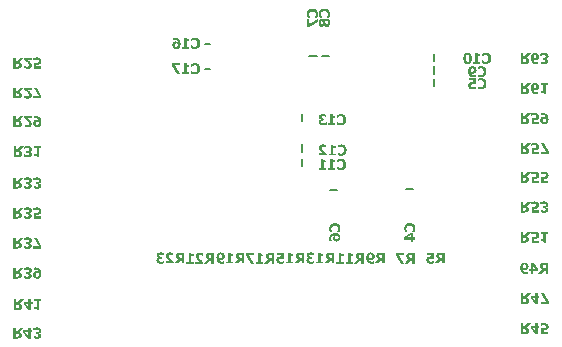
<source format=gbo>
G04*
G04 #@! TF.GenerationSoftware,Altium Limited,Altium Designer,25.7.1 (20)*
G04*
G04 Layer_Color=32896*
%FSLAX44Y44*%
%MOMM*%
G71*
G04*
G04 #@! TF.SameCoordinates,711889C3-5294-40D1-B7F6-5CF0684BB26A*
G04*
G04*
G04 #@! TF.FilePolarity,Positive*
G04*
G01*
G75*
%ADD12C,0.2000*%
%ADD14C,0.1500*%
G36*
X241183Y430455D02*
X241535Y430412D01*
X241873Y430356D01*
X242184Y430271D01*
X242466Y430173D01*
X242747Y430060D01*
X242987Y429947D01*
X243213Y429820D01*
X243410Y429693D01*
X243579Y429581D01*
X243734Y429468D01*
X243847Y429369D01*
X243946Y429299D01*
X244016Y429228D01*
X244058Y429186D01*
X244073Y429172D01*
X244284Y428918D01*
X244467Y428650D01*
X244636Y428368D01*
X244778Y428086D01*
X244890Y427790D01*
X244989Y427494D01*
X245074Y427212D01*
X245130Y426945D01*
X245186Y426691D01*
X245215Y426451D01*
X245243Y426240D01*
X245271Y426056D01*
Y425901D01*
X245285Y425789D01*
Y425718D01*
Y425690D01*
X245271Y425281D01*
X245229Y424886D01*
X245172Y424520D01*
X245102Y424182D01*
X245003Y423871D01*
X244904Y423575D01*
X244792Y423322D01*
X244679Y423082D01*
X244566Y422870D01*
X244453Y422687D01*
X244355Y422532D01*
X244256Y422405D01*
X244185Y422307D01*
X244129Y422236D01*
X244087Y422194D01*
X244073Y422180D01*
X243833Y421968D01*
X243579Y421771D01*
X243326Y421602D01*
X243043Y421461D01*
X242776Y421348D01*
X242508Y421249D01*
X242240Y421165D01*
X241986Y421094D01*
X241747Y421038D01*
X241521Y421010D01*
X241310Y420981D01*
X241140Y420953D01*
X241000D01*
X240887Y420939D01*
X240562D01*
X240365Y420953D01*
X240182Y420967D01*
X240041Y420981D01*
X239928D01*
X239844Y420996D01*
X239787Y421010D01*
X239773D01*
X239491Y421066D01*
X239350Y421094D01*
X239223Y421123D01*
X239111Y421151D01*
X239026Y421179D01*
X238969Y421193D01*
X238955D01*
X238702Y421278D01*
X238589Y421320D01*
X238490Y421362D01*
X238406Y421390D01*
X238335Y421418D01*
X238293Y421447D01*
X238279D01*
X238039Y421559D01*
X237940Y421602D01*
X237856Y421644D01*
X237785Y421672D01*
X237729Y421701D01*
X237701Y421715D01*
X237687D01*
Y423885D01*
X237898D01*
X238039Y423759D01*
X238180Y423646D01*
X238237Y423604D01*
X238279Y423561D01*
X238307Y423547D01*
X238321Y423533D01*
X238504Y423392D01*
X238673Y423265D01*
X238744Y423223D01*
X238800Y423181D01*
X238843Y423167D01*
X238857Y423152D01*
X239082Y423026D01*
X239308Y422913D01*
X239407Y422870D01*
X239477Y422842D01*
X239533Y422828D01*
X239548Y422814D01*
X239858Y422729D01*
X239999Y422701D01*
X240126Y422687D01*
X240238D01*
X240337Y422673D01*
X240407D01*
X240732Y422701D01*
X240887Y422715D01*
X241014Y422744D01*
X241126Y422772D01*
X241211Y422786D01*
X241281Y422814D01*
X241296D01*
X241451Y422885D01*
X241606Y422955D01*
X241733Y423040D01*
X241859Y423124D01*
X241944Y423209D01*
X242029Y423265D01*
X242071Y423307D01*
X242085Y423322D01*
X242212Y423463D01*
X242325Y423618D01*
X242437Y423773D01*
X242522Y423914D01*
X242592Y424055D01*
X242635Y424153D01*
X242663Y424224D01*
X242677Y424252D01*
X242747Y424478D01*
X242804Y424717D01*
X242846Y424957D01*
X242874Y425182D01*
X242889Y425380D01*
X242903Y425535D01*
Y425591D01*
Y425634D01*
Y425662D01*
Y425676D01*
X242889Y425972D01*
X242874Y426240D01*
X242832Y426479D01*
X242790Y426691D01*
X242762Y426860D01*
X242719Y426987D01*
X242705Y427057D01*
X242691Y427085D01*
X242607Y427297D01*
X242508Y427480D01*
X242423Y427649D01*
X242325Y427776D01*
X242254Y427889D01*
X242184Y427960D01*
X242141Y428016D01*
X242127Y428030D01*
X241986Y428157D01*
X241845Y428270D01*
X241704Y428368D01*
X241591Y428439D01*
X241493Y428495D01*
X241408Y428537D01*
X241352Y428566D01*
X241338D01*
X241183Y428622D01*
X241028Y428664D01*
X240873Y428693D01*
X240732Y428721D01*
X240605D01*
X240506Y428735D01*
X240422D01*
X240126Y428707D01*
X239999Y428693D01*
X239872Y428664D01*
X239773Y428636D01*
X239702Y428622D01*
X239646Y428594D01*
X239632D01*
X239350Y428481D01*
X239237Y428425D01*
X239125Y428368D01*
X239040Y428326D01*
X238969Y428284D01*
X238927Y428270D01*
X238913Y428256D01*
X238688Y428115D01*
X238603Y428044D01*
X238518Y427988D01*
X238448Y427931D01*
X238391Y427903D01*
X238363Y427875D01*
X238349Y427861D01*
X238180Y427720D01*
X238039Y427621D01*
X237955Y427551D01*
X237940Y427523D01*
X237687D01*
Y429693D01*
X237884Y429792D01*
X238081Y429877D01*
X238166Y429919D01*
X238237Y429947D01*
X238279Y429975D01*
X238293D01*
X238547Y430074D01*
X238673Y430131D01*
X238772Y430159D01*
X238857Y430187D01*
X238913Y430215D01*
X238955Y430229D01*
X238969D01*
X239280Y430300D01*
X239421Y430328D01*
X239548Y430356D01*
X239660Y430370D01*
X239745Y430384D01*
X239801Y430398D01*
X239815D01*
X240154Y430441D01*
X240323Y430455D01*
X240478D01*
X240605Y430469D01*
X240802D01*
X241183Y430455D01*
D02*
G37*
G36*
X233923Y430173D02*
X233951Y430060D01*
X233979Y429947D01*
X234021Y429849D01*
X234050Y429778D01*
X234078Y429722D01*
X234092Y429693D01*
X234106Y429679D01*
X234247Y429510D01*
X234388Y429397D01*
X234459Y429341D01*
X234515Y429313D01*
X234543Y429299D01*
X234557Y429285D01*
X234656Y429242D01*
X234769Y429200D01*
X234994Y429144D01*
X235093Y429130D01*
X235163Y429115D01*
X235220Y429101D01*
X235234D01*
X235530Y429073D01*
X235671D01*
X235798Y429059D01*
X236066D01*
Y427565D01*
X234134D01*
Y422729D01*
X236066D01*
Y421123D01*
X230004D01*
Y422729D01*
X231893D01*
Y430314D01*
X233909D01*
X233923Y430173D01*
D02*
G37*
G36*
X228524Y428566D02*
X224168D01*
X228242Y421123D01*
X225690D01*
X221771Y428467D01*
Y430300D01*
X228524D01*
Y428566D01*
D02*
G37*
G36*
X224379Y452052D02*
X224788Y452010D01*
X225154Y451939D01*
X225324Y451911D01*
X225465Y451869D01*
X225606Y451826D01*
X225732Y451798D01*
X225831Y451770D01*
X225916Y451727D01*
X225986Y451713D01*
X226043Y451685D01*
X226071Y451671D01*
X226085D01*
X226409Y451516D01*
X226691Y451347D01*
X226945Y451164D01*
X227142Y450994D01*
X227311Y450839D01*
X227438Y450713D01*
X227509Y450628D01*
X227537Y450614D01*
Y450600D01*
X227748Y450318D01*
X227917Y450036D01*
X228058Y449754D01*
X228185Y449500D01*
X228270Y449275D01*
X228312Y449176D01*
X228326Y449091D01*
X228354Y449035D01*
X228369Y448979D01*
X228383Y448950D01*
Y448936D01*
X228467Y448584D01*
X228524Y448203D01*
X228580Y447851D01*
X228608Y447513D01*
Y447371D01*
X228622Y447231D01*
Y447104D01*
X228636Y447005D01*
Y446906D01*
Y446850D01*
Y446808D01*
Y446794D01*
X228622Y446371D01*
X228594Y445990D01*
X228552Y445652D01*
X228495Y445356D01*
X228481Y445229D01*
X228453Y445116D01*
X228425Y445017D01*
X228411Y444947D01*
X228397Y444876D01*
X228383Y444834D01*
X228369Y444806D01*
Y444792D01*
X228256Y444496D01*
X228129Y444228D01*
X227988Y443988D01*
X227861Y443791D01*
X227748Y443636D01*
X227650Y443523D01*
X227593Y443453D01*
X227565Y443424D01*
X227396Y443269D01*
X227213Y443128D01*
X227043Y443016D01*
X226874Y442917D01*
X226733Y442846D01*
X226606Y442790D01*
X226536Y442762D01*
X226508Y442748D01*
X226268Y442677D01*
X226014Y442621D01*
X225775Y442579D01*
X225549Y442550D01*
X225352Y442536D01*
X225211Y442522D01*
X225070D01*
X224774Y442536D01*
X224506Y442565D01*
X224252Y442607D01*
X223999Y442663D01*
X223787Y442734D01*
X223576Y442818D01*
X223392Y442903D01*
X223223Y442987D01*
X223068Y443072D01*
X222927Y443157D01*
X222814Y443241D01*
X222730Y443312D01*
X222659Y443368D01*
X222603Y443410D01*
X222575Y443438D01*
X222561Y443453D01*
X222391Y443636D01*
X222250Y443819D01*
X222124Y444016D01*
X222025Y444214D01*
X221926Y444411D01*
X221856Y444623D01*
X221743Y444989D01*
X221701Y445172D01*
X221672Y445327D01*
X221658Y445468D01*
X221644Y445595D01*
X221630Y445694D01*
Y445765D01*
Y445821D01*
Y445835D01*
X221644Y446159D01*
X221672Y446455D01*
X221715Y446709D01*
X221771Y446935D01*
X221828Y447104D01*
X221870Y447231D01*
X221898Y447315D01*
X221912Y447343D01*
X222025Y447555D01*
X222152Y447738D01*
X222279Y447907D01*
X222391Y448048D01*
X222504Y448161D01*
X222589Y448232D01*
X222645Y448288D01*
X222673Y448302D01*
X222941Y448471D01*
X223068Y448527D01*
X223181Y448584D01*
X223294Y448626D01*
X223378Y448654D01*
X223435Y448683D01*
X223449D01*
X223773Y448767D01*
X223928Y448795D01*
X224069Y448809D01*
X224182Y448824D01*
X224365D01*
X224576Y448809D01*
X224774Y448795D01*
X224957Y448767D01*
X225112Y448739D01*
X225239Y448697D01*
X225338Y448669D01*
X225394Y448654D01*
X225422Y448640D01*
X225761Y448499D01*
X225916Y448429D01*
X226057Y448358D01*
X226169Y448288D01*
X226254Y448232D01*
X226325Y448203D01*
X226339Y448189D01*
X226268Y448570D01*
X226169Y448894D01*
X226043Y449162D01*
X225930Y449402D01*
X225803Y449571D01*
X225718Y449712D01*
X225648Y449782D01*
X225620Y449810D01*
X225380Y450008D01*
X225112Y450149D01*
X224830Y450247D01*
X224562Y450318D01*
X224323Y450360D01*
X224224Y450374D01*
X224125D01*
X224055Y450388D01*
X223787D01*
X223618Y450374D01*
X223477Y450360D01*
X223350Y450332D01*
X223251Y450318D01*
X223181Y450290D01*
X223125Y450275D01*
X223110D01*
X222983Y450247D01*
X222871Y450205D01*
X222786Y450177D01*
X222702Y450149D01*
X222645Y450135D01*
X222603Y450121D01*
X222589Y450106D01*
X222405D01*
Y451911D01*
X222476Y451925D01*
X222575Y451939D01*
X222772Y451967D01*
X222871Y451981D01*
X222955D01*
X223012Y451995D01*
X223026D01*
X223350Y452038D01*
X223505Y452052D01*
X223646D01*
X223759Y452066D01*
X223928D01*
X224379Y452052D01*
D02*
G37*
G36*
X241183D02*
X241535Y452010D01*
X241873Y451953D01*
X242184Y451869D01*
X242466Y451770D01*
X242747Y451657D01*
X242987Y451544D01*
X243213Y451417D01*
X243410Y451291D01*
X243579Y451178D01*
X243734Y451065D01*
X243847Y450966D01*
X243946Y450896D01*
X244016Y450825D01*
X244058Y450783D01*
X244073Y450769D01*
X244284Y450515D01*
X244467Y450247D01*
X244636Y449965D01*
X244778Y449683D01*
X244890Y449387D01*
X244989Y449091D01*
X245074Y448809D01*
X245130Y448542D01*
X245186Y448288D01*
X245215Y448048D01*
X245243Y447837D01*
X245271Y447654D01*
Y447498D01*
X245285Y447386D01*
Y447315D01*
Y447287D01*
X245271Y446878D01*
X245229Y446483D01*
X245172Y446117D01*
X245102Y445779D01*
X245003Y445468D01*
X244904Y445172D01*
X244792Y444919D01*
X244679Y444679D01*
X244566Y444468D01*
X244453Y444284D01*
X244355Y444129D01*
X244256Y444002D01*
X244185Y443904D01*
X244129Y443833D01*
X244087Y443791D01*
X244073Y443777D01*
X243833Y443565D01*
X243579Y443368D01*
X243326Y443199D01*
X243043Y443058D01*
X242776Y442945D01*
X242508Y442846D01*
X242240Y442762D01*
X241986Y442691D01*
X241747Y442635D01*
X241521Y442607D01*
X241310Y442579D01*
X241140Y442550D01*
X241000D01*
X240887Y442536D01*
X240562D01*
X240365Y442550D01*
X240182Y442565D01*
X240041Y442579D01*
X239928D01*
X239844Y442593D01*
X239787Y442607D01*
X239773D01*
X239491Y442663D01*
X239350Y442691D01*
X239223Y442719D01*
X239111Y442748D01*
X239026Y442776D01*
X238969Y442790D01*
X238955D01*
X238702Y442875D01*
X238589Y442917D01*
X238490Y442959D01*
X238406Y442987D01*
X238335Y443016D01*
X238293Y443044D01*
X238279D01*
X238039Y443157D01*
X237940Y443199D01*
X237856Y443241D01*
X237785Y443269D01*
X237729Y443298D01*
X237701Y443312D01*
X237687D01*
Y445482D01*
X237898D01*
X238039Y445356D01*
X238180Y445243D01*
X238237Y445201D01*
X238279Y445158D01*
X238307Y445144D01*
X238321Y445130D01*
X238504Y444989D01*
X238673Y444862D01*
X238744Y444820D01*
X238800Y444778D01*
X238843Y444764D01*
X238857Y444749D01*
X239082Y444623D01*
X239308Y444510D01*
X239407Y444468D01*
X239477Y444439D01*
X239533Y444425D01*
X239548Y444411D01*
X239858Y444327D01*
X239999Y444298D01*
X240126Y444284D01*
X240238D01*
X240337Y444270D01*
X240407D01*
X240732Y444298D01*
X240887Y444313D01*
X241014Y444341D01*
X241126Y444369D01*
X241211Y444383D01*
X241281Y444411D01*
X241296D01*
X241451Y444482D01*
X241606Y444552D01*
X241733Y444637D01*
X241859Y444721D01*
X241944Y444806D01*
X242029Y444862D01*
X242071Y444905D01*
X242085Y444919D01*
X242212Y445060D01*
X242325Y445215D01*
X242437Y445370D01*
X242522Y445511D01*
X242592Y445652D01*
X242635Y445750D01*
X242663Y445821D01*
X242677Y445849D01*
X242747Y446075D01*
X242804Y446314D01*
X242846Y446554D01*
X242874Y446780D01*
X242889Y446977D01*
X242903Y447132D01*
Y447188D01*
Y447231D01*
Y447259D01*
Y447273D01*
X242889Y447569D01*
X242874Y447837D01*
X242832Y448076D01*
X242790Y448288D01*
X242762Y448457D01*
X242719Y448584D01*
X242705Y448654D01*
X242691Y448683D01*
X242607Y448894D01*
X242508Y449077D01*
X242423Y449246D01*
X242325Y449373D01*
X242254Y449486D01*
X242184Y449557D01*
X242141Y449613D01*
X242127Y449627D01*
X241986Y449754D01*
X241845Y449867D01*
X241704Y449965D01*
X241591Y450036D01*
X241493Y450092D01*
X241408Y450135D01*
X241352Y450163D01*
X241338D01*
X241183Y450219D01*
X241028Y450261D01*
X240873Y450290D01*
X240732Y450318D01*
X240605D01*
X240506Y450332D01*
X240422D01*
X240126Y450304D01*
X239999Y450290D01*
X239872Y450261D01*
X239773Y450233D01*
X239702Y450219D01*
X239646Y450191D01*
X239632D01*
X239350Y450078D01*
X239237Y450022D01*
X239125Y449965D01*
X239040Y449923D01*
X238969Y449881D01*
X238927Y449867D01*
X238913Y449853D01*
X238688Y449712D01*
X238603Y449641D01*
X238518Y449585D01*
X238448Y449528D01*
X238391Y449500D01*
X238363Y449472D01*
X238349Y449458D01*
X238180Y449317D01*
X238039Y449218D01*
X237955Y449148D01*
X237940Y449120D01*
X237687D01*
Y451291D01*
X237884Y451389D01*
X238081Y451474D01*
X238166Y451516D01*
X238237Y451544D01*
X238279Y451572D01*
X238293D01*
X238547Y451671D01*
X238673Y451727D01*
X238772Y451756D01*
X238857Y451784D01*
X238913Y451812D01*
X238955Y451826D01*
X238969D01*
X239280Y451897D01*
X239421Y451925D01*
X239548Y451953D01*
X239660Y451967D01*
X239745Y451981D01*
X239801Y451995D01*
X239815D01*
X240154Y452038D01*
X240323Y452052D01*
X240478D01*
X240605Y452066D01*
X240802D01*
X241183Y452052D01*
D02*
G37*
G36*
X233923Y451770D02*
X233951Y451657D01*
X233979Y451544D01*
X234021Y451446D01*
X234050Y451375D01*
X234078Y451319D01*
X234092Y451291D01*
X234106Y451276D01*
X234247Y451107D01*
X234388Y450994D01*
X234459Y450938D01*
X234515Y450910D01*
X234543Y450896D01*
X234557Y450882D01*
X234656Y450839D01*
X234769Y450797D01*
X234994Y450741D01*
X235093Y450727D01*
X235163Y450713D01*
X235220Y450698D01*
X235234D01*
X235530Y450670D01*
X235671D01*
X235798Y450656D01*
X236066D01*
Y449162D01*
X234134D01*
Y444327D01*
X236066D01*
Y442719D01*
X230004D01*
Y444327D01*
X231893D01*
Y451911D01*
X233909D01*
X233923Y451770D01*
D02*
G37*
G36*
X349357Y387312D02*
X349668Y387298D01*
X349935Y387270D01*
X350189Y387228D01*
X350401Y387186D01*
X350485Y387171D01*
X350556Y387157D01*
X350612Y387143D01*
X350654D01*
X350683Y387129D01*
X350697D01*
X350979Y387059D01*
X351232Y386988D01*
X351444Y386932D01*
X351627Y386875D01*
X351782Y386819D01*
X351881Y386777D01*
X351937Y386763D01*
X351965Y386749D01*
Y384789D01*
X351782D01*
X351655Y384860D01*
X351514Y384930D01*
X351458Y384958D01*
X351402Y384986D01*
X351373Y385015D01*
X351359D01*
X351162Y385113D01*
X350979Y385198D01*
X350922Y385226D01*
X350866Y385254D01*
X350838Y385268D01*
X350824D01*
X350570Y385353D01*
X350457Y385395D01*
X350358Y385423D01*
X350274Y385452D01*
X350203Y385466D01*
X350161Y385480D01*
X350147D01*
X349893Y385536D01*
X349766Y385550D01*
X349668D01*
X349583Y385564D01*
X349287D01*
X349118Y385550D01*
X349047Y385536D01*
X348991D01*
X348963Y385522D01*
X348949D01*
X348737Y385480D01*
X348582Y385423D01*
X348512Y385409D01*
X348469Y385381D01*
X348441Y385367D01*
X348427D01*
X348300Y385282D01*
X348202Y385184D01*
X348145Y385113D01*
X348117Y385099D01*
Y385085D01*
X348032Y384944D01*
X347990Y384803D01*
X347976Y384733D01*
Y384676D01*
Y384648D01*
Y384634D01*
Y384507D01*
X348004Y384394D01*
X348018Y384296D01*
X348046Y384225D01*
X348075Y384155D01*
X348089Y384112D01*
X348117Y384084D01*
Y384070D01*
X348230Y383929D01*
X348357Y383830D01*
X348413Y383788D01*
X348455Y383774D01*
X348484Y383746D01*
X348498D01*
X348695Y383675D01*
X348892Y383633D01*
X348977Y383605D01*
X349047D01*
X349090Y383591D01*
X349104D01*
X349372Y383577D01*
X349498D01*
X349611Y383563D01*
X350217D01*
Y381955D01*
X349343D01*
X349245Y381941D01*
X349104D01*
X348949Y381927D01*
X348822Y381913D01*
X348695Y381899D01*
X348596Y381871D01*
X348512Y381857D01*
X348455Y381829D01*
X348413Y381815D01*
X348399D01*
X348202Y381716D01*
X348046Y381617D01*
X347990Y381561D01*
X347948Y381533D01*
X347934Y381504D01*
X347920Y381490D01*
X347863Y381406D01*
X347807Y381307D01*
X347765Y381096D01*
X347751Y380997D01*
X347736Y380927D01*
Y380870D01*
Y380856D01*
Y380715D01*
X347751Y380588D01*
X347779Y380475D01*
X347793Y380377D01*
X347821Y380306D01*
X347849Y380250D01*
X347863Y380222D01*
Y380207D01*
X347976Y380052D01*
X348075Y379940D01*
X348159Y379855D01*
X348187Y379841D01*
X348202Y379827D01*
X348413Y379700D01*
X348639Y379630D01*
X348723Y379601D01*
X348794Y379587D01*
X348850Y379573D01*
X348864D01*
X349146Y379545D01*
X349259Y379531D01*
X349372D01*
X349456Y379517D01*
X349583D01*
X349795Y379531D01*
X350020Y379559D01*
X350232Y379587D01*
X350415Y379630D01*
X350584Y379672D01*
X350725Y379714D01*
X350810Y379728D01*
X350824Y379742D01*
X350838D01*
X351077Y379841D01*
X351303Y379940D01*
X351514Y380024D01*
X351684Y380123D01*
X351824Y380207D01*
X351937Y380264D01*
X351994Y380306D01*
X352022Y380320D01*
X352233D01*
Y378333D01*
X352036Y378248D01*
X351839Y378178D01*
X351627Y378107D01*
X351430Y378051D01*
X351261Y378008D01*
X351120Y377966D01*
X351063Y377952D01*
X351021D01*
X351007Y377938D01*
X350993D01*
X350697Y377882D01*
X350387Y377839D01*
X350076Y377797D01*
X349795Y377783D01*
X349541Y377769D01*
X349428Y377755D01*
X349160D01*
X348822Y377769D01*
X348512Y377783D01*
X348244Y377811D01*
X348004Y377853D01*
X347821Y377896D01*
X347680Y377924D01*
X347638Y377938D01*
X347595D01*
X347581Y377952D01*
X347567D01*
X347328Y378037D01*
X347102Y378135D01*
X346905Y378234D01*
X346735Y378333D01*
X346609Y378417D01*
X346496Y378488D01*
X346439Y378530D01*
X346411Y378544D01*
X346242Y378699D01*
X346087Y378854D01*
X345974Y379023D01*
X345862Y379164D01*
X345777Y379291D01*
X345720Y379404D01*
X345692Y379460D01*
X345678Y379489D01*
X345594Y379700D01*
X345537Y379926D01*
X345481Y380123D01*
X345453Y380320D01*
X345439Y380490D01*
X345424Y380616D01*
Y380701D01*
Y380715D01*
Y380729D01*
X345439Y380912D01*
X345453Y381096D01*
X345481Y381251D01*
X345509Y381378D01*
X345551Y381490D01*
X345579Y381561D01*
X345594Y381617D01*
X345608Y381631D01*
X345678Y381772D01*
X345763Y381885D01*
X345833Y381998D01*
X345904Y382082D01*
X345974Y382153D01*
X346031Y382209D01*
X346059Y382238D01*
X346073Y382252D01*
X346186Y382350D01*
X346298Y382421D01*
X346482Y382548D01*
X346566Y382576D01*
X346623Y382604D01*
X346665Y382632D01*
X346679D01*
X346905Y382703D01*
X347017Y382731D01*
X347116Y382759D01*
X347201Y382773D01*
X347257Y382787D01*
X347299Y382801D01*
X347313D01*
Y382886D01*
X347046Y382971D01*
X346820Y383083D01*
X346623Y383196D01*
X346439Y383337D01*
X346313Y383450D01*
X346214Y383549D01*
X346143Y383619D01*
X346129Y383647D01*
X345974Y383873D01*
X345862Y384112D01*
X345777Y384338D01*
X345720Y384549D01*
X345692Y384733D01*
X345664Y384888D01*
Y384944D01*
Y384986D01*
Y385000D01*
Y385015D01*
X345678Y385226D01*
X345706Y385409D01*
X345735Y385578D01*
X345777Y385733D01*
X345833Y385860D01*
X345862Y385945D01*
X345890Y386016D01*
X345904Y386030D01*
X346002Y386185D01*
X346115Y386340D01*
X346228Y386467D01*
X346341Y386565D01*
X346454Y386650D01*
X346538Y386706D01*
X346595Y386749D01*
X346609Y386763D01*
X346778Y386861D01*
X346947Y386946D01*
X347116Y387016D01*
X347285Y387073D01*
X347426Y387115D01*
X347539Y387143D01*
X347609Y387171D01*
X347638D01*
X347863Y387228D01*
X348103Y387256D01*
X348343Y387284D01*
X348568Y387312D01*
X348751D01*
X348906Y387327D01*
X349047D01*
X349357Y387312D01*
D02*
G37*
G36*
X364808Y387284D02*
X365160Y387242D01*
X365499Y387186D01*
X365809Y387101D01*
X366091Y387002D01*
X366373Y386889D01*
X366612Y386777D01*
X366838Y386650D01*
X367035Y386523D01*
X367204Y386410D01*
X367359Y386297D01*
X367472Y386199D01*
X367571Y386128D01*
X367641Y386058D01*
X367684Y386016D01*
X367698Y386001D01*
X367909Y385748D01*
X368092Y385480D01*
X368262Y385198D01*
X368403Y384916D01*
X368515Y384620D01*
X368614Y384324D01*
X368699Y384042D01*
X368755Y383774D01*
X368811Y383520D01*
X368840Y383281D01*
X368868Y383069D01*
X368896Y382886D01*
Y382731D01*
X368910Y382618D01*
Y382548D01*
Y382519D01*
X368896Y382111D01*
X368854Y381716D01*
X368797Y381349D01*
X368727Y381011D01*
X368628Y380701D01*
X368529Y380405D01*
X368417Y380151D01*
X368304Y379911D01*
X368191Y379700D01*
X368078Y379517D01*
X367980Y379362D01*
X367881Y379235D01*
X367811Y379136D01*
X367754Y379066D01*
X367712Y379023D01*
X367698Y379009D01*
X367458Y378798D01*
X367204Y378601D01*
X366951Y378431D01*
X366669Y378290D01*
X366401Y378178D01*
X366133Y378079D01*
X365865Y377994D01*
X365611Y377924D01*
X365372Y377867D01*
X365146Y377839D01*
X364935Y377811D01*
X364766Y377783D01*
X364625D01*
X364512Y377769D01*
X364188D01*
X363990Y377783D01*
X363807Y377797D01*
X363666Y377811D01*
X363553D01*
X363469Y377825D01*
X363412Y377839D01*
X363398D01*
X363116Y377896D01*
X362975Y377924D01*
X362848Y377952D01*
X362736Y377980D01*
X362651Y378008D01*
X362595Y378022D01*
X362580D01*
X362327Y378107D01*
X362214Y378149D01*
X362115Y378192D01*
X362031Y378220D01*
X361960Y378248D01*
X361918Y378276D01*
X361904D01*
X361664Y378389D01*
X361566Y378431D01*
X361481Y378474D01*
X361410Y378502D01*
X361354Y378530D01*
X361326Y378544D01*
X361312D01*
Y380715D01*
X361523D01*
X361664Y380588D01*
X361805Y380475D01*
X361862Y380433D01*
X361904Y380391D01*
X361932Y380377D01*
X361946Y380363D01*
X362129Y380222D01*
X362299Y380095D01*
X362369Y380052D01*
X362425Y380010D01*
X362468Y379996D01*
X362482Y379982D01*
X362707Y379855D01*
X362933Y379742D01*
X363032Y379700D01*
X363102Y379672D01*
X363158Y379658D01*
X363173Y379644D01*
X363483Y379559D01*
X363624Y379531D01*
X363751Y379517D01*
X363863D01*
X363962Y379503D01*
X364033D01*
X364357Y379531D01*
X364512Y379545D01*
X364639Y379573D01*
X364751Y379601D01*
X364836Y379615D01*
X364907Y379644D01*
X364921D01*
X365076Y379714D01*
X365231Y379785D01*
X365358Y379869D01*
X365485Y379954D01*
X365569Y380038D01*
X365654Y380095D01*
X365696Y380137D01*
X365710Y380151D01*
X365837Y380292D01*
X365950Y380447D01*
X366063Y380602D01*
X366147Y380743D01*
X366217Y380884D01*
X366260Y380983D01*
X366288Y381053D01*
X366302Y381082D01*
X366373Y381307D01*
X366429Y381547D01*
X366471Y381786D01*
X366499Y382012D01*
X366514Y382209D01*
X366528Y382364D01*
Y382421D01*
Y382463D01*
Y382491D01*
Y382505D01*
X366514Y382801D01*
X366499Y383069D01*
X366457Y383309D01*
X366415Y383520D01*
X366387Y383689D01*
X366344Y383816D01*
X366330Y383887D01*
X366316Y383915D01*
X366232Y384127D01*
X366133Y384310D01*
X366048Y384479D01*
X365950Y384606D01*
X365879Y384719D01*
X365809Y384789D01*
X365766Y384845D01*
X365752Y384860D01*
X365611Y384986D01*
X365470Y385099D01*
X365329Y385198D01*
X365217Y385268D01*
X365118Y385325D01*
X365033Y385367D01*
X364977Y385395D01*
X364963D01*
X364808Y385452D01*
X364653Y385494D01*
X364498Y385522D01*
X364357Y385550D01*
X364230D01*
X364131Y385564D01*
X364047D01*
X363751Y385536D01*
X363624Y385522D01*
X363497Y385494D01*
X363398Y385466D01*
X363328Y385452D01*
X363271Y385423D01*
X363257D01*
X362975Y385311D01*
X362862Y385254D01*
X362750Y385198D01*
X362665Y385156D01*
X362595Y385113D01*
X362552Y385099D01*
X362538Y385085D01*
X362313Y384944D01*
X362228Y384874D01*
X362144Y384817D01*
X362073Y384761D01*
X362017Y384733D01*
X361988Y384705D01*
X361974Y384690D01*
X361805Y384549D01*
X361664Y384451D01*
X361580Y384380D01*
X361566Y384352D01*
X361312D01*
Y386523D01*
X361509Y386622D01*
X361707Y386706D01*
X361791Y386749D01*
X361862Y386777D01*
X361904Y386805D01*
X361918D01*
X362172Y386904D01*
X362299Y386960D01*
X362397Y386988D01*
X362482Y387016D01*
X362538Y387045D01*
X362580Y387059D01*
X362595D01*
X362905Y387129D01*
X363046Y387157D01*
X363173Y387186D01*
X363285Y387200D01*
X363370Y387214D01*
X363426Y387228D01*
X363440D01*
X363779Y387270D01*
X363948Y387284D01*
X364103D01*
X364230Y387298D01*
X364427D01*
X364808Y387284D01*
D02*
G37*
G36*
X357548Y387002D02*
X357576Y386889D01*
X357604Y386777D01*
X357647Y386678D01*
X357675Y386608D01*
X357703Y386551D01*
X357717Y386523D01*
X357731Y386509D01*
X357872Y386340D01*
X358013Y386227D01*
X358084Y386171D01*
X358140Y386142D01*
X358168Y386128D01*
X358182Y386114D01*
X358281Y386072D01*
X358394Y386030D01*
X358619Y385973D01*
X358718Y385959D01*
X358788Y385945D01*
X358845Y385931D01*
X358859D01*
X359155Y385903D01*
X359296D01*
X359423Y385889D01*
X359691D01*
Y384394D01*
X357759D01*
Y379559D01*
X359691D01*
Y377952D01*
X353629D01*
Y379559D01*
X355518D01*
Y387143D01*
X357534D01*
X357548Y387002D01*
D02*
G37*
G36*
X349456Y361630D02*
X349738Y361616D01*
X350006Y361588D01*
X350260Y361546D01*
X350457Y361503D01*
X350556Y361489D01*
X350626Y361475D01*
X350683Y361461D01*
X350725D01*
X350753Y361447D01*
X350768D01*
X351049Y361376D01*
X351303Y361306D01*
X351501Y361236D01*
X351670Y361179D01*
X351797Y361137D01*
X351895Y361095D01*
X351952Y361080D01*
X351966Y361066D01*
Y359065D01*
X351797D01*
X351698Y359121D01*
X351585Y359191D01*
X351501Y359248D01*
X351472Y359276D01*
X351458D01*
X351275Y359389D01*
X351106Y359487D01*
X351035Y359516D01*
X350979Y359544D01*
X350937Y359572D01*
X350923D01*
X350683Y359657D01*
X350584Y359699D01*
X350485Y359727D01*
X350401Y359755D01*
X350345Y359769D01*
X350302Y359784D01*
X350288D01*
X350048Y359840D01*
X349936Y359854D01*
X349837Y359868D01*
X349753Y359882D01*
X349626D01*
X349386Y359868D01*
X349174Y359826D01*
X348991Y359769D01*
X348836Y359713D01*
X348723Y359642D01*
X348639Y359586D01*
X348582Y359544D01*
X348568Y359530D01*
X348442Y359389D01*
X348343Y359234D01*
X348272Y359079D01*
X348216Y358924D01*
X348188Y358783D01*
X348174Y358656D01*
Y358585D01*
Y358571D01*
Y358557D01*
X348188Y358346D01*
X348216Y358148D01*
X348272Y357965D01*
X348329Y357796D01*
X348385Y357655D01*
X348442Y357556D01*
X348470Y357486D01*
X348484Y357458D01*
X348611Y357246D01*
X348766Y357035D01*
X348921Y356823D01*
X349076Y356640D01*
X349231Y356471D01*
X349344Y356330D01*
X349428Y356245D01*
X349442Y356231D01*
X349456Y356217D01*
X349654Y356006D01*
X349865Y355808D01*
X350063Y355611D01*
X350260Y355428D01*
X350429Y355287D01*
X350556Y355160D01*
X350641Y355089D01*
X350655Y355075D01*
X350669Y355061D01*
X350923Y354836D01*
X351190Y354610D01*
X351444Y354398D01*
X351684Y354201D01*
X351881Y354032D01*
X352050Y353905D01*
X352107Y353863D01*
X352149Y353820D01*
X352177Y353806D01*
X352191Y353792D01*
Y352298D01*
X345453D01*
Y354032D01*
X349344D01*
X349245Y354102D01*
X349118Y354201D01*
X348879Y354398D01*
X348766Y354483D01*
X348667Y354553D01*
X348611Y354610D01*
X348582Y354624D01*
X348188Y354962D01*
X348019Y355131D01*
X347849Y355287D01*
X347708Y355413D01*
X347610Y355512D01*
X347539Y355583D01*
X347511Y355611D01*
X347201Y355935D01*
X346933Y356245D01*
X346722Y356527D01*
X346538Y356781D01*
X346412Y356978D01*
X346355Y357063D01*
X346313Y357133D01*
X346285Y357204D01*
X346256Y357246D01*
X346242Y357260D01*
Y357274D01*
X346115Y357570D01*
X346017Y357852D01*
X345946Y358120D01*
X345890Y358360D01*
X345862Y358571D01*
Y358656D01*
X345848Y358726D01*
Y358783D01*
Y358825D01*
Y358853D01*
Y358867D01*
X345862Y359107D01*
X345890Y359332D01*
X345932Y359544D01*
X345975Y359741D01*
X346045Y359925D01*
X346115Y360094D01*
X346186Y360249D01*
X346270Y360376D01*
X346355Y360503D01*
X346426Y360615D01*
X346496Y360700D01*
X346567Y360770D01*
X346609Y360841D01*
X346651Y360883D01*
X346679Y360897D01*
X346693Y360911D01*
X346863Y361038D01*
X347046Y361151D01*
X347229Y361250D01*
X347441Y361334D01*
X347849Y361461D01*
X348244Y361560D01*
X348442Y361588D01*
X348611Y361602D01*
X348766Y361616D01*
X348907Y361630D01*
X349019Y361644D01*
X349174D01*
X349456Y361630D01*
D02*
G37*
G36*
X365062D02*
X365414Y361588D01*
X365753Y361531D01*
X366063Y361447D01*
X366345Y361348D01*
X366627Y361236D01*
X366866Y361123D01*
X367092Y360996D01*
X367289Y360869D01*
X367458Y360756D01*
X367613Y360643D01*
X367726Y360545D01*
X367825Y360474D01*
X367895Y360404D01*
X367938Y360362D01*
X367952Y360347D01*
X368163Y360094D01*
X368346Y359826D01*
X368516Y359544D01*
X368657Y359262D01*
X368769Y358966D01*
X368868Y358670D01*
X368953Y358388D01*
X369009Y358120D01*
X369065Y357866D01*
X369094Y357627D01*
X369122Y357415D01*
X369150Y357232D01*
Y357077D01*
X369164Y356964D01*
Y356894D01*
Y356865D01*
X369150Y356457D01*
X369108Y356062D01*
X369051Y355695D01*
X368981Y355357D01*
X368882Y355047D01*
X368783Y354751D01*
X368671Y354497D01*
X368558Y354258D01*
X368445Y354046D01*
X368332Y353863D01*
X368234Y353708D01*
X368135Y353581D01*
X368064Y353482D01*
X368008Y353412D01*
X367966Y353369D01*
X367952Y353355D01*
X367712Y353144D01*
X367458Y352947D01*
X367205Y352777D01*
X366923Y352636D01*
X366655Y352524D01*
X366387Y352425D01*
X366119Y352340D01*
X365865Y352270D01*
X365626Y352213D01*
X365400Y352185D01*
X365189Y352157D01*
X365019Y352129D01*
X364879D01*
X364766Y352115D01*
X364442D01*
X364244Y352129D01*
X364061Y352143D01*
X363920Y352157D01*
X363807D01*
X363723Y352171D01*
X363666Y352185D01*
X363652D01*
X363370Y352242D01*
X363229Y352270D01*
X363102Y352298D01*
X362990Y352326D01*
X362905Y352354D01*
X362849Y352369D01*
X362835D01*
X362581Y352453D01*
X362468Y352495D01*
X362369Y352538D01*
X362285Y352566D01*
X362214Y352594D01*
X362172Y352622D01*
X362158D01*
X361918Y352735D01*
X361819Y352777D01*
X361735Y352820D01*
X361665Y352848D01*
X361608Y352876D01*
X361580Y352890D01*
X361566D01*
Y355061D01*
X361777D01*
X361918Y354934D01*
X362059Y354821D01*
X362116Y354779D01*
X362158Y354737D01*
X362186Y354723D01*
X362200Y354709D01*
X362383Y354568D01*
X362553Y354441D01*
X362623Y354398D01*
X362679Y354356D01*
X362722Y354342D01*
X362736Y354328D01*
X362961Y354201D01*
X363187Y354088D01*
X363286Y354046D01*
X363356Y354018D01*
X363413Y354004D01*
X363427Y353990D01*
X363737Y353905D01*
X363878Y353877D01*
X364005Y353863D01*
X364117D01*
X364216Y353849D01*
X364286D01*
X364611Y353877D01*
X364766Y353891D01*
X364893Y353919D01*
X365005Y353947D01*
X365090Y353961D01*
X365160Y353990D01*
X365175D01*
X365330Y354060D01*
X365485Y354131D01*
X365612Y354215D01*
X365738Y354300D01*
X365823Y354384D01*
X365908Y354441D01*
X365950Y354483D01*
X365964Y354497D01*
X366091Y354638D01*
X366204Y354793D01*
X366316Y354948D01*
X366401Y355089D01*
X366471Y355230D01*
X366514Y355329D01*
X366542Y355399D01*
X366556Y355428D01*
X366627Y355653D01*
X366683Y355893D01*
X366725Y356132D01*
X366754Y356358D01*
X366768Y356555D01*
X366782Y356710D01*
Y356767D01*
Y356809D01*
Y356837D01*
Y356851D01*
X366768Y357147D01*
X366754Y357415D01*
X366711Y357655D01*
X366669Y357866D01*
X366641Y358036D01*
X366598Y358162D01*
X366584Y358233D01*
X366570Y358261D01*
X366486Y358473D01*
X366387Y358656D01*
X366302Y358825D01*
X366204Y358952D01*
X366133Y359065D01*
X366063Y359135D01*
X366020Y359191D01*
X366006Y359206D01*
X365865Y359332D01*
X365724Y359445D01*
X365583Y359544D01*
X365471Y359614D01*
X365372Y359671D01*
X365287Y359713D01*
X365231Y359741D01*
X365217D01*
X365062Y359798D01*
X364907Y359840D01*
X364752Y359868D01*
X364611Y359896D01*
X364484D01*
X364385Y359910D01*
X364301D01*
X364005Y359882D01*
X363878Y359868D01*
X363751Y359840D01*
X363652Y359812D01*
X363582Y359798D01*
X363525Y359769D01*
X363511D01*
X363229Y359657D01*
X363116Y359600D01*
X363004Y359544D01*
X362919Y359502D01*
X362849Y359459D01*
X362806Y359445D01*
X362792Y359431D01*
X362567Y359290D01*
X362482Y359220D01*
X362397Y359163D01*
X362327Y359107D01*
X362271Y359079D01*
X362242Y359050D01*
X362228Y359036D01*
X362059Y358895D01*
X361918Y358797D01*
X361834Y358726D01*
X361819Y358698D01*
X361566D01*
Y360869D01*
X361763Y360968D01*
X361960Y361052D01*
X362045Y361095D01*
X362116Y361123D01*
X362158Y361151D01*
X362172D01*
X362426Y361250D01*
X362553Y361306D01*
X362651Y361334D01*
X362736Y361362D01*
X362792Y361391D01*
X362835Y361405D01*
X362849D01*
X363159Y361475D01*
X363300Y361503D01*
X363427Y361531D01*
X363539Y361546D01*
X363624Y361560D01*
X363680Y361574D01*
X363694D01*
X364033Y361616D01*
X364202Y361630D01*
X364357D01*
X364484Y361644D01*
X364681D01*
X365062Y361630D01*
D02*
G37*
G36*
X357802Y361348D02*
X357830Y361236D01*
X357858Y361123D01*
X357901Y361024D01*
X357929Y360954D01*
X357957Y360897D01*
X357971Y360869D01*
X357985Y360855D01*
X358126Y360686D01*
X358267Y360573D01*
X358338Y360517D01*
X358394Y360488D01*
X358422Y360474D01*
X358436Y360460D01*
X358535Y360418D01*
X358648Y360376D01*
X358873Y360319D01*
X358972Y360305D01*
X359042Y360291D01*
X359099Y360277D01*
X359113D01*
X359409Y360249D01*
X359550D01*
X359677Y360235D01*
X359945D01*
Y358740D01*
X358013D01*
Y353905D01*
X359945D01*
Y352298D01*
X353883D01*
Y353905D01*
X355772D01*
Y361489D01*
X357788D01*
X357802Y361348D01*
D02*
G37*
G36*
X364808Y349438D02*
X365160Y349396D01*
X365499Y349339D01*
X365809Y349255D01*
X366091Y349156D01*
X366373Y349044D01*
X366612Y348931D01*
X366838Y348804D01*
X367035Y348677D01*
X367204Y348564D01*
X367359Y348451D01*
X367472Y348353D01*
X367571Y348282D01*
X367641Y348212D01*
X367684Y348170D01*
X367698Y348155D01*
X367909Y347902D01*
X368092Y347634D01*
X368262Y347352D01*
X368403Y347070D01*
X368515Y346774D01*
X368614Y346478D01*
X368699Y346196D01*
X368755Y345928D01*
X368811Y345674D01*
X368840Y345435D01*
X368868Y345223D01*
X368896Y345040D01*
Y344885D01*
X368910Y344772D01*
Y344702D01*
Y344673D01*
X368896Y344265D01*
X368854Y343870D01*
X368797Y343503D01*
X368727Y343165D01*
X368628Y342855D01*
X368529Y342559D01*
X368417Y342305D01*
X368304Y342066D01*
X368191Y341854D01*
X368078Y341671D01*
X367980Y341516D01*
X367881Y341389D01*
X367811Y341290D01*
X367754Y341220D01*
X367712Y341177D01*
X367698Y341163D01*
X367458Y340952D01*
X367204Y340755D01*
X366951Y340585D01*
X366669Y340444D01*
X366401Y340332D01*
X366133Y340233D01*
X365865Y340148D01*
X365611Y340078D01*
X365372Y340021D01*
X365146Y339993D01*
X364935Y339965D01*
X364766Y339937D01*
X364625D01*
X364512Y339923D01*
X364188D01*
X363990Y339937D01*
X363807Y339951D01*
X363666Y339965D01*
X363553D01*
X363469Y339979D01*
X363412Y339993D01*
X363398D01*
X363116Y340050D01*
X362975Y340078D01*
X362848Y340106D01*
X362736Y340134D01*
X362651Y340162D01*
X362595Y340177D01*
X362580D01*
X362327Y340261D01*
X362214Y340303D01*
X362115Y340346D01*
X362031Y340374D01*
X361960Y340402D01*
X361918Y340430D01*
X361904D01*
X361664Y340543D01*
X361566Y340585D01*
X361481Y340628D01*
X361410Y340656D01*
X361354Y340684D01*
X361326Y340698D01*
X361312D01*
Y342869D01*
X361523D01*
X361664Y342742D01*
X361805Y342629D01*
X361862Y342587D01*
X361904Y342545D01*
X361932Y342531D01*
X361946Y342517D01*
X362129Y342376D01*
X362299Y342249D01*
X362369Y342206D01*
X362425Y342164D01*
X362468Y342150D01*
X362482Y342136D01*
X362707Y342009D01*
X362933Y341896D01*
X363032Y341854D01*
X363102Y341826D01*
X363158Y341812D01*
X363173Y341798D01*
X363483Y341713D01*
X363624Y341685D01*
X363751Y341671D01*
X363863D01*
X363962Y341657D01*
X364033D01*
X364357Y341685D01*
X364512Y341699D01*
X364639Y341727D01*
X364751Y341755D01*
X364836Y341769D01*
X364907Y341798D01*
X364921D01*
X365076Y341868D01*
X365231Y341939D01*
X365358Y342023D01*
X365485Y342108D01*
X365569Y342192D01*
X365654Y342249D01*
X365696Y342291D01*
X365710Y342305D01*
X365837Y342446D01*
X365950Y342601D01*
X366063Y342756D01*
X366147Y342897D01*
X366217Y343038D01*
X366260Y343137D01*
X366288Y343207D01*
X366302Y343236D01*
X366373Y343461D01*
X366429Y343701D01*
X366471Y343940D01*
X366499Y344166D01*
X366514Y344363D01*
X366528Y344518D01*
Y344575D01*
Y344617D01*
Y344645D01*
Y344659D01*
X366514Y344955D01*
X366499Y345223D01*
X366457Y345463D01*
X366415Y345674D01*
X366387Y345844D01*
X366344Y345970D01*
X366330Y346041D01*
X366316Y346069D01*
X366232Y346281D01*
X366133Y346464D01*
X366048Y346633D01*
X365950Y346760D01*
X365879Y346873D01*
X365809Y346943D01*
X365766Y346999D01*
X365752Y347014D01*
X365611Y347140D01*
X365470Y347253D01*
X365329Y347352D01*
X365217Y347422D01*
X365118Y347479D01*
X365033Y347521D01*
X364977Y347549D01*
X364963D01*
X364808Y347606D01*
X364653Y347648D01*
X364498Y347676D01*
X364357Y347704D01*
X364230D01*
X364131Y347718D01*
X364047D01*
X363751Y347690D01*
X363624Y347676D01*
X363497Y347648D01*
X363398Y347620D01*
X363328Y347606D01*
X363271Y347577D01*
X363257D01*
X362975Y347465D01*
X362862Y347408D01*
X362750Y347352D01*
X362665Y347310D01*
X362595Y347267D01*
X362552Y347253D01*
X362538Y347239D01*
X362313Y347098D01*
X362228Y347028D01*
X362144Y346971D01*
X362073Y346915D01*
X362017Y346887D01*
X361988Y346858D01*
X361974Y346844D01*
X361805Y346703D01*
X361664Y346605D01*
X361580Y346534D01*
X361566Y346506D01*
X361312D01*
Y348677D01*
X361509Y348776D01*
X361707Y348860D01*
X361791Y348903D01*
X361862Y348931D01*
X361904Y348959D01*
X361918D01*
X362172Y349058D01*
X362299Y349114D01*
X362397Y349142D01*
X362482Y349170D01*
X362538Y349199D01*
X362580Y349213D01*
X362595D01*
X362905Y349283D01*
X363046Y349311D01*
X363173Y349339D01*
X363285Y349354D01*
X363370Y349368D01*
X363426Y349382D01*
X363440D01*
X363779Y349424D01*
X363948Y349438D01*
X364103D01*
X364230Y349452D01*
X364427D01*
X364808Y349438D01*
D02*
G37*
G36*
X357548Y349156D02*
X357576Y349044D01*
X357604Y348931D01*
X357647Y348832D01*
X357675Y348762D01*
X357703Y348705D01*
X357717Y348677D01*
X357731Y348663D01*
X357872Y348494D01*
X358013Y348381D01*
X358084Y348325D01*
X358140Y348296D01*
X358168Y348282D01*
X358182Y348268D01*
X358281Y348226D01*
X358394Y348184D01*
X358619Y348127D01*
X358718Y348113D01*
X358788Y348099D01*
X358845Y348085D01*
X358859D01*
X359155Y348057D01*
X359296D01*
X359423Y348043D01*
X359691D01*
Y346548D01*
X357759D01*
Y341713D01*
X359691D01*
Y340106D01*
X353629D01*
Y341713D01*
X355518D01*
Y349297D01*
X357534D01*
X357548Y349156D01*
D02*
G37*
G36*
X349513D02*
X349541Y349044D01*
X349569Y348931D01*
X349611Y348832D01*
X349640Y348762D01*
X349668Y348705D01*
X349682Y348677D01*
X349696Y348663D01*
X349837Y348494D01*
X349978Y348381D01*
X350048Y348325D01*
X350105Y348296D01*
X350133Y348282D01*
X350147Y348268D01*
X350246Y348226D01*
X350358Y348184D01*
X350584Y348127D01*
X350683Y348113D01*
X350753Y348099D01*
X350810Y348085D01*
X350824D01*
X351120Y348057D01*
X351261D01*
X351387Y348043D01*
X351655D01*
Y346548D01*
X349724D01*
Y341713D01*
X351655D01*
Y340106D01*
X345594D01*
Y341713D01*
X347483D01*
Y349297D01*
X349498D01*
X349513Y349156D01*
D02*
G37*
G36*
X487605Y439338D02*
X487957Y439295D01*
X488296Y439239D01*
X488606Y439154D01*
X488888Y439056D01*
X489170Y438943D01*
X489409Y438830D01*
X489635Y438703D01*
X489832Y438576D01*
X490001Y438464D01*
X490157Y438351D01*
X490269Y438252D01*
X490368Y438182D01*
X490438Y438111D01*
X490481Y438069D01*
X490495Y438055D01*
X490706Y437801D01*
X490890Y437533D01*
X491059Y437251D01*
X491200Y436969D01*
X491312Y436673D01*
X491411Y436377D01*
X491496Y436095D01*
X491552Y435827D01*
X491609Y435574D01*
X491637Y435334D01*
X491665Y435123D01*
X491693Y434939D01*
Y434784D01*
X491707Y434672D01*
Y434601D01*
Y434573D01*
X491693Y434164D01*
X491651Y433769D01*
X491594Y433403D01*
X491524Y433064D01*
X491425Y432754D01*
X491327Y432458D01*
X491214Y432205D01*
X491101Y431965D01*
X490988Y431754D01*
X490876Y431570D01*
X490777Y431415D01*
X490678Y431288D01*
X490608Y431190D01*
X490551Y431119D01*
X490509Y431077D01*
X490495Y431063D01*
X490255Y430851D01*
X490001Y430654D01*
X489748Y430485D01*
X489466Y430344D01*
X489198Y430231D01*
X488930Y430132D01*
X488662Y430048D01*
X488409Y429977D01*
X488169Y429921D01*
X487943Y429893D01*
X487732Y429865D01*
X487563Y429836D01*
X487422D01*
X487309Y429822D01*
X486985D01*
X486787Y429836D01*
X486604Y429850D01*
X486463Y429865D01*
X486350D01*
X486266Y429879D01*
X486209Y429893D01*
X486195D01*
X485913Y429949D01*
X485772Y429977D01*
X485645Y430005D01*
X485533Y430034D01*
X485448Y430062D01*
X485392Y430076D01*
X485378D01*
X485124Y430160D01*
X485011Y430203D01*
X484912Y430245D01*
X484828Y430273D01*
X484757Y430302D01*
X484715Y430330D01*
X484701D01*
X484461Y430442D01*
X484363Y430485D01*
X484278Y430527D01*
X484208Y430555D01*
X484151Y430583D01*
X484123Y430597D01*
X484109D01*
Y432769D01*
X484320D01*
X484461Y432642D01*
X484602Y432529D01*
X484659Y432486D01*
X484701Y432444D01*
X484729Y432430D01*
X484743Y432416D01*
X484927Y432275D01*
X485096Y432148D01*
X485166Y432106D01*
X485223Y432064D01*
X485265Y432049D01*
X485279Y432035D01*
X485504Y431908D01*
X485730Y431796D01*
X485829Y431754D01*
X485899Y431725D01*
X485956Y431711D01*
X485970Y431697D01*
X486280Y431613D01*
X486421Y431584D01*
X486548Y431570D01*
X486660D01*
X486759Y431556D01*
X486830D01*
X487154Y431584D01*
X487309Y431598D01*
X487436Y431627D01*
X487549Y431655D01*
X487633Y431669D01*
X487704Y431697D01*
X487718D01*
X487873Y431768D01*
X488028Y431838D01*
X488155Y431923D01*
X488282Y432007D01*
X488366Y432092D01*
X488451Y432148D01*
X488493Y432191D01*
X488507Y432205D01*
X488634Y432346D01*
X488747Y432501D01*
X488860Y432656D01*
X488944Y432797D01*
X489015Y432938D01*
X489057Y433036D01*
X489085Y433107D01*
X489099Y433135D01*
X489170Y433360D01*
X489226Y433600D01*
X489268Y433840D01*
X489297Y434065D01*
X489311Y434263D01*
X489325Y434418D01*
Y434474D01*
Y434516D01*
Y434545D01*
Y434559D01*
X489311Y434855D01*
X489297Y435123D01*
X489254Y435362D01*
X489212Y435574D01*
X489184Y435743D01*
X489142Y435870D01*
X489128Y435940D01*
X489113Y435969D01*
X489029Y436180D01*
X488930Y436363D01*
X488845Y436532D01*
X488747Y436659D01*
X488676Y436772D01*
X488606Y436842D01*
X488564Y436899D01*
X488549Y436913D01*
X488409Y437040D01*
X488268Y437153D01*
X488127Y437251D01*
X488014Y437322D01*
X487915Y437378D01*
X487831Y437421D01*
X487774Y437449D01*
X487760D01*
X487605Y437505D01*
X487450Y437547D01*
X487295Y437575D01*
X487154Y437604D01*
X487027D01*
X486928Y437618D01*
X486844D01*
X486548Y437590D01*
X486421Y437575D01*
X486294Y437547D01*
X486195Y437519D01*
X486125Y437505D01*
X486068Y437477D01*
X486054D01*
X485772Y437364D01*
X485660Y437308D01*
X485547Y437251D01*
X485462Y437209D01*
X485392Y437167D01*
X485350Y437153D01*
X485335Y437138D01*
X485110Y436998D01*
X485025Y436927D01*
X484941Y436871D01*
X484870Y436814D01*
X484814Y436786D01*
X484786Y436758D01*
X484771Y436744D01*
X484602Y436603D01*
X484461Y436504D01*
X484377Y436434D01*
X484363Y436405D01*
X484109D01*
Y438576D01*
X484306Y438675D01*
X484504Y438760D01*
X484588Y438802D01*
X484659Y438830D01*
X484701Y438858D01*
X484715D01*
X484969Y438957D01*
X485096Y439013D01*
X485194Y439042D01*
X485279Y439070D01*
X485335Y439098D01*
X485378Y439112D01*
X485392D01*
X485702Y439183D01*
X485843Y439211D01*
X485970Y439239D01*
X486082Y439253D01*
X486167Y439267D01*
X486223Y439281D01*
X486238D01*
X486576Y439324D01*
X486745Y439338D01*
X486900D01*
X487027Y439352D01*
X487224D01*
X487605Y439338D01*
D02*
G37*
G36*
X480345Y439056D02*
X480373Y438943D01*
X480401Y438830D01*
X480444Y438731D01*
X480472Y438661D01*
X480500Y438605D01*
X480514Y438576D01*
X480528Y438562D01*
X480669Y438393D01*
X480810Y438280D01*
X480881Y438224D01*
X480937Y438196D01*
X480965Y438182D01*
X480979Y438168D01*
X481078Y438125D01*
X481191Y438083D01*
X481416Y438027D01*
X481515Y438013D01*
X481586Y437998D01*
X481642Y437984D01*
X481656D01*
X481952Y437956D01*
X482093D01*
X482220Y437942D01*
X482488D01*
Y436448D01*
X480556D01*
Y431613D01*
X482488D01*
Y430005D01*
X476426D01*
Y431613D01*
X478315D01*
Y439197D01*
X480331D01*
X480345Y439056D01*
D02*
G37*
G36*
X471986Y439366D02*
X472296Y439338D01*
X472578Y439281D01*
X472817Y439225D01*
X473000Y439169D01*
X473142Y439112D01*
X473198Y439098D01*
X473240Y439084D01*
X473254Y439070D01*
X473268D01*
X473508Y438943D01*
X473733Y438802D01*
X473917Y438661D01*
X474072Y438506D01*
X474213Y438379D01*
X474297Y438266D01*
X474368Y438196D01*
X474382Y438182D01*
Y438168D01*
X474537Y437928D01*
X474664Y437660D01*
X474777Y437421D01*
X474861Y437181D01*
X474918Y436983D01*
X474960Y436814D01*
X474988Y436758D01*
Y436716D01*
X475002Y436687D01*
Y436673D01*
X475059Y436335D01*
X475101Y435983D01*
X475143Y435630D01*
X475157Y435306D01*
X475171Y435165D01*
Y435024D01*
X475186Y434897D01*
Y434798D01*
Y434700D01*
Y434643D01*
Y434601D01*
Y434587D01*
X475171Y434164D01*
X475157Y433769D01*
X475129Y433417D01*
X475087Y433107D01*
X475073Y432980D01*
X475059Y432853D01*
X475045Y432754D01*
X475031Y432670D01*
X475016Y432599D01*
Y432557D01*
X475002Y432529D01*
Y432515D01*
X474918Y432191D01*
X474819Y431908D01*
X474720Y431655D01*
X474622Y431429D01*
X474537Y431260D01*
X474467Y431133D01*
X474410Y431049D01*
X474396Y431035D01*
Y431020D01*
X474227Y430809D01*
X474044Y430626D01*
X473860Y430471D01*
X473677Y430330D01*
X473522Y430231D01*
X473409Y430160D01*
X473325Y430118D01*
X473311Y430104D01*
X473297D01*
X473029Y430005D01*
X472747Y429935D01*
X472479Y429879D01*
X472211Y429850D01*
X471986Y429822D01*
X471887D01*
X471802Y429808D01*
X471647D01*
X471295Y429822D01*
X470985Y429850D01*
X470703Y429907D01*
X470463Y429963D01*
X470266Y430005D01*
X470125Y430062D01*
X470082Y430076D01*
X470040Y430090D01*
X470026Y430104D01*
X470012D01*
X469772Y430231D01*
X469561Y430372D01*
X469364Y430527D01*
X469208Y430668D01*
X469081Y430809D01*
X468983Y430908D01*
X468927Y430978D01*
X468912Y431006D01*
X468771Y431246D01*
X468644Y431500D01*
X468546Y431739D01*
X468461Y431979D01*
X468391Y432191D01*
X468349Y432360D01*
X468320Y432416D01*
Y432458D01*
X468306Y432486D01*
Y432501D01*
X468236Y432853D01*
X468193Y433205D01*
X468151Y433558D01*
X468137Y433882D01*
X468123Y434037D01*
Y434164D01*
X468109Y434291D01*
Y434390D01*
Y434474D01*
Y434531D01*
Y434573D01*
Y434587D01*
X468123Y435010D01*
X468137Y435391D01*
X468165Y435743D01*
X468208Y436039D01*
X468222Y436180D01*
X468250Y436293D01*
X468264Y436391D01*
X468278Y436476D01*
X468292Y436546D01*
Y436589D01*
X468306Y436617D01*
Y436631D01*
X468391Y436955D01*
X468475Y437251D01*
X468574Y437505D01*
X468673Y437716D01*
X468771Y437886D01*
X468842Y438013D01*
X468898Y438097D01*
X468912Y438125D01*
X469081Y438351D01*
X469265Y438534D01*
X469448Y438689D01*
X469617Y438830D01*
X469772Y438929D01*
X469885Y438999D01*
X469970Y439042D01*
X469984Y439056D01*
X469998D01*
X470252Y439169D01*
X470533Y439239D01*
X470816Y439295D01*
X471069Y439338D01*
X471295Y439366D01*
X471393D01*
X471478Y439380D01*
X471647D01*
X471986Y439366D01*
D02*
G37*
G36*
X476024Y427929D02*
X476306Y427901D01*
X476546Y427858D01*
X476757Y427816D01*
X476926Y427774D01*
X477067Y427731D01*
X477152Y427703D01*
X477166Y427689D01*
X477180D01*
X477406Y427590D01*
X477617Y427478D01*
X477815Y427351D01*
X477970Y427238D01*
X478097Y427139D01*
X478181Y427055D01*
X478252Y426998D01*
X478266Y426984D01*
X478421Y426815D01*
X478562Y426632D01*
X478689Y426449D01*
X478773Y426293D01*
X478858Y426138D01*
X478914Y426026D01*
X478942Y425955D01*
X478956Y425941D01*
Y425927D01*
X479041Y425701D01*
X479098Y425462D01*
X479140Y425236D01*
X479168Y425039D01*
X479182Y424856D01*
X479196Y424729D01*
Y424672D01*
Y424630D01*
Y424616D01*
Y424602D01*
X479182Y424264D01*
X479154Y423968D01*
X479112Y423714D01*
X479055Y423502D01*
X479013Y423319D01*
X478971Y423192D01*
X478942Y423122D01*
X478928Y423093D01*
X478815Y422882D01*
X478689Y422699D01*
X478562Y422530D01*
X478449Y422403D01*
X478336Y422290D01*
X478252Y422205D01*
X478195Y422149D01*
X478181Y422135D01*
X477899Y421966D01*
X477772Y421895D01*
X477645Y421839D01*
X477547Y421797D01*
X477462Y421768D01*
X477406Y421740D01*
X477392D01*
X477067Y421670D01*
X476912Y421656D01*
X476772Y421642D01*
X476645Y421627D01*
X476475D01*
X476250Y421642D01*
X476053Y421656D01*
X475869Y421684D01*
X475714Y421712D01*
X475601Y421740D01*
X475503Y421754D01*
X475446Y421782D01*
X475432D01*
X475108Y421923D01*
X474953Y422008D01*
X474812Y422093D01*
X474699Y422149D01*
X474600Y422205D01*
X474544Y422248D01*
X474516Y422262D01*
X474544Y422036D01*
X474586Y421839D01*
X474629Y421670D01*
X474685Y421515D01*
X474727Y421402D01*
X474770Y421303D01*
X474784Y421247D01*
X474798Y421233D01*
X474883Y421092D01*
X474967Y420951D01*
X475052Y420838D01*
X475136Y420739D01*
X475207Y420669D01*
X475263Y420598D01*
X475305Y420570D01*
X475320Y420556D01*
X475559Y420387D01*
X475686Y420331D01*
X475799Y420274D01*
X475897Y420232D01*
X475982Y420204D01*
X476038Y420175D01*
X476053D01*
X476363Y420105D01*
X476504Y420091D01*
X476631Y420077D01*
X476743Y420063D01*
X477110D01*
X477293Y420077D01*
X477434Y420091D01*
X477561Y420105D01*
X477674Y420119D01*
X477744Y420133D01*
X477786Y420147D01*
X477800D01*
X478012Y420218D01*
X478083Y420260D01*
X478153Y420288D01*
X478209Y420302D01*
X478252Y420331D01*
X478266Y420345D01*
X478449D01*
Y418540D01*
X478378Y418526D01*
X478294Y418512D01*
X478097Y418470D01*
X477998Y418456D01*
X477913D01*
X477857Y418442D01*
X477843D01*
X477505Y418413D01*
X477349Y418399D01*
X477209D01*
X477096Y418385D01*
X476941D01*
X476475Y418399D01*
X476067Y418442D01*
X475700Y418498D01*
X475531Y418540D01*
X475376Y418568D01*
X475249Y418597D01*
X475122Y418639D01*
X475023Y418667D01*
X474939Y418695D01*
X474868Y418723D01*
X474826Y418737D01*
X474798Y418752D01*
X474784D01*
X474474Y418907D01*
X474192Y419090D01*
X473938Y419273D01*
X473727Y419442D01*
X473557Y419598D01*
X473416Y419738D01*
X473346Y419823D01*
X473318Y419837D01*
Y419851D01*
X473120Y420119D01*
X472937Y420401D01*
X472796Y420683D01*
X472683Y420937D01*
X472585Y421176D01*
X472556Y421275D01*
X472528Y421345D01*
X472500Y421416D01*
X472486Y421472D01*
X472472Y421501D01*
Y421515D01*
X472373Y421895D01*
X472303Y422262D01*
X472260Y422628D01*
X472218Y422967D01*
Y423108D01*
X472204Y423249D01*
Y423376D01*
X472190Y423474D01*
Y423559D01*
Y423615D01*
Y423657D01*
Y423671D01*
X472204Y424094D01*
X472232Y424475D01*
X472275Y424813D01*
X472317Y425109D01*
X472345Y425222D01*
X472373Y425335D01*
X472401Y425434D01*
X472416Y425518D01*
X472430Y425575D01*
X472444Y425617D01*
X472458Y425645D01*
Y425659D01*
X472571Y425955D01*
X472697Y426223D01*
X472824Y426463D01*
X472951Y426660D01*
X473064Y426815D01*
X473163Y426928D01*
X473219Y426998D01*
X473247Y427027D01*
X473416Y427196D01*
X473600Y427337D01*
X473783Y427449D01*
X473952Y427548D01*
X474093Y427619D01*
X474220Y427675D01*
X474290Y427703D01*
X474305Y427717D01*
X474319D01*
X474558Y427788D01*
X474798Y427844D01*
X475037Y427887D01*
X475263Y427915D01*
X475460Y427929D01*
X475601Y427943D01*
X475742D01*
X476024Y427929D01*
D02*
G37*
G36*
X483524Y427901D02*
X483876Y427858D01*
X484215Y427802D01*
X484525Y427717D01*
X484807Y427619D01*
X485089Y427506D01*
X485328Y427393D01*
X485554Y427266D01*
X485751Y427139D01*
X485920Y427027D01*
X486076Y426914D01*
X486188Y426815D01*
X486287Y426745D01*
X486357Y426674D01*
X486400Y426632D01*
X486414Y426618D01*
X486625Y426364D01*
X486809Y426096D01*
X486978Y425814D01*
X487119Y425532D01*
X487231Y425236D01*
X487330Y424940D01*
X487415Y424658D01*
X487471Y424390D01*
X487528Y424137D01*
X487556Y423897D01*
X487584Y423686D01*
X487612Y423502D01*
Y423347D01*
X487626Y423234D01*
Y423164D01*
Y423136D01*
X487612Y422727D01*
X487570Y422332D01*
X487513Y421966D01*
X487443Y421627D01*
X487344Y421317D01*
X487245Y421021D01*
X487133Y420768D01*
X487020Y420528D01*
X486907Y420316D01*
X486794Y420133D01*
X486696Y419978D01*
X486597Y419851D01*
X486527Y419753D01*
X486470Y419682D01*
X486428Y419640D01*
X486414Y419626D01*
X486174Y419414D01*
X485920Y419217D01*
X485667Y419048D01*
X485385Y418907D01*
X485117Y418794D01*
X484849Y418695D01*
X484581Y418611D01*
X484328Y418540D01*
X484088Y418484D01*
X483862Y418456D01*
X483651Y418427D01*
X483482Y418399D01*
X483341D01*
X483228Y418385D01*
X482904D01*
X482706Y418399D01*
X482523Y418413D01*
X482382Y418427D01*
X482269D01*
X482185Y418442D01*
X482128Y418456D01*
X482114D01*
X481832Y418512D01*
X481691Y418540D01*
X481564Y418568D01*
X481452Y418597D01*
X481367Y418625D01*
X481311Y418639D01*
X481297D01*
X481043Y418723D01*
X480930Y418766D01*
X480831Y418808D01*
X480747Y418836D01*
X480676Y418864D01*
X480634Y418893D01*
X480620D01*
X480380Y419005D01*
X480282Y419048D01*
X480197Y419090D01*
X480126Y419118D01*
X480070Y419146D01*
X480042Y419160D01*
X480028D01*
Y421331D01*
X480239D01*
X480380Y421204D01*
X480521Y421092D01*
X480578Y421049D01*
X480620Y421007D01*
X480648Y420993D01*
X480662Y420979D01*
X480845Y420838D01*
X481015Y420711D01*
X481085Y420669D01*
X481142Y420626D01*
X481184Y420612D01*
X481198Y420598D01*
X481423Y420471D01*
X481649Y420359D01*
X481748Y420316D01*
X481818Y420288D01*
X481875Y420274D01*
X481889Y420260D01*
X482199Y420175D01*
X482340Y420147D01*
X482467Y420133D01*
X482579D01*
X482678Y420119D01*
X482749D01*
X483073Y420147D01*
X483228Y420161D01*
X483355Y420190D01*
X483467Y420218D01*
X483552Y420232D01*
X483623Y420260D01*
X483637D01*
X483792Y420331D01*
X483947Y420401D01*
X484074Y420486D01*
X484201Y420570D01*
X484285Y420655D01*
X484370Y420711D01*
X484412Y420753D01*
X484426Y420768D01*
X484553Y420909D01*
X484666Y421063D01*
X484779Y421219D01*
X484863Y421360D01*
X484934Y421501D01*
X484976Y421599D01*
X485004Y421670D01*
X485018Y421698D01*
X485089Y421923D01*
X485145Y422163D01*
X485187Y422403D01*
X485216Y422628D01*
X485230Y422826D01*
X485244Y422981D01*
Y423037D01*
Y423079D01*
Y423108D01*
Y423122D01*
X485230Y423418D01*
X485216Y423686D01*
X485173Y423925D01*
X485131Y424137D01*
X485103Y424306D01*
X485061Y424433D01*
X485046Y424503D01*
X485032Y424531D01*
X484948Y424743D01*
X484849Y424926D01*
X484765Y425095D01*
X484666Y425222D01*
X484595Y425335D01*
X484525Y425405D01*
X484482Y425462D01*
X484468Y425476D01*
X484328Y425603D01*
X484187Y425716D01*
X484045Y425814D01*
X483933Y425885D01*
X483834Y425941D01*
X483750Y425983D01*
X483693Y426012D01*
X483679D01*
X483524Y426068D01*
X483369Y426110D01*
X483214Y426138D01*
X483073Y426167D01*
X482946D01*
X482847Y426181D01*
X482763D01*
X482467Y426153D01*
X482340Y426138D01*
X482213Y426110D01*
X482114Y426082D01*
X482044Y426068D01*
X481987Y426040D01*
X481973D01*
X481691Y425927D01*
X481578Y425871D01*
X481466Y425814D01*
X481381Y425772D01*
X481311Y425730D01*
X481268Y425716D01*
X481254Y425701D01*
X481029Y425560D01*
X480944Y425490D01*
X480860Y425434D01*
X480789Y425377D01*
X480733Y425349D01*
X480704Y425321D01*
X480690Y425307D01*
X480521Y425166D01*
X480380Y425067D01*
X480296Y424997D01*
X480282Y424968D01*
X480028D01*
Y427139D01*
X480225Y427238D01*
X480423Y427323D01*
X480507Y427365D01*
X480578Y427393D01*
X480620Y427421D01*
X480634D01*
X480888Y427520D01*
X481015Y427576D01*
X481113Y427605D01*
X481198Y427633D01*
X481254Y427661D01*
X481297Y427675D01*
X481311D01*
X481621Y427746D01*
X481762Y427774D01*
X481889Y427802D01*
X482001Y427816D01*
X482086Y427830D01*
X482142Y427844D01*
X482156D01*
X482495Y427887D01*
X482664Y427901D01*
X482819D01*
X482946Y427915D01*
X483143D01*
X483524Y427901D01*
D02*
G37*
G36*
X350791Y476694D02*
X351186Y476651D01*
X351552Y476595D01*
X351890Y476525D01*
X352201Y476426D01*
X352497Y476327D01*
X352750Y476214D01*
X352990Y476102D01*
X353201Y475989D01*
X353385Y475876D01*
X353540Y475777D01*
X353667Y475679D01*
X353765Y475608D01*
X353836Y475552D01*
X353878Y475510D01*
X353892Y475495D01*
X354104Y475256D01*
X354301Y475002D01*
X354470Y474748D01*
X354611Y474466D01*
X354724Y474198D01*
X354823Y473931D01*
X354907Y473663D01*
X354978Y473409D01*
X355034Y473170D01*
X355062Y472944D01*
X355090Y472733D01*
X355119Y472563D01*
Y472422D01*
X355133Y472309D01*
Y471985D01*
X355119Y471788D01*
X355105Y471605D01*
X355090Y471464D01*
Y471351D01*
X355076Y471266D01*
X355062Y471210D01*
Y471196D01*
X355006Y470914D01*
X354978Y470773D01*
X354950Y470646D01*
X354921Y470533D01*
X354893Y470449D01*
X354879Y470392D01*
Y470378D01*
X354795Y470125D01*
X354752Y470012D01*
X354710Y469913D01*
X354682Y469828D01*
X354654Y469758D01*
X354625Y469716D01*
Y469702D01*
X354512Y469462D01*
X354470Y469363D01*
X354428Y469279D01*
X354400Y469208D01*
X354372Y469152D01*
X354357Y469124D01*
Y469109D01*
X352187D01*
Y469321D01*
X352313Y469462D01*
X352426Y469603D01*
X352468Y469659D01*
X352511Y469702D01*
X352525Y469730D01*
X352539Y469744D01*
X352680Y469927D01*
X352807Y470096D01*
X352849Y470167D01*
X352891Y470223D01*
X352906Y470266D01*
X352920Y470280D01*
X353046Y470505D01*
X353159Y470731D01*
X353201Y470829D01*
X353230Y470900D01*
X353244Y470956D01*
X353258Y470970D01*
X353343Y471281D01*
X353371Y471421D01*
X353385Y471548D01*
Y471661D01*
X353399Y471760D01*
Y471830D01*
X353371Y472155D01*
X353357Y472309D01*
X353328Y472436D01*
X353300Y472549D01*
X353286Y472634D01*
X353258Y472704D01*
Y472718D01*
X353187Y472873D01*
X353117Y473028D01*
X353032Y473155D01*
X352948Y473282D01*
X352863Y473367D01*
X352807Y473451D01*
X352765Y473494D01*
X352750Y473508D01*
X352609Y473635D01*
X352454Y473747D01*
X352299Y473860D01*
X352158Y473945D01*
X352017Y474015D01*
X351919Y474058D01*
X351848Y474086D01*
X351820Y474100D01*
X351595Y474170D01*
X351355Y474227D01*
X351115Y474269D01*
X350890Y474297D01*
X350692Y474311D01*
X350537Y474325D01*
X350481D01*
X350438D01*
X350410D01*
X350396D01*
X350100Y474311D01*
X349832Y474297D01*
X349593Y474255D01*
X349381Y474213D01*
X349212Y474184D01*
X349085Y474142D01*
X349015Y474128D01*
X348987Y474114D01*
X348775Y474029D01*
X348592Y473931D01*
X348423Y473846D01*
X348296Y473747D01*
X348183Y473677D01*
X348112Y473606D01*
X348056Y473564D01*
X348042Y473550D01*
X347915Y473409D01*
X347802Y473268D01*
X347704Y473127D01*
X347633Y473014D01*
X347577Y472916D01*
X347534Y472831D01*
X347506Y472775D01*
Y472761D01*
X347450Y472606D01*
X347408Y472450D01*
X347379Y472295D01*
X347351Y472155D01*
Y472028D01*
X347337Y471929D01*
Y471844D01*
X347365Y471548D01*
X347379Y471421D01*
X347408Y471295D01*
X347436Y471196D01*
X347450Y471125D01*
X347478Y471069D01*
Y471055D01*
X347591Y470773D01*
X347647Y470660D01*
X347704Y470547D01*
X347746Y470463D01*
X347788Y470392D01*
X347802Y470350D01*
X347817Y470336D01*
X347957Y470110D01*
X348028Y470026D01*
X348084Y469941D01*
X348141Y469871D01*
X348169Y469814D01*
X348197Y469786D01*
X348211Y469772D01*
X348352Y469603D01*
X348451Y469462D01*
X348521Y469377D01*
X348549Y469363D01*
Y469109D01*
X346379D01*
X346280Y469307D01*
X346195Y469504D01*
X346153Y469589D01*
X346125Y469659D01*
X346097Y469702D01*
Y469716D01*
X345998Y469969D01*
X345942Y470096D01*
X345913Y470195D01*
X345885Y470280D01*
X345857Y470336D01*
X345843Y470378D01*
Y470392D01*
X345772Y470703D01*
X345744Y470844D01*
X345716Y470970D01*
X345702Y471083D01*
X345688Y471168D01*
X345674Y471224D01*
Y471238D01*
X345631Y471576D01*
X345617Y471746D01*
Y471901D01*
X345603Y472028D01*
Y472225D01*
X345617Y472606D01*
X345660Y472958D01*
X345716Y473296D01*
X345801Y473606D01*
X345899Y473888D01*
X346012Y474170D01*
X346125Y474410D01*
X346252Y474636D01*
X346379Y474833D01*
X346491Y475002D01*
X346604Y475157D01*
X346703Y475270D01*
X346773Y475369D01*
X346844Y475439D01*
X346886Y475481D01*
X346900Y475495D01*
X347154Y475707D01*
X347422Y475890D01*
X347704Y476059D01*
X347986Y476200D01*
X348282Y476313D01*
X348578Y476412D01*
X348860Y476496D01*
X349128Y476553D01*
X349381Y476609D01*
X349621Y476637D01*
X349832Y476665D01*
X350016Y476694D01*
X350171D01*
X350283Y476708D01*
X350354D01*
X350382D01*
X350791Y476694D01*
D02*
G37*
G36*
X352680Y468292D02*
X352877Y468278D01*
X353061Y468250D01*
X353216Y468207D01*
X353343Y468165D01*
X353441Y468137D01*
X353498Y468123D01*
X353526Y468109D01*
X353709Y468024D01*
X353864Y467911D01*
X354019Y467813D01*
X354146Y467700D01*
X354245Y467615D01*
X354315Y467531D01*
X354372Y467474D01*
X354386Y467460D01*
X354512Y467277D01*
X354625Y467094D01*
X354724Y466896D01*
X354795Y466713D01*
X354865Y466558D01*
X354907Y466431D01*
X354935Y466347D01*
X354950Y466332D01*
Y466318D01*
X355020Y466050D01*
X355076Y465769D01*
X355105Y465501D01*
X355133Y465247D01*
X355147Y465021D01*
X355161Y464937D01*
Y464697D01*
X355147Y464387D01*
X355133Y464091D01*
X355090Y463837D01*
X355048Y463612D01*
X355020Y463414D01*
X354978Y463273D01*
X354964Y463231D01*
Y463189D01*
X354950Y463175D01*
Y463161D01*
X354865Y462921D01*
X354780Y462695D01*
X354682Y462498D01*
X354597Y462329D01*
X354512Y462202D01*
X354442Y462103D01*
X354400Y462033D01*
X354386Y462019D01*
X354245Y461850D01*
X354090Y461709D01*
X353935Y461596D01*
X353794Y461497D01*
X353681Y461413D01*
X353582Y461356D01*
X353526Y461328D01*
X353498Y461314D01*
X353300Y461229D01*
X353117Y461173D01*
X352920Y461116D01*
X352750Y461088D01*
X352609Y461074D01*
X352497Y461060D01*
X352426D01*
X352398D01*
X352102Y461074D01*
X351820Y461131D01*
X351580Y461201D01*
X351369Y461272D01*
X351200Y461356D01*
X351073Y461427D01*
X351002Y461483D01*
X350974Y461497D01*
X350763Y461680D01*
X350565Y461892D01*
X350396Y462117D01*
X350255Y462329D01*
X350143Y462526D01*
X350072Y462681D01*
X350044Y462752D01*
X350016Y462794D01*
X350001Y462822D01*
Y462836D01*
X349959D01*
X349818Y462569D01*
X349677Y462329D01*
X349522Y462132D01*
X349395Y461962D01*
X349268Y461836D01*
X349170Y461751D01*
X349113Y461694D01*
X349085Y461680D01*
X348874Y461553D01*
X348676Y461455D01*
X348479Y461399D01*
X348296Y461342D01*
X348141Y461314D01*
X348014Y461300D01*
X347929D01*
X347901D01*
X347718Y461314D01*
X347534Y461328D01*
X347379Y461370D01*
X347239Y461413D01*
X347126Y461455D01*
X347041Y461483D01*
X346985Y461511D01*
X346971Y461525D01*
X346816Y461624D01*
X346675Y461723D01*
X346548Y461836D01*
X346449Y461934D01*
X346365Y462033D01*
X346294Y462103D01*
X346252Y462160D01*
X346238Y462174D01*
X346125Y462329D01*
X346040Y462498D01*
X345956Y462667D01*
X345885Y462836D01*
X345829Y462977D01*
X345787Y463090D01*
X345772Y463175D01*
X345758Y463189D01*
Y463203D01*
X345702Y463442D01*
X345645Y463696D01*
X345617Y463950D01*
X345603Y464176D01*
X345589Y464387D01*
X345575Y464542D01*
Y464683D01*
X345589Y464979D01*
X345603Y465247D01*
X345645Y465501D01*
X345674Y465712D01*
X345716Y465881D01*
X345758Y466022D01*
X345772Y466107D01*
X345787Y466121D01*
Y466135D01*
X345871Y466361D01*
X345956Y466572D01*
X346040Y466741D01*
X346125Y466896D01*
X346195Y467023D01*
X346252Y467122D01*
X346294Y467178D01*
X346308Y467192D01*
X346449Y467347D01*
X346576Y467474D01*
X346717Y467587D01*
X346844Y467686D01*
X346957Y467756D01*
X347041Y467813D01*
X347098Y467841D01*
X347112Y467855D01*
X347281Y467925D01*
X347450Y467982D01*
X347605Y468010D01*
X347746Y468038D01*
X347873Y468052D01*
X347971Y468066D01*
X348028D01*
X348056D01*
X348310Y468052D01*
X348549Y468024D01*
X348761Y467968D01*
X348944Y467911D01*
X349099Y467855D01*
X349212Y467799D01*
X349283Y467770D01*
X349311Y467756D01*
X349508Y467615D01*
X349691Y467446D01*
X349846Y467263D01*
X349987Y467066D01*
X350100Y466896D01*
X350185Y466755D01*
X350213Y466699D01*
X350241Y466657D01*
X350255Y466643D01*
Y466628D01*
X350298D01*
X350438Y466910D01*
X350579Y467164D01*
X350735Y467390D01*
X350861Y467559D01*
X350988Y467700D01*
X351087Y467799D01*
X351143Y467869D01*
X351172Y467883D01*
X351383Y468024D01*
X351595Y468123D01*
X351820Y468207D01*
X352017Y468250D01*
X352201Y468278D01*
X352356Y468292D01*
X352412Y468306D01*
X352440D01*
X352468D01*
X352483D01*
X352680Y468292D01*
D02*
G37*
G36*
X340631Y476609D02*
X341026Y476567D01*
X341392Y476511D01*
X341730Y476440D01*
X342041Y476341D01*
X342337Y476243D01*
X342590Y476130D01*
X342830Y476017D01*
X343041Y475904D01*
X343225Y475792D01*
X343380Y475693D01*
X343507Y475594D01*
X343605Y475524D01*
X343676Y475467D01*
X343718Y475425D01*
X343732Y475411D01*
X343944Y475171D01*
X344141Y474917D01*
X344310Y474664D01*
X344451Y474382D01*
X344564Y474114D01*
X344663Y473846D01*
X344747Y473578D01*
X344818Y473325D01*
X344874Y473085D01*
X344902Y472859D01*
X344930Y472648D01*
X344959Y472479D01*
Y472338D01*
X344973Y472225D01*
Y471901D01*
X344959Y471703D01*
X344945Y471520D01*
X344930Y471379D01*
Y471266D01*
X344916Y471182D01*
X344902Y471125D01*
Y471111D01*
X344846Y470829D01*
X344818Y470688D01*
X344790Y470561D01*
X344761Y470449D01*
X344733Y470364D01*
X344719Y470308D01*
Y470294D01*
X344635Y470040D01*
X344592Y469927D01*
X344550Y469828D01*
X344522Y469744D01*
X344493Y469673D01*
X344465Y469631D01*
Y469617D01*
X344352Y469377D01*
X344310Y469279D01*
X344268Y469194D01*
X344240Y469124D01*
X344212Y469067D01*
X344198Y469039D01*
Y469025D01*
X342026D01*
Y469236D01*
X342153Y469377D01*
X342266Y469518D01*
X342309Y469575D01*
X342351Y469617D01*
X342365Y469645D01*
X342379Y469659D01*
X342520Y469843D01*
X342647Y470012D01*
X342689Y470082D01*
X342731Y470139D01*
X342746Y470181D01*
X342760Y470195D01*
X342887Y470420D01*
X342999Y470646D01*
X343041Y470745D01*
X343070Y470815D01*
X343084Y470872D01*
X343098Y470886D01*
X343182Y471196D01*
X343211Y471337D01*
X343225Y471464D01*
Y471576D01*
X343239Y471675D01*
Y471746D01*
X343211Y472070D01*
X343197Y472225D01*
X343168Y472352D01*
X343140Y472465D01*
X343126Y472549D01*
X343098Y472620D01*
Y472634D01*
X343027Y472789D01*
X342957Y472944D01*
X342872Y473071D01*
X342788Y473198D01*
X342703Y473282D01*
X342647Y473367D01*
X342604Y473409D01*
X342590Y473423D01*
X342449Y473550D01*
X342294Y473663D01*
X342139Y473776D01*
X341998Y473860D01*
X341857Y473931D01*
X341759Y473973D01*
X341688Y474001D01*
X341660Y474015D01*
X341435Y474086D01*
X341195Y474142D01*
X340955Y474184D01*
X340730Y474213D01*
X340532Y474227D01*
X340377Y474241D01*
X340321D01*
X340279D01*
X340250D01*
X340236D01*
X339940Y474227D01*
X339672Y474213D01*
X339433Y474170D01*
X339221Y474128D01*
X339052Y474100D01*
X338925Y474058D01*
X338855Y474044D01*
X338826Y474029D01*
X338615Y473945D01*
X338432Y473846D01*
X338263Y473761D01*
X338136Y473663D01*
X338023Y473592D01*
X337952Y473522D01*
X337896Y473480D01*
X337882Y473465D01*
X337755Y473325D01*
X337642Y473184D01*
X337544Y473043D01*
X337473Y472930D01*
X337417Y472831D01*
X337374Y472747D01*
X337346Y472690D01*
Y472676D01*
X337290Y472521D01*
X337248Y472366D01*
X337220Y472211D01*
X337191Y472070D01*
Y471943D01*
X337177Y471844D01*
Y471760D01*
X337205Y471464D01*
X337220Y471337D01*
X337248Y471210D01*
X337276Y471111D01*
X337290Y471041D01*
X337318Y470984D01*
Y470970D01*
X337431Y470688D01*
X337487Y470576D01*
X337544Y470463D01*
X337586Y470378D01*
X337628Y470308D01*
X337642Y470266D01*
X337657Y470251D01*
X337797Y470026D01*
X337868Y469941D01*
X337924Y469857D01*
X337981Y469786D01*
X338009Y469730D01*
X338037Y469702D01*
X338051Y469688D01*
X338192Y469518D01*
X338291Y469377D01*
X338361Y469293D01*
X338390Y469279D01*
Y469025D01*
X336219D01*
X336120Y469222D01*
X336035Y469420D01*
X335993Y469504D01*
X335965Y469575D01*
X335937Y469617D01*
Y469631D01*
X335838Y469885D01*
X335782Y470012D01*
X335753Y470110D01*
X335725Y470195D01*
X335697Y470251D01*
X335683Y470294D01*
Y470308D01*
X335612Y470618D01*
X335584Y470759D01*
X335556Y470886D01*
X335542Y470998D01*
X335528Y471083D01*
X335514Y471139D01*
Y471154D01*
X335471Y471492D01*
X335457Y471661D01*
Y471816D01*
X335443Y471943D01*
Y472140D01*
X335457Y472521D01*
X335500Y472873D01*
X335556Y473212D01*
X335641Y473522D01*
X335739Y473804D01*
X335852Y474086D01*
X335965Y474325D01*
X336092Y474551D01*
X336219Y474748D01*
X336331Y474917D01*
X336444Y475073D01*
X336543Y475185D01*
X336613Y475284D01*
X336684Y475354D01*
X336726Y475397D01*
X336740Y475411D01*
X336994Y475622D01*
X337262Y475806D01*
X337544Y475975D01*
X337826Y476116D01*
X338122Y476228D01*
X338418Y476327D01*
X338700Y476412D01*
X338968Y476468D01*
X339221Y476525D01*
X339461Y476553D01*
X339672Y476581D01*
X339856Y476609D01*
X340011D01*
X340123Y476623D01*
X340194D01*
X340222D01*
X340631Y476609D01*
D02*
G37*
G36*
X337346Y463541D02*
X344790Y467615D01*
Y465064D01*
X337445Y461145D01*
X335612D01*
Y467897D01*
X337346D01*
Y463541D01*
D02*
G37*
G36*
X359674Y295070D02*
X360069Y295027D01*
X360435Y294971D01*
X360774Y294900D01*
X361084Y294802D01*
X361380Y294703D01*
X361633Y294590D01*
X361873Y294478D01*
X362085Y294365D01*
X362268Y294252D01*
X362423Y294153D01*
X362550Y294055D01*
X362648Y293984D01*
X362719Y293928D01*
X362761Y293885D01*
X362775Y293871D01*
X362987Y293632D01*
X363184Y293378D01*
X363353Y293124D01*
X363494Y292842D01*
X363607Y292575D01*
X363706Y292307D01*
X363790Y292039D01*
X363861Y291785D01*
X363917Y291545D01*
X363945Y291320D01*
X363974Y291108D01*
X364002Y290939D01*
Y290798D01*
X364016Y290686D01*
Y290361D01*
X364002Y290164D01*
X363988Y289981D01*
X363974Y289840D01*
Y289727D01*
X363959Y289642D01*
X363945Y289586D01*
Y289572D01*
X363889Y289290D01*
X363861Y289149D01*
X363833Y289022D01*
X363804Y288909D01*
X363776Y288825D01*
X363762Y288768D01*
Y288754D01*
X363677Y288500D01*
X363635Y288388D01*
X363593Y288289D01*
X363565Y288204D01*
X363536Y288134D01*
X363508Y288092D01*
Y288078D01*
X363396Y287838D01*
X363353Y287739D01*
X363311Y287655D01*
X363283Y287584D01*
X363255Y287528D01*
X363240Y287500D01*
Y287486D01*
X361069D01*
Y287697D01*
X361196Y287838D01*
X361309Y287979D01*
X361351Y288035D01*
X361394Y288078D01*
X361408Y288106D01*
X361422Y288120D01*
X361563Y288303D01*
X361690Y288472D01*
X361732Y288543D01*
X361774Y288599D01*
X361788Y288641D01*
X361803Y288655D01*
X361929Y288881D01*
X362042Y289107D01*
X362085Y289205D01*
X362113Y289276D01*
X362127Y289332D01*
X362141Y289346D01*
X362225Y289656D01*
X362254Y289797D01*
X362268Y289924D01*
Y290037D01*
X362282Y290136D01*
Y290206D01*
X362254Y290530D01*
X362240Y290686D01*
X362211Y290812D01*
X362183Y290925D01*
X362169Y291010D01*
X362141Y291080D01*
Y291094D01*
X362070Y291249D01*
X362000Y291404D01*
X361915Y291531D01*
X361831Y291658D01*
X361746Y291743D01*
X361690Y291827D01*
X361647Y291870D01*
X361633Y291884D01*
X361492Y292011D01*
X361337Y292123D01*
X361182Y292236D01*
X361041Y292321D01*
X360900Y292391D01*
X360802Y292433D01*
X360731Y292462D01*
X360703Y292476D01*
X360477Y292546D01*
X360238Y292603D01*
X359998Y292645D01*
X359773Y292673D01*
X359575Y292687D01*
X359420Y292701D01*
X359364D01*
X359322D01*
X359293D01*
X359279D01*
X358983Y292687D01*
X358715Y292673D01*
X358476Y292631D01*
X358264Y292589D01*
X358095Y292560D01*
X357968Y292518D01*
X357898Y292504D01*
X357869Y292490D01*
X357658Y292405D01*
X357475Y292307D01*
X357306Y292222D01*
X357179Y292123D01*
X357066Y292053D01*
X356996Y291982D01*
X356939Y291940D01*
X356925Y291926D01*
X356798Y291785D01*
X356685Y291644D01*
X356587Y291503D01*
X356516Y291390D01*
X356460Y291292D01*
X356418Y291207D01*
X356389Y291151D01*
Y291137D01*
X356333Y290982D01*
X356291Y290826D01*
X356262Y290671D01*
X356234Y290530D01*
Y290403D01*
X356220Y290305D01*
Y290220D01*
X356248Y289924D01*
X356262Y289797D01*
X356291Y289671D01*
X356319Y289572D01*
X356333Y289501D01*
X356361Y289445D01*
Y289431D01*
X356474Y289149D01*
X356530Y289036D01*
X356587Y288923D01*
X356629Y288839D01*
X356671Y288768D01*
X356685Y288726D01*
X356699Y288712D01*
X356840Y288486D01*
X356911Y288402D01*
X356967Y288317D01*
X357024Y288247D01*
X357052Y288190D01*
X357080Y288162D01*
X357094Y288148D01*
X357235Y287979D01*
X357334Y287838D01*
X357404Y287753D01*
X357433Y287739D01*
Y287486D01*
X355261D01*
X355163Y287683D01*
X355078Y287880D01*
X355036Y287965D01*
X355008Y288035D01*
X354980Y288078D01*
Y288092D01*
X354881Y288345D01*
X354824Y288472D01*
X354796Y288571D01*
X354768Y288655D01*
X354740Y288712D01*
X354726Y288754D01*
Y288768D01*
X354655Y289078D01*
X354627Y289219D01*
X354599Y289346D01*
X354585Y289459D01*
X354571Y289544D01*
X354557Y289600D01*
Y289614D01*
X354514Y289952D01*
X354500Y290122D01*
Y290277D01*
X354486Y290403D01*
Y290601D01*
X354500Y290982D01*
X354543Y291334D01*
X354599Y291672D01*
X354684Y291982D01*
X354782Y292264D01*
X354895Y292546D01*
X355008Y292786D01*
X355135Y293011D01*
X355261Y293209D01*
X355374Y293378D01*
X355487Y293533D01*
X355586Y293646D01*
X355656Y293745D01*
X355727Y293815D01*
X355769Y293857D01*
X355783Y293871D01*
X356037Y294083D01*
X356305Y294266D01*
X356587Y294435D01*
X356869Y294576D01*
X357165Y294689D01*
X357461Y294788D01*
X357743Y294872D01*
X358010Y294929D01*
X358264Y294985D01*
X358504Y295013D01*
X358715Y295041D01*
X358899Y295070D01*
X359054D01*
X359166Y295084D01*
X359237D01*
X359265D01*
X359674Y295070D01*
D02*
G37*
G36*
X360181Y286456D02*
X360562Y286428D01*
X360900Y286386D01*
X361196Y286329D01*
X361323Y286315D01*
X361436Y286287D01*
X361535Y286259D01*
X361605Y286245D01*
X361676Y286231D01*
X361718Y286217D01*
X361746Y286203D01*
X361760D01*
X362056Y286090D01*
X362324Y285963D01*
X362564Y285822D01*
X362761Y285695D01*
X362916Y285582D01*
X363029Y285484D01*
X363100Y285427D01*
X363128Y285399D01*
X363283Y285230D01*
X363424Y285047D01*
X363536Y284877D01*
X363635Y284708D01*
X363706Y284567D01*
X363762Y284440D01*
X363790Y284370D01*
X363804Y284342D01*
X363875Y284102D01*
X363931Y283848D01*
X363974Y283609D01*
X364002Y283383D01*
X364016Y283186D01*
X364030Y283045D01*
Y282904D01*
X364016Y282608D01*
X363988Y282340D01*
X363945Y282086D01*
X363889Y281833D01*
X363818Y281621D01*
X363734Y281410D01*
X363649Y281226D01*
X363565Y281057D01*
X363480Y280902D01*
X363396Y280761D01*
X363311Y280648D01*
X363240Y280564D01*
X363184Y280493D01*
X363142Y280437D01*
X363114Y280409D01*
X363100Y280395D01*
X362916Y280226D01*
X362733Y280084D01*
X362536Y279958D01*
X362338Y279859D01*
X362141Y279760D01*
X361929Y279690D01*
X361563Y279577D01*
X361380Y279535D01*
X361225Y279507D01*
X361084Y279492D01*
X360957Y279478D01*
X360858Y279464D01*
X360788D01*
X360731D01*
X360717D01*
X360393Y279478D01*
X360097Y279507D01*
X359843Y279549D01*
X359618Y279605D01*
X359448Y279662D01*
X359322Y279704D01*
X359237Y279732D01*
X359209Y279746D01*
X358997Y279859D01*
X358814Y279986D01*
X358645Y280113D01*
X358504Y280226D01*
X358391Y280338D01*
X358321Y280423D01*
X358264Y280479D01*
X358250Y280507D01*
X358081Y280775D01*
X358025Y280902D01*
X357968Y281015D01*
X357926Y281128D01*
X357898Y281212D01*
X357869Y281269D01*
Y281283D01*
X357785Y281607D01*
X357757Y281762D01*
X357743Y281903D01*
X357729Y282016D01*
Y282199D01*
X357743Y282411D01*
X357757Y282608D01*
X357785Y282791D01*
X357813Y282946D01*
X357855Y283073D01*
X357884Y283172D01*
X357898Y283228D01*
X357912Y283256D01*
X358053Y283595D01*
X358123Y283750D01*
X358194Y283891D01*
X358264Y284004D01*
X358321Y284088D01*
X358349Y284159D01*
X358363Y284173D01*
X357982Y284102D01*
X357658Y284004D01*
X357390Y283877D01*
X357150Y283764D01*
X356981Y283637D01*
X356840Y283552D01*
X356770Y283482D01*
X356742Y283454D01*
X356544Y283214D01*
X356403Y282946D01*
X356305Y282664D01*
X356234Y282396D01*
X356192Y282157D01*
X356178Y282058D01*
Y281959D01*
X356164Y281889D01*
Y281621D01*
X356178Y281452D01*
X356192Y281311D01*
X356220Y281184D01*
X356234Y281085D01*
X356262Y281015D01*
X356277Y280958D01*
Y280944D01*
X356305Y280818D01*
X356347Y280705D01*
X356375Y280620D01*
X356403Y280536D01*
X356418Y280479D01*
X356432Y280437D01*
X356446Y280423D01*
Y280240D01*
X354641D01*
X354627Y280310D01*
X354613Y280409D01*
X354585Y280606D01*
X354571Y280705D01*
Y280789D01*
X354557Y280846D01*
Y280860D01*
X354514Y281184D01*
X354500Y281339D01*
Y281480D01*
X354486Y281593D01*
Y281762D01*
X354500Y282213D01*
X354543Y282622D01*
X354613Y282988D01*
X354641Y283158D01*
X354684Y283299D01*
X354726Y283440D01*
X354754Y283566D01*
X354782Y283665D01*
X354824Y283750D01*
X354839Y283820D01*
X354867Y283877D01*
X354881Y283905D01*
Y283919D01*
X355036Y284243D01*
X355205Y284525D01*
X355388Y284779D01*
X355558Y284976D01*
X355713Y285145D01*
X355840Y285272D01*
X355924Y285343D01*
X355938Y285371D01*
X355952D01*
X356234Y285582D01*
X356516Y285751D01*
X356798Y285893D01*
X357052Y286019D01*
X357277Y286104D01*
X357376Y286146D01*
X357461Y286160D01*
X357517Y286189D01*
X357574Y286203D01*
X357602Y286217D01*
X357616D01*
X357968Y286301D01*
X358349Y286358D01*
X358701Y286414D01*
X359039Y286442D01*
X359180D01*
X359322Y286456D01*
X359448D01*
X359547Y286471D01*
X359646D01*
X359702D01*
X359744D01*
X359758D01*
X360181Y286456D01*
D02*
G37*
G36*
X423181Y295154D02*
X423576Y295112D01*
X423942Y295056D01*
X424281Y294985D01*
X424591Y294886D01*
X424887Y294788D01*
X425140Y294675D01*
X425380Y294562D01*
X425592Y294449D01*
X425775Y294337D01*
X425930Y294238D01*
X426057Y294139D01*
X426155Y294069D01*
X426226Y294012D01*
X426268Y293970D01*
X426282Y293956D01*
X426494Y293716D01*
X426691Y293463D01*
X426860Y293209D01*
X427001Y292927D01*
X427114Y292659D01*
X427213Y292391D01*
X427297Y292123D01*
X427368Y291870D01*
X427424Y291630D01*
X427452Y291404D01*
X427481Y291193D01*
X427509Y291024D01*
Y290883D01*
X427523Y290770D01*
Y290446D01*
X427509Y290249D01*
X427495Y290065D01*
X427481Y289924D01*
Y289811D01*
X427466Y289727D01*
X427452Y289671D01*
Y289656D01*
X427396Y289375D01*
X427368Y289233D01*
X427340Y289107D01*
X427311Y288994D01*
X427283Y288909D01*
X427269Y288853D01*
Y288839D01*
X427184Y288585D01*
X427142Y288472D01*
X427100Y288374D01*
X427072Y288289D01*
X427043Y288218D01*
X427015Y288176D01*
Y288162D01*
X426903Y287922D01*
X426860Y287824D01*
X426818Y287739D01*
X426790Y287669D01*
X426762Y287612D01*
X426748Y287584D01*
Y287570D01*
X424576D01*
Y287782D01*
X424703Y287922D01*
X424816Y288063D01*
X424859Y288120D01*
X424901Y288162D01*
X424915Y288190D01*
X424929Y288204D01*
X425070Y288388D01*
X425197Y288557D01*
X425239Y288627D01*
X425281Y288684D01*
X425295Y288726D01*
X425310Y288740D01*
X425436Y288966D01*
X425549Y289191D01*
X425592Y289290D01*
X425620Y289360D01*
X425634Y289417D01*
X425648Y289431D01*
X425732Y289741D01*
X425761Y289882D01*
X425775Y290009D01*
Y290122D01*
X425789Y290220D01*
Y290291D01*
X425761Y290615D01*
X425747Y290770D01*
X425718Y290897D01*
X425690Y291010D01*
X425676Y291094D01*
X425648Y291165D01*
Y291179D01*
X425577Y291334D01*
X425507Y291489D01*
X425422Y291616D01*
X425338Y291743D01*
X425253Y291827D01*
X425197Y291912D01*
X425154Y291954D01*
X425140Y291968D01*
X424999Y292095D01*
X424844Y292208D01*
X424689Y292321D01*
X424548Y292405D01*
X424407Y292476D01*
X424309Y292518D01*
X424238Y292546D01*
X424210Y292560D01*
X423984Y292631D01*
X423745Y292687D01*
X423505Y292729D01*
X423280Y292758D01*
X423082Y292772D01*
X422927Y292786D01*
X422871D01*
X422828D01*
X422800D01*
X422786D01*
X422490Y292772D01*
X422222Y292758D01*
X421983Y292715D01*
X421771Y292673D01*
X421602Y292645D01*
X421475Y292603D01*
X421405Y292589D01*
X421376Y292575D01*
X421165Y292490D01*
X420982Y292391D01*
X420813Y292307D01*
X420686Y292208D01*
X420573Y292138D01*
X420503Y292067D01*
X420446Y292025D01*
X420432Y292011D01*
X420305Y291870D01*
X420192Y291729D01*
X420094Y291588D01*
X420023Y291475D01*
X419967Y291376D01*
X419925Y291292D01*
X419896Y291235D01*
Y291221D01*
X419840Y291066D01*
X419798Y290911D01*
X419769Y290756D01*
X419741Y290615D01*
Y290488D01*
X419727Y290389D01*
Y290305D01*
X419755Y290009D01*
X419769Y289882D01*
X419798Y289755D01*
X419826Y289656D01*
X419840Y289586D01*
X419868Y289529D01*
Y289515D01*
X419981Y289233D01*
X420037Y289121D01*
X420094Y289008D01*
X420136Y288923D01*
X420178Y288853D01*
X420192Y288811D01*
X420206Y288797D01*
X420347Y288571D01*
X420418Y288486D01*
X420474Y288402D01*
X420531Y288331D01*
X420559Y288275D01*
X420587Y288247D01*
X420601Y288233D01*
X420742Y288063D01*
X420841Y287922D01*
X420911Y287838D01*
X420939Y287824D01*
Y287570D01*
X418769D01*
X418670Y287767D01*
X418585Y287965D01*
X418543Y288049D01*
X418515Y288120D01*
X418487Y288162D01*
Y288176D01*
X418388Y288430D01*
X418331Y288557D01*
X418303Y288655D01*
X418275Y288740D01*
X418247Y288797D01*
X418233Y288839D01*
Y288853D01*
X418162Y289163D01*
X418134Y289304D01*
X418106Y289431D01*
X418092Y289544D01*
X418078Y289628D01*
X418064Y289685D01*
Y289699D01*
X418021Y290037D01*
X418007Y290206D01*
Y290361D01*
X417993Y290488D01*
Y290686D01*
X418007Y291066D01*
X418050Y291418D01*
X418106Y291757D01*
X418191Y292067D01*
X418289Y292349D01*
X418402Y292631D01*
X418515Y292871D01*
X418642Y293096D01*
X418769Y293293D01*
X418881Y293463D01*
X418994Y293618D01*
X419093Y293730D01*
X419163Y293829D01*
X419234Y293900D01*
X419276Y293942D01*
X419290Y293956D01*
X419544Y294167D01*
X419812Y294351D01*
X420094Y294520D01*
X420376Y294661D01*
X420672Y294774D01*
X420968Y294872D01*
X421250Y294957D01*
X421517Y295013D01*
X421771Y295070D01*
X422011Y295098D01*
X422222Y295126D01*
X422406Y295154D01*
X422561D01*
X422673Y295168D01*
X422744D01*
X422772D01*
X423181Y295154D01*
D02*
G37*
G36*
X425197Y282862D02*
X427368D01*
Y280620D01*
X425197D01*
Y279380D01*
X423547D01*
Y280620D01*
X418162D01*
Y282946D01*
X423491Y286879D01*
X425197D01*
Y282862D01*
D02*
G37*
G36*
X478505Y412461D02*
X478308D01*
X478040Y412518D01*
X477899Y412546D01*
X477772Y412574D01*
X477660Y412602D01*
X477575Y412616D01*
X477505Y412630D01*
X477490D01*
X477138Y412687D01*
X476969Y412701D01*
X476814D01*
X476687Y412715D01*
X476504D01*
X476250Y412701D01*
X476123Y412687D01*
X475996D01*
X475897Y412673D01*
X475813Y412659D01*
X475756Y412645D01*
X475742D01*
X475573Y412616D01*
X475432Y412574D01*
X475305Y412532D01*
X475193Y412490D01*
X475108Y412447D01*
X475037Y412405D01*
X474995Y412391D01*
X474981Y412377D01*
X474826Y412264D01*
X474713Y412137D01*
X474685Y412081D01*
X474657Y412038D01*
X474629Y412010D01*
Y411996D01*
X474544Y411813D01*
X474502Y411644D01*
X474488Y411559D01*
Y411503D01*
Y411460D01*
Y411446D01*
Y411305D01*
X474502Y411179D01*
X474516Y411066D01*
X474544Y410981D01*
X474558Y410911D01*
X474586Y410854D01*
X474600Y410826D01*
Y410812D01*
X474685Y410657D01*
X474784Y410530D01*
X474868Y410431D01*
X474883Y410417D01*
X474897Y410403D01*
X474995Y410318D01*
X475094Y410248D01*
X475320Y410149D01*
X475418Y410121D01*
X475489Y410093D01*
X475545Y410079D01*
X475559D01*
X475855Y410037D01*
X475982Y410008D01*
X476095D01*
X476194Y409994D01*
X476334D01*
X476616Y410008D01*
X476743Y410023D01*
X476856Y410037D01*
X476955Y410051D01*
X477025Y410065D01*
X477067Y410079D01*
X477082D01*
X477321Y410149D01*
X477434Y410178D01*
X477533Y410220D01*
X477617Y410248D01*
X477688Y410276D01*
X477730Y410290D01*
X477744D01*
X477871Y410347D01*
X477984Y410389D01*
X478083Y410431D01*
X478153Y410474D01*
X478223Y410502D01*
X478266Y410530D01*
X478294Y410544D01*
X478308D01*
X478463Y410629D01*
X478590Y410713D01*
X478675Y410770D01*
X478689Y410784D01*
X478900D01*
Y408782D01*
X478717Y408712D01*
X478505Y408641D01*
X478308Y408571D01*
X478111Y408514D01*
X477942Y408472D01*
X477815Y408444D01*
X477758Y408429D01*
X477716D01*
X477702Y408415D01*
X477688D01*
X477406Y408359D01*
X477096Y408317D01*
X476814Y408289D01*
X476532Y408260D01*
X476292Y408246D01*
X476179D01*
X476095Y408232D01*
X475926D01*
X475587Y408246D01*
X475263Y408274D01*
X474995Y408303D01*
X474756Y408359D01*
X474558Y408401D01*
X474417Y408429D01*
X474375Y408444D01*
X474333Y408458D01*
X474319Y408472D01*
X474305D01*
X474065Y408571D01*
X473839Y408683D01*
X473656Y408796D01*
X473487Y408895D01*
X473346Y408993D01*
X473247Y409078D01*
X473191Y409134D01*
X473163Y409148D01*
X472994Y409318D01*
X472838Y409501D01*
X472711Y409670D01*
X472613Y409839D01*
X472528Y409980D01*
X472472Y410093D01*
X472444Y410163D01*
X472430Y410192D01*
X472345Y410431D01*
X472289Y410657D01*
X472232Y410882D01*
X472204Y411094D01*
X472190Y411277D01*
X472176Y411404D01*
Y411460D01*
Y411503D01*
Y411517D01*
Y411531D01*
X472190Y411827D01*
X472218Y412095D01*
X472275Y412334D01*
X472317Y412532D01*
X472373Y412687D01*
X472430Y412814D01*
X472458Y412884D01*
X472472Y412912D01*
X472585Y413124D01*
X472726Y413293D01*
X472867Y413462D01*
X472994Y413589D01*
X473106Y413688D01*
X473205Y413772D01*
X473261Y413815D01*
X473289Y413829D01*
X473459Y413927D01*
X473628Y414012D01*
X473783Y414082D01*
X473938Y414139D01*
X474079Y414181D01*
X474178Y414209D01*
X474248Y414238D01*
X474276D01*
X474699Y414322D01*
X474911Y414350D01*
X475094Y414364D01*
X475263Y414379D01*
X475756D01*
X475813Y414364D01*
X475897D01*
X476067Y414350D01*
X476208D01*
X476264Y414336D01*
X476334D01*
Y415873D01*
X472430D01*
Y417607D01*
X478505D01*
Y412461D01*
D02*
G37*
G36*
X483538Y417762D02*
X483890Y417719D01*
X484229Y417663D01*
X484539Y417579D01*
X484821Y417480D01*
X485103Y417367D01*
X485342Y417254D01*
X485568Y417127D01*
X485765Y417001D01*
X485934Y416888D01*
X486090Y416775D01*
X486202Y416676D01*
X486301Y416606D01*
X486371Y416535D01*
X486414Y416493D01*
X486428Y416479D01*
X486639Y416225D01*
X486823Y415957D01*
X486992Y415675D01*
X487133Y415393D01*
X487245Y415097D01*
X487344Y414801D01*
X487429Y414519D01*
X487485Y414252D01*
X487542Y413998D01*
X487570Y413758D01*
X487598Y413547D01*
X487626Y413363D01*
Y413208D01*
X487640Y413096D01*
Y413025D01*
Y412997D01*
X487626Y412588D01*
X487584Y412193D01*
X487528Y411827D01*
X487457Y411489D01*
X487358Y411179D01*
X487260Y410882D01*
X487147Y410629D01*
X487034Y410389D01*
X486921Y410178D01*
X486809Y409994D01*
X486710Y409839D01*
X486611Y409712D01*
X486541Y409614D01*
X486484Y409543D01*
X486442Y409501D01*
X486428Y409487D01*
X486188Y409275D01*
X485934Y409078D01*
X485681Y408909D01*
X485399Y408768D01*
X485131Y408655D01*
X484863Y408556D01*
X484595Y408472D01*
X484342Y408401D01*
X484102Y408345D01*
X483876Y408317D01*
X483665Y408289D01*
X483496Y408260D01*
X483355D01*
X483242Y408246D01*
X482918D01*
X482720Y408260D01*
X482537Y408274D01*
X482396Y408289D01*
X482283D01*
X482199Y408303D01*
X482142Y408317D01*
X482128D01*
X481846Y408373D01*
X481705Y408401D01*
X481578Y408429D01*
X481466Y408458D01*
X481381Y408486D01*
X481325Y408500D01*
X481311D01*
X481057Y408585D01*
X480944Y408627D01*
X480845Y408669D01*
X480761Y408697D01*
X480690Y408726D01*
X480648Y408754D01*
X480634D01*
X480394Y408867D01*
X480296Y408909D01*
X480211Y408951D01*
X480141Y408979D01*
X480084Y409007D01*
X480056Y409022D01*
X480042D01*
Y411193D01*
X480253D01*
X480394Y411066D01*
X480535Y410953D01*
X480592Y410911D01*
X480634Y410868D01*
X480662Y410854D01*
X480676Y410840D01*
X480860Y410699D01*
X481029Y410572D01*
X481099Y410530D01*
X481156Y410488D01*
X481198Y410474D01*
X481212Y410460D01*
X481438Y410333D01*
X481663Y410220D01*
X481762Y410178D01*
X481832Y410149D01*
X481889Y410135D01*
X481903Y410121D01*
X482213Y410037D01*
X482354Y410008D01*
X482481Y409994D01*
X482593D01*
X482692Y409980D01*
X482763D01*
X483087Y410008D01*
X483242Y410023D01*
X483369Y410051D01*
X483482Y410079D01*
X483566Y410093D01*
X483637Y410121D01*
X483651D01*
X483806Y410192D01*
X483961Y410262D01*
X484088Y410347D01*
X484215Y410431D01*
X484299Y410516D01*
X484384Y410572D01*
X484426Y410615D01*
X484440Y410629D01*
X484567Y410770D01*
X484680Y410925D01*
X484793Y411080D01*
X484877Y411221D01*
X484948Y411362D01*
X484990Y411460D01*
X485018Y411531D01*
X485032Y411559D01*
X485103Y411785D01*
X485159Y412024D01*
X485201Y412264D01*
X485230Y412490D01*
X485244Y412687D01*
X485258Y412842D01*
Y412898D01*
Y412941D01*
Y412969D01*
Y412983D01*
X485244Y413279D01*
X485230Y413547D01*
X485187Y413786D01*
X485145Y413998D01*
X485117Y414167D01*
X485075Y414294D01*
X485061Y414364D01*
X485046Y414393D01*
X484962Y414604D01*
X484863Y414787D01*
X484779Y414956D01*
X484680Y415083D01*
X484609Y415196D01*
X484539Y415267D01*
X484497Y415323D01*
X484482Y415337D01*
X484342Y415464D01*
X484201Y415577D01*
X484060Y415675D01*
X483947Y415746D01*
X483848Y415802D01*
X483764Y415845D01*
X483707Y415873D01*
X483693D01*
X483538Y415929D01*
X483383Y415971D01*
X483228Y416000D01*
X483087Y416028D01*
X482960D01*
X482861Y416042D01*
X482777D01*
X482481Y416014D01*
X482354Y416000D01*
X482227Y415971D01*
X482128Y415943D01*
X482058Y415929D01*
X482001Y415901D01*
X481987D01*
X481705Y415788D01*
X481593Y415732D01*
X481480Y415675D01*
X481395Y415633D01*
X481325Y415591D01*
X481283Y415577D01*
X481268Y415563D01*
X481043Y415422D01*
X480958Y415351D01*
X480874Y415295D01*
X480803Y415238D01*
X480747Y415210D01*
X480719Y415182D01*
X480704Y415168D01*
X480535Y415027D01*
X480394Y414928D01*
X480310Y414858D01*
X480296Y414830D01*
X480042D01*
Y417001D01*
X480239Y417099D01*
X480437Y417184D01*
X480521Y417226D01*
X480592Y417254D01*
X480634Y417282D01*
X480648D01*
X480902Y417381D01*
X481029Y417438D01*
X481127Y417466D01*
X481212Y417494D01*
X481268Y417522D01*
X481311Y417536D01*
X481325D01*
X481635Y417607D01*
X481776Y417635D01*
X481903Y417663D01*
X482015Y417677D01*
X482100Y417691D01*
X482156Y417705D01*
X482171D01*
X482509Y417748D01*
X482678Y417762D01*
X482833D01*
X482960Y417776D01*
X483157D01*
X483538Y417762D01*
D02*
G37*
G36*
X92477Y431214D02*
X92759Y431059D01*
X93012Y430889D01*
X93238Y430706D01*
X93421Y430537D01*
X93562Y430396D01*
X93675Y430283D01*
X93731Y430199D01*
X93759Y430171D01*
X93914Y429903D01*
X94041Y429621D01*
X94126Y429339D01*
X94182Y429057D01*
X94211Y428817D01*
X94225Y428718D01*
X94239Y428620D01*
Y428549D01*
Y428493D01*
Y428465D01*
Y428451D01*
X94225Y428183D01*
X94196Y427943D01*
X94140Y427732D01*
X94098Y427562D01*
X94041Y427422D01*
X93985Y427309D01*
X93957Y427252D01*
X93943Y427224D01*
X93830Y427055D01*
X93689Y426900D01*
X93562Y426759D01*
X93435Y426646D01*
X93322Y426548D01*
X93238Y426477D01*
X93181Y426435D01*
X93153Y426421D01*
X92970Y426322D01*
X92787Y426237D01*
X92618Y426167D01*
X92448Y426111D01*
X92307Y426068D01*
X92209Y426040D01*
X92138Y426026D01*
X92110D01*
X91898Y425998D01*
X91659Y425970D01*
X91447Y425956D01*
X91236Y425941D01*
X91053Y425927D01*
X87092D01*
Y435104D01*
X89389D01*
Y431735D01*
X90207D01*
X92773Y435104D01*
X95578D01*
X92477Y431214D01*
D02*
G37*
G36*
X107391Y435288D02*
X107715Y435260D01*
X107983Y435231D01*
X108223Y435175D01*
X108420Y435133D01*
X108561Y435104D01*
X108603Y435090D01*
X108646Y435076D01*
X108660Y435062D01*
X108674D01*
X108914Y434963D01*
X109139Y434851D01*
X109322Y434738D01*
X109492Y434639D01*
X109633Y434541D01*
X109731Y434456D01*
X109788Y434400D01*
X109816Y434385D01*
X109985Y434216D01*
X110140Y434033D01*
X110267Y433864D01*
X110366Y433695D01*
X110450Y433554D01*
X110507Y433441D01*
X110535Y433371D01*
X110549Y433342D01*
X110633Y433103D01*
X110690Y432877D01*
X110746Y432652D01*
X110774Y432440D01*
X110788Y432257D01*
X110803Y432130D01*
Y432074D01*
Y432031D01*
Y432017D01*
Y432003D01*
X110788Y431707D01*
X110760Y431439D01*
X110704Y431200D01*
X110662Y431002D01*
X110605Y430847D01*
X110549Y430720D01*
X110521Y430650D01*
X110507Y430622D01*
X110394Y430410D01*
X110253Y430241D01*
X110112Y430072D01*
X109985Y429945D01*
X109872Y429846D01*
X109774Y429762D01*
X109717Y429719D01*
X109689Y429705D01*
X109520Y429607D01*
X109351Y429522D01*
X109196Y429451D01*
X109040Y429395D01*
X108899Y429353D01*
X108801Y429325D01*
X108730Y429296D01*
X108702D01*
X108279Y429212D01*
X108068Y429184D01*
X107885Y429170D01*
X107715Y429156D01*
X107222D01*
X107166Y429170D01*
X107081D01*
X106912Y429184D01*
X106771D01*
X106714Y429198D01*
X106644D01*
Y427661D01*
X110549D01*
Y425927D01*
X104473D01*
Y431073D01*
X104670D01*
X104938Y431016D01*
X105079Y430988D01*
X105206Y430960D01*
X105319Y430932D01*
X105403Y430918D01*
X105474Y430904D01*
X105488D01*
X105841Y430847D01*
X106010Y430833D01*
X106165D01*
X106292Y430819D01*
X106475D01*
X106729Y430833D01*
X106855Y430847D01*
X106982D01*
X107081Y430861D01*
X107166Y430875D01*
X107222Y430889D01*
X107236D01*
X107405Y430918D01*
X107546Y430960D01*
X107673Y431002D01*
X107786Y431045D01*
X107870Y431087D01*
X107941Y431129D01*
X107983Y431143D01*
X107997Y431157D01*
X108152Y431270D01*
X108265Y431397D01*
X108293Y431453D01*
X108322Y431496D01*
X108350Y431524D01*
Y431538D01*
X108434Y431721D01*
X108477Y431890D01*
X108491Y431975D01*
Y432031D01*
Y432074D01*
Y432088D01*
Y432229D01*
X108477Y432355D01*
X108462Y432468D01*
X108434Y432553D01*
X108420Y432623D01*
X108392Y432680D01*
X108378Y432708D01*
Y432722D01*
X108293Y432877D01*
X108195Y433004D01*
X108110Y433103D01*
X108096Y433117D01*
X108082Y433131D01*
X107983Y433215D01*
X107885Y433286D01*
X107659Y433385D01*
X107560Y433413D01*
X107490Y433441D01*
X107433Y433455D01*
X107419D01*
X107123Y433497D01*
X106996Y433526D01*
X106884D01*
X106785Y433540D01*
X106644D01*
X106362Y433526D01*
X106235Y433512D01*
X106122Y433497D01*
X106024Y433483D01*
X105953Y433469D01*
X105911Y433455D01*
X105897D01*
X105657Y433385D01*
X105544Y433356D01*
X105446Y433314D01*
X105361Y433286D01*
X105291Y433258D01*
X105248Y433244D01*
X105234D01*
X105107Y433187D01*
X104995Y433145D01*
X104896Y433103D01*
X104825Y433060D01*
X104755Y433032D01*
X104713Y433004D01*
X104684Y432990D01*
X104670D01*
X104515Y432905D01*
X104389Y432821D01*
X104304Y432764D01*
X104290Y432750D01*
X104078D01*
Y434752D01*
X104262Y434823D01*
X104473Y434893D01*
X104670Y434963D01*
X104868Y435020D01*
X105037Y435062D01*
X105164Y435090D01*
X105220Y435104D01*
X105262D01*
X105277Y435118D01*
X105291D01*
X105573Y435175D01*
X105883Y435217D01*
X106165Y435245D01*
X106447Y435274D01*
X106686Y435288D01*
X106799D01*
X106884Y435302D01*
X107053D01*
X107391Y435288D01*
D02*
G37*
G36*
X102979Y433371D02*
X99088D01*
X99187Y433300D01*
X99314Y433201D01*
X99553Y433004D01*
X99666Y432919D01*
X99765Y432849D01*
X99821Y432793D01*
X99849Y432778D01*
X100244Y432440D01*
X100413Y432271D01*
X100582Y432116D01*
X100723Y431989D01*
X100822Y431890D01*
X100892Y431820D01*
X100921Y431792D01*
X101231Y431467D01*
X101499Y431157D01*
X101710Y430875D01*
X101893Y430622D01*
X102020Y430424D01*
X102077Y430340D01*
X102119Y430269D01*
X102147Y430199D01*
X102175Y430156D01*
X102189Y430142D01*
Y430128D01*
X102316Y429832D01*
X102415Y429550D01*
X102485Y429282D01*
X102542Y429043D01*
X102570Y428831D01*
Y428747D01*
X102584Y428676D01*
Y428620D01*
Y428577D01*
Y428549D01*
Y428535D01*
X102570Y428296D01*
X102542Y428070D01*
X102500Y427859D01*
X102457Y427661D01*
X102387Y427478D01*
X102316Y427309D01*
X102246Y427154D01*
X102161Y427027D01*
X102077Y426900D01*
X102006Y426787D01*
X101936Y426703D01*
X101865Y426632D01*
X101823Y426562D01*
X101781Y426519D01*
X101752Y426505D01*
X101738Y426491D01*
X101569Y426364D01*
X101386Y426251D01*
X101203Y426153D01*
X100991Y426068D01*
X100582Y425941D01*
X100188Y425843D01*
X99990Y425815D01*
X99821Y425800D01*
X99666Y425786D01*
X99525Y425772D01*
X99412Y425758D01*
X99257D01*
X98975Y425772D01*
X98693Y425786D01*
X98426Y425815D01*
X98172Y425857D01*
X97974Y425899D01*
X97876Y425913D01*
X97805Y425927D01*
X97749Y425941D01*
X97706D01*
X97678Y425956D01*
X97664D01*
X97382Y426026D01*
X97128Y426096D01*
X96931Y426167D01*
X96762Y426223D01*
X96635Y426266D01*
X96537Y426308D01*
X96480Y426322D01*
X96466Y426336D01*
Y428338D01*
X96635D01*
X96734Y428282D01*
X96847Y428211D01*
X96931Y428155D01*
X96959Y428126D01*
X96973D01*
X97157Y428014D01*
X97326Y427915D01*
X97396Y427887D01*
X97453Y427859D01*
X97495Y427830D01*
X97509D01*
X97749Y427746D01*
X97847Y427704D01*
X97946Y427675D01*
X98031Y427647D01*
X98087Y427633D01*
X98129Y427619D01*
X98144D01*
X98383Y427562D01*
X98496Y427548D01*
X98595Y427534D01*
X98679Y427520D01*
X98806D01*
X99046Y427534D01*
X99257Y427577D01*
X99440Y427633D01*
X99595Y427689D01*
X99708Y427760D01*
X99793Y427816D01*
X99849Y427859D01*
X99863Y427873D01*
X99990Y428014D01*
X100089Y428169D01*
X100159Y428324D01*
X100216Y428479D01*
X100244Y428620D01*
X100258Y428747D01*
Y428817D01*
Y428831D01*
Y428845D01*
X100244Y429057D01*
X100216Y429254D01*
X100159Y429437D01*
X100103Y429607D01*
X100047Y429748D01*
X99990Y429846D01*
X99962Y429917D01*
X99948Y429945D01*
X99821Y430156D01*
X99666Y430368D01*
X99511Y430579D01*
X99356Y430763D01*
X99201Y430932D01*
X99088Y431073D01*
X99003Y431157D01*
X98989Y431171D01*
X98975Y431185D01*
X98778Y431397D01*
X98566Y431594D01*
X98369Y431792D01*
X98172Y431975D01*
X98003Y432116D01*
X97876Y432243D01*
X97791Y432313D01*
X97777Y432327D01*
X97763Y432341D01*
X97509Y432567D01*
X97241Y432793D01*
X96988Y433004D01*
X96748Y433201D01*
X96551Y433371D01*
X96381Y433497D01*
X96325Y433540D01*
X96283Y433582D01*
X96255Y433596D01*
X96240Y433610D01*
Y435104D01*
X102979D01*
Y433371D01*
D02*
G37*
G36*
X426974Y260604D02*
X424676D01*
Y263973D01*
X423859D01*
X421293Y260604D01*
X418488D01*
X421589Y264495D01*
X421307Y264650D01*
X421053Y264819D01*
X420828Y265002D01*
X420644Y265171D01*
X420504Y265312D01*
X420391Y265425D01*
X420334Y265510D01*
X420306Y265538D01*
X420151Y265806D01*
X420024Y266088D01*
X419940Y266370D01*
X419883Y266652D01*
X419855Y266891D01*
X419841Y266990D01*
X419827Y267089D01*
Y267159D01*
Y267215D01*
Y267244D01*
Y267258D01*
X419841Y267526D01*
X419869Y267765D01*
X419925Y267977D01*
X419968Y268146D01*
X420024Y268287D01*
X420081Y268400D01*
X420109Y268456D01*
X420123Y268484D01*
X420236Y268653D01*
X420377Y268808D01*
X420504Y268949D01*
X420630Y269062D01*
X420743Y269161D01*
X420828Y269231D01*
X420884Y269274D01*
X420912Y269288D01*
X421096Y269386D01*
X421279Y269471D01*
X421448Y269541D01*
X421617Y269598D01*
X421758Y269640D01*
X421857Y269668D01*
X421927Y269683D01*
X421955D01*
X422167Y269711D01*
X422407Y269739D01*
X422618Y269753D01*
X422830Y269767D01*
X423013Y269781D01*
X426974D01*
Y260604D01*
D02*
G37*
G36*
X418036Y268047D02*
X413680D01*
X417755Y260604D01*
X415203D01*
X411284Y267948D01*
Y269781D01*
X418036D01*
Y268047D01*
D02*
G37*
G36*
X384048Y260604D02*
X381750D01*
Y263973D01*
X380933D01*
X378367Y260604D01*
X375562D01*
X378663Y264495D01*
X378381Y264650D01*
X378127Y264819D01*
X377902Y265002D01*
X377719Y265171D01*
X377578Y265312D01*
X377465Y265425D01*
X377408Y265510D01*
X377380Y265538D01*
X377225Y265806D01*
X377098Y266088D01*
X377014Y266370D01*
X376957Y266652D01*
X376929Y266891D01*
X376915Y266990D01*
X376901Y267089D01*
Y267159D01*
Y267215D01*
Y267244D01*
Y267258D01*
X376915Y267526D01*
X376943Y267765D01*
X377000Y267977D01*
X377042Y268146D01*
X377098Y268287D01*
X377155Y268400D01*
X377183Y268456D01*
X377197Y268484D01*
X377310Y268653D01*
X377451Y268808D01*
X377578Y268949D01*
X377704Y269062D01*
X377817Y269161D01*
X377902Y269231D01*
X377958Y269274D01*
X377986Y269288D01*
X378170Y269386D01*
X378353Y269471D01*
X378522Y269541D01*
X378691Y269598D01*
X378832Y269640D01*
X378931Y269668D01*
X379001Y269683D01*
X379030D01*
X379241Y269711D01*
X379481Y269739D01*
X379692Y269753D01*
X379903Y269767D01*
X380087Y269781D01*
X384048D01*
Y260604D01*
D02*
G37*
G36*
X372474Y269654D02*
X372503Y269541D01*
X372531Y269429D01*
X372573Y269330D01*
X372601Y269260D01*
X372630Y269203D01*
X372644Y269175D01*
X372658Y269161D01*
X372799Y268992D01*
X372940Y268879D01*
X373010Y268823D01*
X373066Y268794D01*
X373095Y268780D01*
X373109Y268766D01*
X373208Y268724D01*
X373320Y268682D01*
X373546Y268625D01*
X373644Y268611D01*
X373715Y268597D01*
X373771Y268583D01*
X373785D01*
X374081Y268555D01*
X374222D01*
X374349Y268541D01*
X374617D01*
Y267046D01*
X372686D01*
Y262211D01*
X374617D01*
Y260604D01*
X368555D01*
Y262211D01*
X370444D01*
Y269795D01*
X372460D01*
X372474Y269654D01*
D02*
G37*
G36*
X364439D02*
X364467Y269541D01*
X364496Y269429D01*
X364538Y269330D01*
X364566Y269260D01*
X364594Y269203D01*
X364608Y269175D01*
X364622Y269161D01*
X364763Y268992D01*
X364904Y268879D01*
X364975Y268823D01*
X365031Y268794D01*
X365059Y268780D01*
X365074Y268766D01*
X365172Y268724D01*
X365285Y268682D01*
X365510Y268625D01*
X365609Y268611D01*
X365680Y268597D01*
X365736Y268583D01*
X365750D01*
X366046Y268555D01*
X366187D01*
X366314Y268541D01*
X366582D01*
Y267046D01*
X364651D01*
Y262211D01*
X366582D01*
Y260604D01*
X360520D01*
Y262211D01*
X362409D01*
Y269795D01*
X364425D01*
X364439Y269654D01*
D02*
G37*
G36*
X92660Y226751D02*
X92942Y226596D01*
X93195Y226427D01*
X93421Y226243D01*
X93604Y226074D01*
X93745Y225933D01*
X93858Y225820D01*
X93914Y225736D01*
X93943Y225707D01*
X94098Y225440D01*
X94225Y225158D01*
X94309Y224876D01*
X94366Y224594D01*
X94394Y224354D01*
X94408Y224256D01*
X94422Y224157D01*
Y224086D01*
Y224030D01*
Y224002D01*
Y223988D01*
X94408Y223720D01*
X94380Y223480D01*
X94323Y223269D01*
X94281Y223100D01*
X94225Y222959D01*
X94168Y222846D01*
X94140Y222789D01*
X94126Y222761D01*
X94013Y222592D01*
X93872Y222437D01*
X93745Y222296D01*
X93618Y222183D01*
X93506Y222085D01*
X93421Y222014D01*
X93365Y221972D01*
X93336Y221958D01*
X93153Y221859D01*
X92970Y221775D01*
X92801Y221704D01*
X92632Y221648D01*
X92491Y221605D01*
X92392Y221577D01*
X92322Y221563D01*
X92293D01*
X92082Y221535D01*
X91842Y221507D01*
X91631Y221493D01*
X91419Y221478D01*
X91236Y221464D01*
X87275D01*
Y230641D01*
X89572D01*
Y227272D01*
X90390D01*
X92956Y230641D01*
X95761D01*
X92660Y226751D01*
D02*
G37*
G36*
X102034Y228499D02*
X103275D01*
Y226849D01*
X102034D01*
Y221464D01*
X99708D01*
X95775Y226793D01*
Y228499D01*
X99793D01*
Y230670D01*
X102034D01*
Y228499D01*
D02*
G37*
G36*
X110803Y229034D02*
X108914D01*
Y221450D01*
X106898D01*
X106884Y221591D01*
X106855Y221704D01*
X106827Y221817D01*
X106785Y221915D01*
X106757Y221986D01*
X106729Y222042D01*
X106714Y222071D01*
X106700Y222085D01*
X106559Y222254D01*
X106419Y222367D01*
X106348Y222423D01*
X106292Y222451D01*
X106263Y222465D01*
X106249Y222479D01*
X106151Y222522D01*
X106038Y222564D01*
X105812Y222620D01*
X105714Y222634D01*
X105643Y222649D01*
X105587Y222663D01*
X105573D01*
X105277Y222691D01*
X105136D01*
X105009Y222705D01*
X104741D01*
Y224199D01*
X106672D01*
Y229034D01*
X104741D01*
Y230641D01*
X110803D01*
Y229034D01*
D02*
G37*
G36*
X92505Y253428D02*
X92787Y253273D01*
X93040Y253104D01*
X93266Y252920D01*
X93449Y252751D01*
X93590Y252610D01*
X93703Y252497D01*
X93759Y252413D01*
X93787Y252385D01*
X93943Y252117D01*
X94069Y251835D01*
X94154Y251553D01*
X94211Y251271D01*
X94239Y251031D01*
X94253Y250933D01*
X94267Y250834D01*
Y250763D01*
Y250707D01*
Y250679D01*
Y250665D01*
X94253Y250397D01*
X94225Y250157D01*
X94168Y249946D01*
X94126Y249777D01*
X94069Y249636D01*
X94013Y249523D01*
X93985Y249466D01*
X93971Y249438D01*
X93858Y249269D01*
X93717Y249114D01*
X93590Y248973D01*
X93463Y248860D01*
X93350Y248762D01*
X93266Y248691D01*
X93210Y248649D01*
X93181Y248635D01*
X92998Y248536D01*
X92815Y248451D01*
X92646Y248381D01*
X92477Y248325D01*
X92336Y248282D01*
X92237Y248254D01*
X92166Y248240D01*
X92138D01*
X91927Y248212D01*
X91687Y248184D01*
X91476Y248170D01*
X91264Y248155D01*
X91081Y248141D01*
X87120D01*
Y257319D01*
X89417D01*
Y253949D01*
X90235D01*
X92801Y257319D01*
X95606D01*
X92505Y253428D01*
D02*
G37*
G36*
X106517Y257488D02*
X106926Y257445D01*
X107292Y257389D01*
X107462Y257347D01*
X107617Y257319D01*
X107744Y257290D01*
X107870Y257248D01*
X107969Y257220D01*
X108054Y257192D01*
X108124Y257164D01*
X108167Y257149D01*
X108195Y257135D01*
X108209D01*
X108519Y256980D01*
X108801Y256797D01*
X109055Y256614D01*
X109266Y256444D01*
X109435Y256290D01*
X109576Y256148D01*
X109647Y256064D01*
X109675Y256050D01*
Y256036D01*
X109872Y255768D01*
X110056Y255486D01*
X110197Y255204D01*
X110309Y254950D01*
X110408Y254711D01*
X110436Y254612D01*
X110464Y254541D01*
X110492Y254471D01*
X110507Y254415D01*
X110521Y254386D01*
Y254372D01*
X110619Y253992D01*
X110690Y253625D01*
X110732Y253259D01*
X110774Y252920D01*
Y252779D01*
X110788Y252638D01*
Y252512D01*
X110803Y252413D01*
Y252328D01*
Y252272D01*
Y252229D01*
Y252215D01*
X110788Y251793D01*
X110760Y251412D01*
X110718Y251074D01*
X110676Y250778D01*
X110648Y250665D01*
X110619Y250552D01*
X110591Y250453D01*
X110577Y250369D01*
X110563Y250312D01*
X110549Y250270D01*
X110535Y250242D01*
Y250228D01*
X110422Y249932D01*
X110295Y249664D01*
X110168Y249424D01*
X110041Y249227D01*
X109929Y249072D01*
X109830Y248959D01*
X109774Y248889D01*
X109745Y248860D01*
X109576Y248691D01*
X109393Y248550D01*
X109210Y248438D01*
X109040Y248339D01*
X108899Y248268D01*
X108773Y248212D01*
X108702Y248184D01*
X108688Y248170D01*
X108674D01*
X108434Y248099D01*
X108195Y248043D01*
X107955Y248000D01*
X107730Y247972D01*
X107532Y247958D01*
X107391Y247944D01*
X107250D01*
X106968Y247958D01*
X106686Y247986D01*
X106447Y248029D01*
X106235Y248071D01*
X106066Y248113D01*
X105925Y248155D01*
X105841Y248184D01*
X105826Y248198D01*
X105812D01*
X105587Y248297D01*
X105375Y248409D01*
X105178Y248536D01*
X105023Y248649D01*
X104896Y248748D01*
X104811Y248832D01*
X104741Y248889D01*
X104727Y248903D01*
X104572Y249072D01*
X104431Y249255D01*
X104304Y249438D01*
X104219Y249593D01*
X104135Y249748D01*
X104078Y249861D01*
X104050Y249932D01*
X104036Y249946D01*
Y249960D01*
X103952Y250186D01*
X103895Y250425D01*
X103853Y250651D01*
X103825Y250848D01*
X103811Y251031D01*
X103796Y251158D01*
Y251215D01*
Y251257D01*
Y251271D01*
Y251285D01*
X103811Y251623D01*
X103839Y251919D01*
X103881Y252173D01*
X103937Y252385D01*
X103980Y252568D01*
X104022Y252695D01*
X104050Y252765D01*
X104064Y252793D01*
X104177Y253005D01*
X104304Y253188D01*
X104431Y253357D01*
X104544Y253484D01*
X104656Y253597D01*
X104741Y253682D01*
X104797Y253738D01*
X104811Y253752D01*
X105093Y253921D01*
X105220Y253992D01*
X105347Y254048D01*
X105446Y254090D01*
X105530Y254118D01*
X105587Y254147D01*
X105601D01*
X105925Y254217D01*
X106080Y254231D01*
X106221Y254245D01*
X106348Y254259D01*
X106517D01*
X106743Y254245D01*
X106940Y254231D01*
X107123Y254203D01*
X107278Y254175D01*
X107391Y254147D01*
X107490Y254133D01*
X107546Y254104D01*
X107560D01*
X107885Y253964D01*
X108040Y253879D01*
X108181Y253794D01*
X108293Y253738D01*
X108392Y253682D01*
X108448Y253639D01*
X108477Y253625D01*
X108448Y253851D01*
X108406Y254048D01*
X108364Y254217D01*
X108308Y254372D01*
X108265Y254485D01*
X108223Y254584D01*
X108209Y254640D01*
X108195Y254654D01*
X108110Y254795D01*
X108026Y254936D01*
X107941Y255049D01*
X107856Y255148D01*
X107786Y255218D01*
X107730Y255289D01*
X107687Y255317D01*
X107673Y255331D01*
X107433Y255500D01*
X107307Y255556D01*
X107194Y255613D01*
X107095Y255655D01*
X107010Y255683D01*
X106954Y255711D01*
X106940D01*
X106630Y255782D01*
X106489Y255796D01*
X106362Y255810D01*
X106249Y255824D01*
X105883D01*
X105700Y255810D01*
X105559Y255796D01*
X105432Y255782D01*
X105319Y255768D01*
X105248Y255754D01*
X105206Y255740D01*
X105192D01*
X104981Y255669D01*
X104910Y255627D01*
X104840Y255599D01*
X104783Y255585D01*
X104741Y255556D01*
X104727Y255542D01*
X104544D01*
Y257347D01*
X104614Y257361D01*
X104699Y257375D01*
X104896Y257417D01*
X104995Y257431D01*
X105079D01*
X105136Y257445D01*
X105150D01*
X105488Y257474D01*
X105643Y257488D01*
X105784D01*
X105897Y257502D01*
X106052D01*
X106517Y257488D01*
D02*
G37*
G36*
X99384Y257502D02*
X99694Y257488D01*
X99962Y257460D01*
X100202Y257417D01*
X100385Y257375D01*
X100526Y257347D01*
X100568Y257333D01*
X100611D01*
X100625Y257319D01*
X100639D01*
X100878Y257234D01*
X101104Y257135D01*
X101301Y257037D01*
X101470Y256938D01*
X101597Y256853D01*
X101710Y256783D01*
X101766Y256741D01*
X101795Y256726D01*
X101964Y256571D01*
X102119Y256416D01*
X102232Y256247D01*
X102344Y256106D01*
X102429Y255979D01*
X102485Y255867D01*
X102514Y255810D01*
X102528Y255782D01*
X102612Y255571D01*
X102669Y255345D01*
X102725Y255148D01*
X102753Y254950D01*
X102767Y254781D01*
X102781Y254654D01*
Y254570D01*
Y254555D01*
Y254541D01*
X102767Y254358D01*
X102753Y254175D01*
X102725Y254020D01*
X102697Y253893D01*
X102655Y253780D01*
X102626Y253710D01*
X102612Y253653D01*
X102598Y253639D01*
X102528Y253498D01*
X102443Y253386D01*
X102373Y253273D01*
X102302Y253188D01*
X102232Y253118D01*
X102175Y253061D01*
X102147Y253033D01*
X102133Y253019D01*
X102020Y252920D01*
X101907Y252850D01*
X101724Y252723D01*
X101640Y252695D01*
X101583Y252667D01*
X101541Y252638D01*
X101527D01*
X101301Y252568D01*
X101188Y252540D01*
X101090Y252512D01*
X101005Y252497D01*
X100949Y252483D01*
X100906Y252469D01*
X100892D01*
Y252385D01*
X101160Y252300D01*
X101386Y252187D01*
X101583Y252075D01*
X101766Y251933D01*
X101893Y251821D01*
X101992Y251722D01*
X102063Y251652D01*
X102077Y251623D01*
X102232Y251398D01*
X102344Y251158D01*
X102429Y250933D01*
X102485Y250721D01*
X102514Y250538D01*
X102542Y250383D01*
Y250326D01*
Y250284D01*
Y250270D01*
Y250256D01*
X102528Y250044D01*
X102500Y249861D01*
X102471Y249692D01*
X102429Y249537D01*
X102373Y249410D01*
X102344Y249326D01*
X102316Y249255D01*
X102302Y249241D01*
X102204Y249086D01*
X102091Y248931D01*
X101978Y248804D01*
X101865Y248705D01*
X101752Y248621D01*
X101668Y248564D01*
X101611Y248522D01*
X101597Y248508D01*
X101428Y248409D01*
X101259Y248325D01*
X101090Y248254D01*
X100921Y248198D01*
X100780Y248155D01*
X100667Y248127D01*
X100596Y248099D01*
X100568D01*
X100343Y248043D01*
X100103Y248015D01*
X99863Y247986D01*
X99638Y247958D01*
X99454D01*
X99299Y247944D01*
X99158D01*
X98848Y247958D01*
X98538Y247972D01*
X98270Y248000D01*
X98017Y248043D01*
X97805Y248085D01*
X97721Y248099D01*
X97650Y248113D01*
X97594Y248127D01*
X97551D01*
X97523Y248141D01*
X97509D01*
X97227Y248212D01*
X96973Y248282D01*
X96762Y248339D01*
X96579Y248395D01*
X96424Y248451D01*
X96325Y248494D01*
X96269Y248508D01*
X96240Y248522D01*
Y250481D01*
X96424D01*
X96551Y250411D01*
X96692Y250340D01*
X96748Y250312D01*
X96804Y250284D01*
X96833Y250256D01*
X96847D01*
X97044Y250157D01*
X97227Y250073D01*
X97284Y250044D01*
X97340Y250016D01*
X97368Y250002D01*
X97382D01*
X97636Y249918D01*
X97749Y249875D01*
X97847Y249847D01*
X97932Y249819D01*
X98003Y249805D01*
X98045Y249791D01*
X98059D01*
X98313Y249734D01*
X98440Y249720D01*
X98538D01*
X98623Y249706D01*
X98919D01*
X99088Y249720D01*
X99158Y249734D01*
X99215D01*
X99243Y249748D01*
X99257D01*
X99469Y249791D01*
X99624Y249847D01*
X99694Y249861D01*
X99736Y249889D01*
X99765Y249904D01*
X99779D01*
X99906Y249988D01*
X100004Y250087D01*
X100061Y250157D01*
X100089Y250171D01*
Y250186D01*
X100174Y250326D01*
X100216Y250467D01*
X100230Y250538D01*
Y250594D01*
Y250623D01*
Y250637D01*
Y250763D01*
X100202Y250876D01*
X100188Y250975D01*
X100159Y251045D01*
X100131Y251116D01*
X100117Y251158D01*
X100089Y251186D01*
Y251201D01*
X99976Y251341D01*
X99849Y251440D01*
X99793Y251482D01*
X99751Y251497D01*
X99722Y251525D01*
X99708D01*
X99511Y251595D01*
X99314Y251637D01*
X99229Y251666D01*
X99158D01*
X99116Y251680D01*
X99102D01*
X98834Y251694D01*
X98707D01*
X98595Y251708D01*
X97989D01*
Y253315D01*
X98862D01*
X98961Y253329D01*
X99102D01*
X99257Y253343D01*
X99384Y253357D01*
X99511Y253371D01*
X99610Y253400D01*
X99694Y253414D01*
X99751Y253442D01*
X99793Y253456D01*
X99807D01*
X100004Y253555D01*
X100159Y253653D01*
X100216Y253710D01*
X100258Y253738D01*
X100272Y253766D01*
X100286Y253780D01*
X100343Y253865D01*
X100399Y253964D01*
X100441Y254175D01*
X100455Y254274D01*
X100470Y254344D01*
Y254401D01*
Y254415D01*
Y254555D01*
X100455Y254682D01*
X100427Y254795D01*
X100413Y254894D01*
X100385Y254964D01*
X100357Y255021D01*
X100343Y255049D01*
Y255063D01*
X100230Y255218D01*
X100131Y255331D01*
X100047Y255415D01*
X100018Y255430D01*
X100004Y255444D01*
X99793Y255571D01*
X99567Y255641D01*
X99483Y255669D01*
X99412Y255683D01*
X99356Y255697D01*
X99342D01*
X99060Y255726D01*
X98947Y255740D01*
X98834D01*
X98750Y255754D01*
X98623D01*
X98411Y255740D01*
X98186Y255711D01*
X97974Y255683D01*
X97791Y255641D01*
X97622Y255599D01*
X97481Y255556D01*
X97396Y255542D01*
X97382Y255528D01*
X97368D01*
X97128Y255430D01*
X96903Y255331D01*
X96692Y255246D01*
X96522Y255148D01*
X96381Y255063D01*
X96269Y255007D01*
X96212Y254964D01*
X96184Y254950D01*
X95973D01*
Y256938D01*
X96170Y257022D01*
X96367Y257093D01*
X96579Y257164D01*
X96776Y257220D01*
X96945Y257262D01*
X97086Y257304D01*
X97143Y257319D01*
X97185D01*
X97199Y257333D01*
X97213D01*
X97509Y257389D01*
X97819Y257431D01*
X98129Y257474D01*
X98411Y257488D01*
X98665Y257502D01*
X98778Y257516D01*
X99046D01*
X99384Y257502D01*
D02*
G37*
G36*
X92477Y304228D02*
X92759Y304073D01*
X93012Y303904D01*
X93238Y303720D01*
X93421Y303551D01*
X93562Y303410D01*
X93675Y303297D01*
X93731Y303213D01*
X93759Y303185D01*
X93914Y302917D01*
X94041Y302635D01*
X94126Y302353D01*
X94182Y302071D01*
X94211Y301831D01*
X94225Y301733D01*
X94239Y301634D01*
Y301563D01*
Y301507D01*
Y301479D01*
Y301465D01*
X94225Y301197D01*
X94196Y300957D01*
X94140Y300746D01*
X94098Y300577D01*
X94041Y300436D01*
X93985Y300323D01*
X93957Y300266D01*
X93943Y300238D01*
X93830Y300069D01*
X93689Y299914D01*
X93562Y299773D01*
X93435Y299660D01*
X93322Y299562D01*
X93238Y299491D01*
X93181Y299449D01*
X93153Y299435D01*
X92970Y299336D01*
X92787Y299251D01*
X92618Y299181D01*
X92448Y299125D01*
X92307Y299082D01*
X92209Y299054D01*
X92138Y299040D01*
X92110D01*
X91898Y299012D01*
X91659Y298984D01*
X91447Y298970D01*
X91236Y298955D01*
X91053Y298941D01*
X87092D01*
Y308119D01*
X89389D01*
Y304749D01*
X90207D01*
X92773Y308119D01*
X95578D01*
X92477Y304228D01*
D02*
G37*
G36*
X107391Y308302D02*
X107715Y308274D01*
X107983Y308245D01*
X108223Y308189D01*
X108420Y308147D01*
X108561Y308119D01*
X108603Y308104D01*
X108646Y308090D01*
X108660Y308076D01*
X108674D01*
X108914Y307978D01*
X109139Y307865D01*
X109322Y307752D01*
X109492Y307653D01*
X109633Y307555D01*
X109731Y307470D01*
X109788Y307414D01*
X109816Y307400D01*
X109985Y307230D01*
X110140Y307047D01*
X110267Y306878D01*
X110366Y306709D01*
X110450Y306568D01*
X110507Y306455D01*
X110535Y306385D01*
X110549Y306356D01*
X110633Y306117D01*
X110690Y305891D01*
X110746Y305666D01*
X110774Y305454D01*
X110788Y305271D01*
X110803Y305144D01*
Y305088D01*
Y305045D01*
Y305031D01*
Y305017D01*
X110788Y304721D01*
X110760Y304453D01*
X110704Y304214D01*
X110662Y304016D01*
X110605Y303861D01*
X110549Y303734D01*
X110521Y303664D01*
X110507Y303636D01*
X110394Y303424D01*
X110253Y303255D01*
X110112Y303086D01*
X109985Y302959D01*
X109872Y302860D01*
X109774Y302776D01*
X109717Y302733D01*
X109689Y302719D01*
X109520Y302621D01*
X109351Y302536D01*
X109196Y302466D01*
X109040Y302409D01*
X108899Y302367D01*
X108801Y302339D01*
X108730Y302311D01*
X108702D01*
X108279Y302226D01*
X108068Y302198D01*
X107885Y302184D01*
X107715Y302170D01*
X107222D01*
X107166Y302184D01*
X107081D01*
X106912Y302198D01*
X106771D01*
X106714Y302212D01*
X106644D01*
Y300675D01*
X110549D01*
Y298941D01*
X104473D01*
Y304087D01*
X104670D01*
X104938Y304030D01*
X105079Y304002D01*
X105206Y303974D01*
X105319Y303946D01*
X105403Y303932D01*
X105474Y303918D01*
X105488D01*
X105841Y303861D01*
X106010Y303847D01*
X106165D01*
X106292Y303833D01*
X106475D01*
X106729Y303847D01*
X106855Y303861D01*
X106982D01*
X107081Y303875D01*
X107166Y303890D01*
X107222Y303904D01*
X107236D01*
X107405Y303932D01*
X107546Y303974D01*
X107673Y304016D01*
X107786Y304059D01*
X107870Y304101D01*
X107941Y304143D01*
X107983Y304157D01*
X107997Y304171D01*
X108152Y304284D01*
X108265Y304411D01*
X108293Y304467D01*
X108322Y304510D01*
X108350Y304538D01*
Y304552D01*
X108434Y304735D01*
X108477Y304904D01*
X108491Y304989D01*
Y305045D01*
Y305088D01*
Y305102D01*
Y305243D01*
X108477Y305370D01*
X108462Y305482D01*
X108434Y305567D01*
X108420Y305637D01*
X108392Y305694D01*
X108378Y305722D01*
Y305736D01*
X108293Y305891D01*
X108195Y306018D01*
X108110Y306117D01*
X108096Y306131D01*
X108082Y306145D01*
X107983Y306230D01*
X107885Y306300D01*
X107659Y306399D01*
X107560Y306427D01*
X107490Y306455D01*
X107433Y306469D01*
X107419D01*
X107123Y306511D01*
X106996Y306540D01*
X106884D01*
X106785Y306554D01*
X106644D01*
X106362Y306540D01*
X106235Y306526D01*
X106122Y306511D01*
X106024Y306497D01*
X105953Y306483D01*
X105911Y306469D01*
X105897D01*
X105657Y306399D01*
X105544Y306371D01*
X105446Y306328D01*
X105361Y306300D01*
X105291Y306272D01*
X105248Y306258D01*
X105234D01*
X105107Y306201D01*
X104995Y306159D01*
X104896Y306117D01*
X104825Y306075D01*
X104755Y306046D01*
X104713Y306018D01*
X104684Y306004D01*
X104670D01*
X104515Y305919D01*
X104389Y305835D01*
X104304Y305779D01*
X104290Y305764D01*
X104078D01*
Y307766D01*
X104262Y307837D01*
X104473Y307907D01*
X104670Y307978D01*
X104868Y308034D01*
X105037Y308076D01*
X105164Y308104D01*
X105220Y308119D01*
X105262D01*
X105277Y308133D01*
X105291D01*
X105573Y308189D01*
X105883Y308231D01*
X106165Y308260D01*
X106447Y308288D01*
X106686Y308302D01*
X106799D01*
X106884Y308316D01*
X107053D01*
X107391Y308302D01*
D02*
G37*
G36*
X99356D02*
X99666Y308288D01*
X99934Y308260D01*
X100174Y308217D01*
X100357Y308175D01*
X100498Y308147D01*
X100540Y308133D01*
X100582D01*
X100596Y308119D01*
X100611D01*
X100850Y308034D01*
X101076Y307935D01*
X101273Y307837D01*
X101442Y307738D01*
X101569Y307653D01*
X101682Y307583D01*
X101738Y307541D01*
X101766Y307526D01*
X101936Y307371D01*
X102091Y307216D01*
X102204Y307047D01*
X102316Y306906D01*
X102401Y306779D01*
X102457Y306667D01*
X102485Y306610D01*
X102500Y306582D01*
X102584Y306371D01*
X102640Y306145D01*
X102697Y305948D01*
X102725Y305750D01*
X102739Y305581D01*
X102753Y305454D01*
Y305370D01*
Y305355D01*
Y305341D01*
X102739Y305158D01*
X102725Y304975D01*
X102697Y304820D01*
X102669Y304693D01*
X102626Y304580D01*
X102598Y304510D01*
X102584Y304453D01*
X102570Y304439D01*
X102500Y304298D01*
X102415Y304186D01*
X102344Y304073D01*
X102274Y303988D01*
X102204Y303918D01*
X102147Y303861D01*
X102119Y303833D01*
X102105Y303819D01*
X101992Y303720D01*
X101879Y303650D01*
X101696Y303523D01*
X101611Y303495D01*
X101555Y303467D01*
X101513Y303438D01*
X101499D01*
X101273Y303368D01*
X101160Y303340D01*
X101062Y303312D01*
X100977Y303297D01*
X100921Y303283D01*
X100878Y303269D01*
X100864D01*
Y303185D01*
X101132Y303100D01*
X101358Y302987D01*
X101555Y302875D01*
X101738Y302733D01*
X101865Y302621D01*
X101964Y302522D01*
X102034Y302452D01*
X102048Y302423D01*
X102204Y302198D01*
X102316Y301958D01*
X102401Y301733D01*
X102457Y301521D01*
X102485Y301338D01*
X102514Y301183D01*
Y301126D01*
Y301084D01*
Y301070D01*
Y301056D01*
X102500Y300844D01*
X102471Y300661D01*
X102443Y300492D01*
X102401Y300337D01*
X102344Y300210D01*
X102316Y300126D01*
X102288Y300055D01*
X102274Y300041D01*
X102175Y299886D01*
X102063Y299731D01*
X101950Y299604D01*
X101837Y299505D01*
X101724Y299421D01*
X101640Y299364D01*
X101583Y299322D01*
X101569Y299308D01*
X101400Y299209D01*
X101231Y299125D01*
X101062Y299054D01*
X100892Y298998D01*
X100751Y298955D01*
X100639Y298927D01*
X100568Y298899D01*
X100540D01*
X100315Y298843D01*
X100075Y298815D01*
X99835Y298786D01*
X99610Y298758D01*
X99426D01*
X99271Y298744D01*
X99130D01*
X98820Y298758D01*
X98510Y298772D01*
X98242Y298800D01*
X97989Y298843D01*
X97777Y298885D01*
X97692Y298899D01*
X97622Y298913D01*
X97565Y298927D01*
X97523D01*
X97495Y298941D01*
X97481D01*
X97199Y299012D01*
X96945Y299082D01*
X96734Y299139D01*
X96551Y299195D01*
X96396Y299251D01*
X96297Y299294D01*
X96240Y299308D01*
X96212Y299322D01*
Y301282D01*
X96396D01*
X96522Y301211D01*
X96663Y301140D01*
X96720Y301112D01*
X96776Y301084D01*
X96804Y301056D01*
X96818D01*
X97016Y300957D01*
X97199Y300873D01*
X97255Y300844D01*
X97312Y300816D01*
X97340Y300802D01*
X97354D01*
X97608Y300718D01*
X97721Y300675D01*
X97819Y300647D01*
X97904Y300619D01*
X97974Y300605D01*
X98017Y300591D01*
X98031D01*
X98285Y300534D01*
X98411Y300520D01*
X98510D01*
X98595Y300506D01*
X98891D01*
X99060Y300520D01*
X99130Y300534D01*
X99187D01*
X99215Y300548D01*
X99229D01*
X99440Y300591D01*
X99595Y300647D01*
X99666Y300661D01*
X99708Y300689D01*
X99736Y300704D01*
X99751D01*
X99877Y300788D01*
X99976Y300887D01*
X100033Y300957D01*
X100061Y300971D01*
Y300986D01*
X100145Y301126D01*
X100188Y301267D01*
X100202Y301338D01*
Y301394D01*
Y301423D01*
Y301437D01*
Y301563D01*
X100174Y301676D01*
X100159Y301775D01*
X100131Y301845D01*
X100103Y301916D01*
X100089Y301958D01*
X100061Y301986D01*
Y302001D01*
X99948Y302141D01*
X99821Y302240D01*
X99765Y302282D01*
X99722Y302297D01*
X99694Y302325D01*
X99680D01*
X99483Y302395D01*
X99285Y302437D01*
X99201Y302466D01*
X99130D01*
X99088Y302480D01*
X99074D01*
X98806Y302494D01*
X98679D01*
X98566Y302508D01*
X97960D01*
Y304115D01*
X98834D01*
X98933Y304129D01*
X99074D01*
X99229Y304143D01*
X99356Y304157D01*
X99483Y304171D01*
X99581Y304200D01*
X99666Y304214D01*
X99722Y304242D01*
X99765Y304256D01*
X99779D01*
X99976Y304355D01*
X100131Y304453D01*
X100188Y304510D01*
X100230Y304538D01*
X100244Y304566D01*
X100258Y304580D01*
X100315Y304665D01*
X100371Y304764D01*
X100413Y304975D01*
X100427Y305074D01*
X100441Y305144D01*
Y305201D01*
Y305215D01*
Y305355D01*
X100427Y305482D01*
X100399Y305595D01*
X100385Y305694D01*
X100357Y305764D01*
X100329Y305821D01*
X100315Y305849D01*
Y305863D01*
X100202Y306018D01*
X100103Y306131D01*
X100018Y306215D01*
X99990Y306230D01*
X99976Y306244D01*
X99765Y306371D01*
X99539Y306441D01*
X99454Y306469D01*
X99384Y306483D01*
X99328Y306497D01*
X99314D01*
X99032Y306526D01*
X98919Y306540D01*
X98806D01*
X98722Y306554D01*
X98595D01*
X98383Y306540D01*
X98158Y306511D01*
X97946Y306483D01*
X97763Y306441D01*
X97594Y306399D01*
X97453Y306356D01*
X97368Y306342D01*
X97354Y306328D01*
X97340D01*
X97100Y306230D01*
X96875Y306131D01*
X96663Y306046D01*
X96494Y305948D01*
X96353Y305863D01*
X96240Y305807D01*
X96184Y305764D01*
X96156Y305750D01*
X95944D01*
Y307738D01*
X96142Y307822D01*
X96339Y307893D01*
X96551Y307964D01*
X96748Y308020D01*
X96917Y308062D01*
X97058Y308104D01*
X97114Y308119D01*
X97157D01*
X97171Y308133D01*
X97185D01*
X97481Y308189D01*
X97791Y308231D01*
X98101Y308274D01*
X98383Y308288D01*
X98637Y308302D01*
X98750Y308316D01*
X99017D01*
X99356Y308302D01*
D02*
G37*
G36*
X92462Y278828D02*
X92744Y278673D01*
X92998Y278504D01*
X93224Y278320D01*
X93407Y278151D01*
X93548Y278010D01*
X93661Y277897D01*
X93717Y277813D01*
X93745Y277785D01*
X93900Y277517D01*
X94027Y277235D01*
X94112Y276953D01*
X94168Y276671D01*
X94196Y276431D01*
X94211Y276333D01*
X94225Y276234D01*
Y276164D01*
Y276107D01*
Y276079D01*
Y276065D01*
X94211Y275797D01*
X94182Y275557D01*
X94126Y275346D01*
X94084Y275177D01*
X94027Y275036D01*
X93971Y274923D01*
X93943Y274867D01*
X93928Y274838D01*
X93816Y274669D01*
X93675Y274514D01*
X93548Y274373D01*
X93421Y274260D01*
X93308Y274162D01*
X93224Y274091D01*
X93167Y274049D01*
X93139Y274035D01*
X92956Y273936D01*
X92773Y273852D01*
X92603Y273781D01*
X92434Y273725D01*
X92293Y273682D01*
X92195Y273654D01*
X92124Y273640D01*
X92096D01*
X91884Y273612D01*
X91645Y273584D01*
X91433Y273570D01*
X91222Y273556D01*
X91039Y273541D01*
X87077D01*
Y282719D01*
X89375D01*
Y279349D01*
X90193D01*
X92759Y282719D01*
X95564D01*
X92462Y278828D01*
D02*
G37*
G36*
X99342Y282902D02*
X99652Y282888D01*
X99920Y282859D01*
X100159Y282817D01*
X100343Y282775D01*
X100484Y282747D01*
X100526Y282733D01*
X100568D01*
X100582Y282719D01*
X100596D01*
X100836Y282634D01*
X101062Y282535D01*
X101259Y282437D01*
X101428Y282338D01*
X101555Y282253D01*
X101668Y282183D01*
X101724Y282141D01*
X101752Y282127D01*
X101922Y281971D01*
X102077Y281816D01*
X102189Y281647D01*
X102302Y281506D01*
X102387Y281379D01*
X102443Y281267D01*
X102471Y281210D01*
X102485Y281182D01*
X102570Y280970D01*
X102626Y280745D01*
X102683Y280548D01*
X102711Y280350D01*
X102725Y280181D01*
X102739Y280054D01*
Y279970D01*
Y279956D01*
Y279942D01*
X102725Y279758D01*
X102711Y279575D01*
X102683Y279420D01*
X102655Y279293D01*
X102612Y279180D01*
X102584Y279110D01*
X102570Y279053D01*
X102556Y279039D01*
X102485Y278898D01*
X102401Y278785D01*
X102330Y278673D01*
X102260Y278588D01*
X102189Y278518D01*
X102133Y278461D01*
X102105Y278433D01*
X102091Y278419D01*
X101978Y278320D01*
X101865Y278250D01*
X101682Y278123D01*
X101597Y278095D01*
X101541Y278067D01*
X101499Y278038D01*
X101484D01*
X101259Y277968D01*
X101146Y277940D01*
X101047Y277911D01*
X100963Y277897D01*
X100906Y277883D01*
X100864Y277869D01*
X100850D01*
Y277785D01*
X101118Y277700D01*
X101343Y277587D01*
X101541Y277474D01*
X101724Y277334D01*
X101851Y277221D01*
X101950Y277122D01*
X102020Y277052D01*
X102034Y277023D01*
X102189Y276798D01*
X102302Y276558D01*
X102387Y276333D01*
X102443Y276121D01*
X102471Y275938D01*
X102500Y275783D01*
Y275726D01*
Y275684D01*
Y275670D01*
Y275656D01*
X102485Y275445D01*
X102457Y275261D01*
X102429Y275092D01*
X102387Y274937D01*
X102330Y274810D01*
X102302Y274726D01*
X102274Y274655D01*
X102260Y274641D01*
X102161Y274486D01*
X102048Y274331D01*
X101936Y274204D01*
X101823Y274105D01*
X101710Y274021D01*
X101625Y273964D01*
X101569Y273922D01*
X101555Y273908D01*
X101386Y273809D01*
X101217Y273725D01*
X101047Y273654D01*
X100878Y273598D01*
X100737Y273556D01*
X100625Y273527D01*
X100554Y273499D01*
X100526D01*
X100300Y273443D01*
X100061Y273414D01*
X99821Y273386D01*
X99595Y273358D01*
X99412D01*
X99257Y273344D01*
X99116D01*
X98806Y273358D01*
X98496Y273372D01*
X98228Y273400D01*
X97974Y273443D01*
X97763Y273485D01*
X97678Y273499D01*
X97608Y273513D01*
X97551Y273527D01*
X97509D01*
X97481Y273541D01*
X97467D01*
X97185Y273612D01*
X96931Y273682D01*
X96720Y273739D01*
X96537Y273795D01*
X96381Y273852D01*
X96283Y273894D01*
X96226Y273908D01*
X96198Y273922D01*
Y275882D01*
X96381D01*
X96508Y275811D01*
X96649Y275741D01*
X96706Y275712D01*
X96762Y275684D01*
X96790Y275656D01*
X96804D01*
X97002Y275557D01*
X97185Y275473D01*
X97241Y275445D01*
X97298Y275416D01*
X97326Y275402D01*
X97340D01*
X97594Y275318D01*
X97706Y275275D01*
X97805Y275247D01*
X97890Y275219D01*
X97960Y275205D01*
X98003Y275191D01*
X98017D01*
X98270Y275134D01*
X98397Y275120D01*
X98496D01*
X98581Y275106D01*
X98877D01*
X99046Y275120D01*
X99116Y275134D01*
X99173D01*
X99201Y275149D01*
X99215D01*
X99426Y275191D01*
X99581Y275247D01*
X99652Y275261D01*
X99694Y275289D01*
X99722Y275303D01*
X99736D01*
X99863Y275388D01*
X99962Y275487D01*
X100018Y275557D01*
X100047Y275571D01*
Y275585D01*
X100131Y275726D01*
X100174Y275867D01*
X100188Y275938D01*
Y275994D01*
Y276022D01*
Y276037D01*
Y276164D01*
X100159Y276276D01*
X100145Y276375D01*
X100117Y276445D01*
X100089Y276516D01*
X100075Y276558D01*
X100047Y276586D01*
Y276600D01*
X99934Y276741D01*
X99807Y276840D01*
X99751Y276882D01*
X99708Y276896D01*
X99680Y276925D01*
X99666D01*
X99469Y276995D01*
X99271Y277038D01*
X99187Y277066D01*
X99116D01*
X99074Y277080D01*
X99060D01*
X98792Y277094D01*
X98665D01*
X98552Y277108D01*
X97946D01*
Y278715D01*
X98820D01*
X98919Y278729D01*
X99060D01*
X99215Y278743D01*
X99342Y278757D01*
X99469Y278771D01*
X99567Y278800D01*
X99652Y278814D01*
X99708Y278842D01*
X99751Y278856D01*
X99765D01*
X99962Y278955D01*
X100117Y279053D01*
X100174Y279110D01*
X100216Y279138D01*
X100230Y279166D01*
X100244Y279180D01*
X100300Y279265D01*
X100357Y279363D01*
X100399Y279575D01*
X100413Y279674D01*
X100427Y279744D01*
Y279800D01*
Y279815D01*
Y279956D01*
X100413Y280082D01*
X100385Y280195D01*
X100371Y280294D01*
X100343Y280364D01*
X100315Y280421D01*
X100300Y280449D01*
Y280463D01*
X100188Y280618D01*
X100089Y280731D01*
X100004Y280816D01*
X99976Y280830D01*
X99962Y280844D01*
X99751Y280970D01*
X99525Y281041D01*
X99440Y281069D01*
X99370Y281083D01*
X99314Y281097D01*
X99299D01*
X99017Y281126D01*
X98905Y281140D01*
X98792D01*
X98707Y281154D01*
X98581D01*
X98369Y281140D01*
X98144Y281112D01*
X97932Y281083D01*
X97749Y281041D01*
X97580Y280999D01*
X97439Y280956D01*
X97354Y280942D01*
X97340Y280928D01*
X97326D01*
X97086Y280830D01*
X96861Y280731D01*
X96649Y280646D01*
X96480Y280548D01*
X96339Y280463D01*
X96226Y280407D01*
X96170Y280364D01*
X96142Y280350D01*
X95930D01*
Y282338D01*
X96128Y282423D01*
X96325Y282493D01*
X96537Y282563D01*
X96734Y282620D01*
X96903Y282662D01*
X97044Y282705D01*
X97100Y282719D01*
X97143D01*
X97157Y282733D01*
X97171D01*
X97467Y282789D01*
X97777Y282831D01*
X98087Y282874D01*
X98369Y282888D01*
X98623Y282902D01*
X98736Y282916D01*
X99003D01*
X99342Y282902D01*
D02*
G37*
G36*
X110803Y275374D02*
Y273541D01*
X104050D01*
Y275275D01*
X108406D01*
X104332Y282719D01*
X106884D01*
X110803Y275374D01*
D02*
G37*
G36*
X92505Y381705D02*
X92787Y381550D01*
X93040Y381381D01*
X93266Y381197D01*
X93449Y381028D01*
X93590Y380887D01*
X93703Y380774D01*
X93759Y380690D01*
X93787Y380662D01*
X93943Y380394D01*
X94069Y380112D01*
X94154Y379830D01*
X94211Y379548D01*
X94239Y379308D01*
X94253Y379210D01*
X94267Y379111D01*
Y379040D01*
Y378984D01*
Y378956D01*
Y378942D01*
X94253Y378674D01*
X94225Y378434D01*
X94168Y378223D01*
X94126Y378054D01*
X94069Y377913D01*
X94013Y377800D01*
X93985Y377744D01*
X93971Y377715D01*
X93858Y377546D01*
X93717Y377391D01*
X93590Y377250D01*
X93463Y377137D01*
X93350Y377039D01*
X93266Y376968D01*
X93210Y376926D01*
X93181Y376912D01*
X92998Y376813D01*
X92815Y376729D01*
X92646Y376658D01*
X92477Y376602D01*
X92336Y376559D01*
X92237Y376531D01*
X92166Y376517D01*
X92138D01*
X91927Y376489D01*
X91687Y376461D01*
X91476Y376447D01*
X91264Y376432D01*
X91081Y376418D01*
X87120D01*
Y385596D01*
X89417D01*
Y382226D01*
X90235D01*
X92801Y385596D01*
X95606D01*
X92505Y381705D01*
D02*
G37*
G36*
X106517Y385765D02*
X106926Y385723D01*
X107292Y385666D01*
X107462Y385624D01*
X107617Y385596D01*
X107744Y385567D01*
X107870Y385525D01*
X107969Y385497D01*
X108054Y385469D01*
X108124Y385440D01*
X108167Y385426D01*
X108195Y385412D01*
X108209D01*
X108519Y385257D01*
X108801Y385074D01*
X109055Y384891D01*
X109266Y384722D01*
X109435Y384566D01*
X109576Y384426D01*
X109647Y384341D01*
X109675Y384327D01*
Y384313D01*
X109872Y384045D01*
X110056Y383763D01*
X110197Y383481D01*
X110309Y383227D01*
X110408Y382988D01*
X110436Y382889D01*
X110464Y382818D01*
X110492Y382748D01*
X110507Y382692D01*
X110521Y382663D01*
Y382649D01*
X110619Y382269D01*
X110690Y381902D01*
X110732Y381536D01*
X110774Y381197D01*
Y381056D01*
X110788Y380915D01*
Y380788D01*
X110803Y380690D01*
Y380605D01*
Y380549D01*
Y380507D01*
Y380493D01*
X110788Y380070D01*
X110760Y379689D01*
X110718Y379351D01*
X110676Y379055D01*
X110648Y378942D01*
X110619Y378829D01*
X110591Y378730D01*
X110577Y378646D01*
X110563Y378589D01*
X110549Y378547D01*
X110535Y378519D01*
Y378505D01*
X110422Y378209D01*
X110295Y377941D01*
X110168Y377701D01*
X110041Y377504D01*
X109929Y377349D01*
X109830Y377236D01*
X109774Y377166D01*
X109745Y377137D01*
X109576Y376968D01*
X109393Y376827D01*
X109210Y376715D01*
X109040Y376616D01*
X108899Y376545D01*
X108773Y376489D01*
X108702Y376461D01*
X108688Y376447D01*
X108674D01*
X108434Y376376D01*
X108195Y376320D01*
X107955Y376278D01*
X107730Y376249D01*
X107532Y376235D01*
X107391Y376221D01*
X107250D01*
X106968Y376235D01*
X106686Y376263D01*
X106447Y376306D01*
X106235Y376348D01*
X106066Y376390D01*
X105925Y376432D01*
X105841Y376461D01*
X105826Y376475D01*
X105812D01*
X105587Y376573D01*
X105375Y376686D01*
X105178Y376813D01*
X105023Y376926D01*
X104896Y377025D01*
X104811Y377109D01*
X104741Y377166D01*
X104727Y377180D01*
X104572Y377349D01*
X104431Y377532D01*
X104304Y377715D01*
X104219Y377870D01*
X104135Y378026D01*
X104078Y378138D01*
X104050Y378209D01*
X104036Y378223D01*
Y378237D01*
X103952Y378462D01*
X103895Y378702D01*
X103853Y378928D01*
X103825Y379125D01*
X103811Y379308D01*
X103796Y379435D01*
Y379492D01*
Y379534D01*
Y379548D01*
Y379562D01*
X103811Y379900D01*
X103839Y380196D01*
X103881Y380450D01*
X103937Y380662D01*
X103980Y380845D01*
X104022Y380972D01*
X104050Y381042D01*
X104064Y381071D01*
X104177Y381282D01*
X104304Y381465D01*
X104431Y381634D01*
X104544Y381761D01*
X104656Y381874D01*
X104741Y381959D01*
X104797Y382015D01*
X104811Y382029D01*
X105093Y382198D01*
X105220Y382269D01*
X105347Y382325D01*
X105446Y382367D01*
X105530Y382396D01*
X105587Y382424D01*
X105601D01*
X105925Y382494D01*
X106080Y382508D01*
X106221Y382523D01*
X106348Y382537D01*
X106517D01*
X106743Y382523D01*
X106940Y382508D01*
X107123Y382480D01*
X107278Y382452D01*
X107391Y382424D01*
X107490Y382410D01*
X107546Y382382D01*
X107560D01*
X107885Y382240D01*
X108040Y382156D01*
X108181Y382071D01*
X108293Y382015D01*
X108392Y381959D01*
X108448Y381916D01*
X108477Y381902D01*
X108448Y382128D01*
X108406Y382325D01*
X108364Y382494D01*
X108308Y382649D01*
X108265Y382762D01*
X108223Y382861D01*
X108209Y382917D01*
X108195Y382931D01*
X108110Y383072D01*
X108026Y383213D01*
X107941Y383326D01*
X107856Y383425D01*
X107786Y383495D01*
X107730Y383566D01*
X107687Y383594D01*
X107673Y383608D01*
X107433Y383777D01*
X107307Y383834D01*
X107194Y383890D01*
X107095Y383932D01*
X107010Y383960D01*
X106954Y383988D01*
X106940D01*
X106630Y384059D01*
X106489Y384073D01*
X106362Y384087D01*
X106249Y384101D01*
X105883D01*
X105700Y384087D01*
X105559Y384073D01*
X105432Y384059D01*
X105319Y384045D01*
X105248Y384031D01*
X105206Y384017D01*
X105192D01*
X104981Y383946D01*
X104910Y383904D01*
X104840Y383876D01*
X104783Y383862D01*
X104741Y383834D01*
X104727Y383819D01*
X104544D01*
Y385624D01*
X104614Y385638D01*
X104699Y385652D01*
X104896Y385694D01*
X104995Y385708D01*
X105079D01*
X105136Y385723D01*
X105150D01*
X105488Y385751D01*
X105643Y385765D01*
X105784D01*
X105897Y385779D01*
X106052D01*
X106517Y385765D01*
D02*
G37*
G36*
X103007Y383862D02*
X99116D01*
X99215Y383791D01*
X99342Y383693D01*
X99581Y383495D01*
X99694Y383411D01*
X99793Y383340D01*
X99849Y383284D01*
X99877Y383270D01*
X100272Y382931D01*
X100441Y382762D01*
X100611Y382607D01*
X100751Y382480D01*
X100850Y382382D01*
X100921Y382311D01*
X100949Y382283D01*
X101259Y381959D01*
X101527Y381648D01*
X101738Y381367D01*
X101922Y381113D01*
X102048Y380915D01*
X102105Y380831D01*
X102147Y380760D01*
X102175Y380690D01*
X102204Y380648D01*
X102218Y380634D01*
Y380619D01*
X102344Y380323D01*
X102443Y380041D01*
X102514Y379773D01*
X102570Y379534D01*
X102598Y379322D01*
Y379238D01*
X102612Y379167D01*
Y379111D01*
Y379069D01*
Y379040D01*
Y379026D01*
X102598Y378787D01*
X102570Y378561D01*
X102528Y378350D01*
X102485Y378152D01*
X102415Y377969D01*
X102344Y377800D01*
X102274Y377645D01*
X102189Y377518D01*
X102105Y377391D01*
X102034Y377278D01*
X101964Y377194D01*
X101893Y377123D01*
X101851Y377053D01*
X101809Y377010D01*
X101781Y376996D01*
X101766Y376982D01*
X101597Y376856D01*
X101414Y376743D01*
X101231Y376644D01*
X101019Y376559D01*
X100611Y376432D01*
X100216Y376334D01*
X100018Y376306D01*
X99849Y376292D01*
X99694Y376278D01*
X99553Y376263D01*
X99440Y376249D01*
X99285D01*
X99003Y376263D01*
X98722Y376278D01*
X98454Y376306D01*
X98200Y376348D01*
X98003Y376390D01*
X97904Y376404D01*
X97833Y376418D01*
X97777Y376432D01*
X97735D01*
X97706Y376447D01*
X97692D01*
X97410Y376517D01*
X97157Y376588D01*
X96959Y376658D01*
X96790Y376715D01*
X96663Y376757D01*
X96565Y376799D01*
X96508Y376813D01*
X96494Y376827D01*
Y378829D01*
X96663D01*
X96762Y378773D01*
X96875Y378702D01*
X96959Y378646D01*
X96988Y378618D01*
X97002D01*
X97185Y378505D01*
X97354Y378406D01*
X97425Y378378D01*
X97481Y378350D01*
X97523Y378321D01*
X97537D01*
X97777Y378237D01*
X97876Y378195D01*
X97974Y378167D01*
X98059Y378138D01*
X98115Y378124D01*
X98158Y378110D01*
X98172D01*
X98411Y378054D01*
X98524Y378040D01*
X98623Y378026D01*
X98707Y378011D01*
X98834D01*
X99074Y378026D01*
X99285Y378068D01*
X99469Y378124D01*
X99624Y378181D01*
X99736Y378251D01*
X99821Y378307D01*
X99877Y378350D01*
X99892Y378364D01*
X100018Y378505D01*
X100117Y378660D01*
X100188Y378815D01*
X100244Y378970D01*
X100272Y379111D01*
X100286Y379238D01*
Y379308D01*
Y379322D01*
Y379337D01*
X100272Y379548D01*
X100244Y379745D01*
X100188Y379929D01*
X100131Y380098D01*
X100075Y380239D01*
X100018Y380337D01*
X99990Y380408D01*
X99976Y380436D01*
X99849Y380648D01*
X99694Y380859D01*
X99539Y381071D01*
X99384Y381254D01*
X99229Y381423D01*
X99116Y381564D01*
X99032Y381648D01*
X99017Y381662D01*
X99003Y381677D01*
X98806Y381888D01*
X98595Y382085D01*
X98397Y382283D01*
X98200Y382466D01*
X98031Y382607D01*
X97904Y382734D01*
X97819Y382804D01*
X97805Y382818D01*
X97791Y382833D01*
X97537Y383058D01*
X97269Y383284D01*
X97016Y383495D01*
X96776Y383693D01*
X96579Y383862D01*
X96410Y383988D01*
X96353Y384031D01*
X96311Y384073D01*
X96283Y384087D01*
X96269Y384101D01*
Y385596D01*
X103007D01*
Y383862D01*
D02*
G37*
G36*
X92462Y405912D02*
X92744Y405757D01*
X92998Y405588D01*
X93224Y405405D01*
X93407Y405236D01*
X93548Y405095D01*
X93661Y404982D01*
X93717Y404897D01*
X93745Y404869D01*
X93900Y404601D01*
X94027Y404319D01*
X94112Y404038D01*
X94168Y403755D01*
X94196Y403516D01*
X94211Y403417D01*
X94225Y403318D01*
Y403248D01*
Y403192D01*
Y403163D01*
Y403149D01*
X94211Y402882D01*
X94182Y402642D01*
X94126Y402430D01*
X94084Y402261D01*
X94027Y402120D01*
X93971Y402007D01*
X93943Y401951D01*
X93928Y401923D01*
X93816Y401754D01*
X93675Y401599D01*
X93548Y401458D01*
X93421Y401345D01*
X93308Y401246D01*
X93224Y401176D01*
X93167Y401133D01*
X93139Y401119D01*
X92956Y401021D01*
X92773Y400936D01*
X92603Y400866D01*
X92434Y400809D01*
X92293Y400767D01*
X92195Y400739D01*
X92124Y400725D01*
X92096D01*
X91884Y400696D01*
X91645Y400668D01*
X91433Y400654D01*
X91222Y400640D01*
X91039Y400626D01*
X87077D01*
Y409803D01*
X89375D01*
Y406434D01*
X90193D01*
X92759Y409803D01*
X95564D01*
X92462Y405912D01*
D02*
G37*
G36*
X102965Y408069D02*
X99074D01*
X99173Y407999D01*
X99299Y407900D01*
X99539Y407703D01*
X99652Y407618D01*
X99751Y407548D01*
X99807Y407491D01*
X99835Y407477D01*
X100230Y407139D01*
X100399Y406970D01*
X100568Y406815D01*
X100709Y406688D01*
X100808Y406589D01*
X100878Y406519D01*
X100906Y406490D01*
X101217Y406166D01*
X101484Y405856D01*
X101696Y405574D01*
X101879Y405320D01*
X102006Y405123D01*
X102063Y405038D01*
X102105Y404968D01*
X102133Y404897D01*
X102161Y404855D01*
X102175Y404841D01*
Y404827D01*
X102302Y404531D01*
X102401Y404249D01*
X102471Y403981D01*
X102528Y403741D01*
X102556Y403530D01*
Y403445D01*
X102570Y403375D01*
Y403318D01*
Y403276D01*
Y403248D01*
Y403234D01*
X102556Y402994D01*
X102528Y402769D01*
X102485Y402557D01*
X102443Y402360D01*
X102373Y402177D01*
X102302Y402007D01*
X102232Y401852D01*
X102147Y401726D01*
X102063Y401599D01*
X101992Y401486D01*
X101922Y401401D01*
X101851Y401331D01*
X101809Y401260D01*
X101766Y401218D01*
X101738Y401204D01*
X101724Y401190D01*
X101555Y401063D01*
X101372Y400950D01*
X101188Y400852D01*
X100977Y400767D01*
X100568Y400640D01*
X100174Y400541D01*
X99976Y400513D01*
X99807Y400499D01*
X99652Y400485D01*
X99511Y400471D01*
X99398Y400457D01*
X99243D01*
X98961Y400471D01*
X98679Y400485D01*
X98411Y400513D01*
X98158Y400555D01*
X97960Y400598D01*
X97862Y400612D01*
X97791Y400626D01*
X97735Y400640D01*
X97692D01*
X97664Y400654D01*
X97650D01*
X97368Y400725D01*
X97114Y400795D01*
X96917Y400866D01*
X96748Y400922D01*
X96621Y400964D01*
X96522Y401007D01*
X96466Y401021D01*
X96452Y401035D01*
Y403037D01*
X96621D01*
X96720Y402980D01*
X96833Y402910D01*
X96917Y402853D01*
X96945Y402825D01*
X96959D01*
X97143Y402712D01*
X97312Y402614D01*
X97382Y402585D01*
X97439Y402557D01*
X97481Y402529D01*
X97495D01*
X97735Y402444D01*
X97833Y402402D01*
X97932Y402374D01*
X98017Y402346D01*
X98073Y402332D01*
X98115Y402318D01*
X98129D01*
X98369Y402261D01*
X98482Y402247D01*
X98581Y402233D01*
X98665Y402219D01*
X98792D01*
X99032Y402233D01*
X99243Y402275D01*
X99426Y402332D01*
X99581Y402388D01*
X99694Y402459D01*
X99779Y402515D01*
X99835Y402557D01*
X99849Y402571D01*
X99976Y402712D01*
X100075Y402867D01*
X100145Y403022D01*
X100202Y403178D01*
X100230Y403318D01*
X100244Y403445D01*
Y403516D01*
Y403530D01*
Y403544D01*
X100230Y403755D01*
X100202Y403953D01*
X100145Y404136D01*
X100089Y404305D01*
X100033Y404446D01*
X99976Y404545D01*
X99948Y404615D01*
X99934Y404644D01*
X99807Y404855D01*
X99652Y405067D01*
X99497Y405278D01*
X99342Y405461D01*
X99187Y405630D01*
X99074Y405771D01*
X98989Y405856D01*
X98975Y405870D01*
X98961Y405884D01*
X98764Y406096D01*
X98552Y406293D01*
X98355Y406490D01*
X98158Y406674D01*
X97989Y406815D01*
X97862Y406941D01*
X97777Y407012D01*
X97763Y407026D01*
X97749Y407040D01*
X97495Y407266D01*
X97227Y407491D01*
X96973Y407703D01*
X96734Y407900D01*
X96537Y408069D01*
X96367Y408196D01*
X96311Y408238D01*
X96269Y408281D01*
X96240Y408295D01*
X96226Y408309D01*
Y409803D01*
X102965D01*
Y408069D01*
D02*
G37*
G36*
X110803Y402459D02*
Y400626D01*
X104050D01*
Y402360D01*
X108406D01*
X104332Y409803D01*
X106884D01*
X110803Y402459D01*
D02*
G37*
G36*
X92660Y356298D02*
X92942Y356143D01*
X93195Y355974D01*
X93421Y355790D01*
X93604Y355621D01*
X93745Y355480D01*
X93858Y355367D01*
X93914Y355283D01*
X93943Y355255D01*
X94098Y354987D01*
X94225Y354705D01*
X94309Y354423D01*
X94366Y354141D01*
X94394Y353901D01*
X94408Y353803D01*
X94422Y353704D01*
Y353633D01*
Y353577D01*
Y353549D01*
Y353535D01*
X94408Y353267D01*
X94380Y353027D01*
X94323Y352816D01*
X94281Y352647D01*
X94225Y352506D01*
X94168Y352393D01*
X94140Y352337D01*
X94126Y352308D01*
X94013Y352139D01*
X93872Y351984D01*
X93745Y351843D01*
X93618Y351730D01*
X93506Y351632D01*
X93421Y351561D01*
X93365Y351519D01*
X93336Y351505D01*
X93153Y351406D01*
X92970Y351321D01*
X92801Y351251D01*
X92632Y351195D01*
X92491Y351152D01*
X92392Y351124D01*
X92322Y351110D01*
X92293D01*
X92082Y351082D01*
X91842Y351054D01*
X91631Y351040D01*
X91419Y351026D01*
X91236Y351011D01*
X87275D01*
Y360189D01*
X89572D01*
Y356819D01*
X90390D01*
X92956Y360189D01*
X95761D01*
X92660Y356298D01*
D02*
G37*
G36*
X99539Y360372D02*
X99849Y360358D01*
X100117Y360330D01*
X100357Y360287D01*
X100540Y360245D01*
X100681Y360217D01*
X100723Y360203D01*
X100766D01*
X100780Y360189D01*
X100794D01*
X101033Y360104D01*
X101259Y360005D01*
X101456Y359907D01*
X101625Y359808D01*
X101752Y359723D01*
X101865Y359653D01*
X101922Y359611D01*
X101950Y359596D01*
X102119Y359441D01*
X102274Y359286D01*
X102387Y359117D01*
X102500Y358976D01*
X102584Y358849D01*
X102640Y358737D01*
X102669Y358680D01*
X102683Y358652D01*
X102767Y358441D01*
X102824Y358215D01*
X102880Y358018D01*
X102908Y357820D01*
X102922Y357651D01*
X102936Y357524D01*
Y357440D01*
Y357425D01*
Y357411D01*
X102922Y357228D01*
X102908Y357045D01*
X102880Y356890D01*
X102852Y356763D01*
X102810Y356650D01*
X102781Y356580D01*
X102767Y356523D01*
X102753Y356509D01*
X102683Y356368D01*
X102598Y356255D01*
X102528Y356143D01*
X102457Y356058D01*
X102387Y355988D01*
X102330Y355931D01*
X102302Y355903D01*
X102288Y355889D01*
X102175Y355790D01*
X102063Y355720D01*
X101879Y355593D01*
X101795Y355565D01*
X101738Y355537D01*
X101696Y355508D01*
X101682D01*
X101456Y355438D01*
X101343Y355410D01*
X101245Y355382D01*
X101160Y355367D01*
X101104Y355353D01*
X101062Y355339D01*
X101047D01*
Y355255D01*
X101315Y355170D01*
X101541Y355057D01*
X101738Y354944D01*
X101922Y354804D01*
X102048Y354691D01*
X102147Y354592D01*
X102218Y354522D01*
X102232Y354493D01*
X102387Y354268D01*
X102500Y354028D01*
X102584Y353803D01*
X102640Y353591D01*
X102669Y353408D01*
X102697Y353253D01*
Y353196D01*
Y353154D01*
Y353140D01*
Y353126D01*
X102683Y352915D01*
X102655Y352731D01*
X102626Y352562D01*
X102584Y352407D01*
X102528Y352280D01*
X102500Y352196D01*
X102471Y352125D01*
X102457Y352111D01*
X102359Y351956D01*
X102246Y351801D01*
X102133Y351674D01*
X102020Y351575D01*
X101907Y351491D01*
X101823Y351434D01*
X101766Y351392D01*
X101752Y351378D01*
X101583Y351279D01*
X101414Y351195D01*
X101245Y351124D01*
X101076Y351068D01*
X100935Y351026D01*
X100822Y350997D01*
X100751Y350969D01*
X100723D01*
X100498Y350913D01*
X100258Y350885D01*
X100018Y350856D01*
X99793Y350828D01*
X99610D01*
X99454Y350814D01*
X99314D01*
X99003Y350828D01*
X98693Y350842D01*
X98426Y350870D01*
X98172Y350913D01*
X97960Y350955D01*
X97876Y350969D01*
X97805Y350983D01*
X97749Y350997D01*
X97706D01*
X97678Y351011D01*
X97664D01*
X97382Y351082D01*
X97128Y351152D01*
X96917Y351209D01*
X96734Y351265D01*
X96579Y351321D01*
X96480Y351364D01*
X96424Y351378D01*
X96396Y351392D01*
Y353352D01*
X96579D01*
X96706Y353281D01*
X96847Y353210D01*
X96903Y353182D01*
X96959Y353154D01*
X96988Y353126D01*
X97002D01*
X97199Y353027D01*
X97382Y352943D01*
X97439Y352915D01*
X97495Y352886D01*
X97523Y352872D01*
X97537D01*
X97791Y352788D01*
X97904Y352745D01*
X98003Y352717D01*
X98087Y352689D01*
X98158Y352675D01*
X98200Y352661D01*
X98214D01*
X98468Y352604D01*
X98595Y352590D01*
X98693D01*
X98778Y352576D01*
X99074D01*
X99243Y352590D01*
X99314Y352604D01*
X99370D01*
X99398Y352618D01*
X99412D01*
X99624Y352661D01*
X99779Y352717D01*
X99849Y352731D01*
X99892Y352759D01*
X99920Y352774D01*
X99934D01*
X100061Y352858D01*
X100159Y352957D01*
X100216Y353027D01*
X100244Y353041D01*
Y353055D01*
X100329Y353196D01*
X100371Y353337D01*
X100385Y353408D01*
Y353464D01*
Y353493D01*
Y353507D01*
Y353633D01*
X100357Y353746D01*
X100343Y353845D01*
X100315Y353915D01*
X100286Y353986D01*
X100272Y354028D01*
X100244Y354056D01*
Y354071D01*
X100131Y354211D01*
X100004Y354310D01*
X99948Y354352D01*
X99906Y354366D01*
X99877Y354395D01*
X99863D01*
X99666Y354465D01*
X99469Y354507D01*
X99384Y354536D01*
X99314D01*
X99271Y354550D01*
X99257D01*
X98989Y354564D01*
X98862D01*
X98750Y354578D01*
X98144D01*
Y356185D01*
X99017D01*
X99116Y356199D01*
X99257D01*
X99412Y356213D01*
X99539Y356227D01*
X99666Y356241D01*
X99765Y356270D01*
X99849Y356284D01*
X99906Y356312D01*
X99948Y356326D01*
X99962D01*
X100159Y356425D01*
X100315Y356523D01*
X100371Y356580D01*
X100413Y356608D01*
X100427Y356636D01*
X100441Y356650D01*
X100498Y356735D01*
X100554Y356833D01*
X100596Y357045D01*
X100611Y357144D01*
X100625Y357214D01*
Y357271D01*
Y357285D01*
Y357425D01*
X100611Y357552D01*
X100582Y357665D01*
X100568Y357764D01*
X100540Y357834D01*
X100512Y357891D01*
X100498Y357919D01*
Y357933D01*
X100385Y358088D01*
X100286Y358201D01*
X100202Y358285D01*
X100174Y358300D01*
X100159Y358314D01*
X99948Y358441D01*
X99722Y358511D01*
X99638Y358539D01*
X99567Y358553D01*
X99511Y358567D01*
X99497D01*
X99215Y358596D01*
X99102Y358610D01*
X98989D01*
X98905Y358624D01*
X98778D01*
X98566Y358610D01*
X98341Y358582D01*
X98129Y358553D01*
X97946Y358511D01*
X97777Y358469D01*
X97636Y358426D01*
X97551Y358412D01*
X97537Y358398D01*
X97523D01*
X97284Y358300D01*
X97058Y358201D01*
X96847Y358116D01*
X96677Y358018D01*
X96537Y357933D01*
X96424Y357877D01*
X96367Y357834D01*
X96339Y357820D01*
X96128D01*
Y359808D01*
X96325Y359893D01*
X96522Y359963D01*
X96734Y360033D01*
X96931Y360090D01*
X97100Y360132D01*
X97241Y360174D01*
X97298Y360189D01*
X97340D01*
X97354Y360203D01*
X97368D01*
X97664Y360259D01*
X97974Y360301D01*
X98285Y360344D01*
X98566Y360358D01*
X98820Y360372D01*
X98933Y360386D01*
X99201D01*
X99539Y360372D01*
D02*
G37*
G36*
X110803Y358582D02*
X108914D01*
Y350997D01*
X106898D01*
X106884Y351138D01*
X106855Y351251D01*
X106827Y351364D01*
X106785Y351463D01*
X106757Y351533D01*
X106729Y351589D01*
X106714Y351618D01*
X106700Y351632D01*
X106559Y351801D01*
X106419Y351914D01*
X106348Y351970D01*
X106292Y351998D01*
X106263Y352012D01*
X106249Y352026D01*
X106151Y352069D01*
X106038Y352111D01*
X105812Y352167D01*
X105714Y352182D01*
X105643Y352196D01*
X105587Y352210D01*
X105573D01*
X105277Y352238D01*
X105136D01*
X105009Y352252D01*
X104741D01*
Y353746D01*
X106672D01*
Y358582D01*
X104741D01*
Y360189D01*
X110803D01*
Y358582D01*
D02*
G37*
G36*
X92491Y329628D02*
X92773Y329473D01*
X93026Y329304D01*
X93252Y329120D01*
X93435Y328951D01*
X93576Y328810D01*
X93689Y328697D01*
X93745Y328613D01*
X93773Y328585D01*
X93928Y328317D01*
X94055Y328035D01*
X94140Y327753D01*
X94196Y327471D01*
X94225Y327231D01*
X94239Y327133D01*
X94253Y327034D01*
Y326964D01*
Y326907D01*
Y326879D01*
Y326865D01*
X94239Y326597D01*
X94211Y326357D01*
X94154Y326146D01*
X94112Y325977D01*
X94055Y325836D01*
X93999Y325723D01*
X93971Y325667D01*
X93957Y325638D01*
X93844Y325469D01*
X93703Y325314D01*
X93576Y325173D01*
X93449Y325060D01*
X93336Y324962D01*
X93252Y324891D01*
X93195Y324849D01*
X93167Y324835D01*
X92984Y324736D01*
X92801Y324651D01*
X92632Y324581D01*
X92462Y324525D01*
X92322Y324482D01*
X92223Y324454D01*
X92152Y324440D01*
X92124D01*
X91913Y324412D01*
X91673Y324384D01*
X91461Y324370D01*
X91250Y324356D01*
X91067Y324341D01*
X87106D01*
Y333519D01*
X89403D01*
Y330149D01*
X90221D01*
X92787Y333519D01*
X95592D01*
X92491Y329628D01*
D02*
G37*
G36*
X107405Y333702D02*
X107715Y333688D01*
X107983Y333660D01*
X108223Y333617D01*
X108406Y333575D01*
X108547Y333547D01*
X108589Y333533D01*
X108632D01*
X108646Y333519D01*
X108660D01*
X108899Y333434D01*
X109125Y333335D01*
X109322Y333237D01*
X109492Y333138D01*
X109619Y333053D01*
X109731Y332983D01*
X109788Y332941D01*
X109816Y332926D01*
X109985Y332771D01*
X110140Y332616D01*
X110253Y332447D01*
X110366Y332306D01*
X110450Y332179D01*
X110507Y332067D01*
X110535Y332010D01*
X110549Y331982D01*
X110633Y331771D01*
X110690Y331545D01*
X110746Y331348D01*
X110774Y331150D01*
X110788Y330981D01*
X110803Y330854D01*
Y330770D01*
Y330756D01*
Y330742D01*
X110788Y330558D01*
X110774Y330375D01*
X110746Y330220D01*
X110718Y330093D01*
X110676Y329980D01*
X110648Y329910D01*
X110633Y329853D01*
X110619Y329839D01*
X110549Y329698D01*
X110464Y329585D01*
X110394Y329473D01*
X110323Y329388D01*
X110253Y329318D01*
X110197Y329261D01*
X110168Y329233D01*
X110154Y329219D01*
X110041Y329120D01*
X109929Y329050D01*
X109745Y328923D01*
X109661Y328895D01*
X109604Y328867D01*
X109562Y328838D01*
X109548D01*
X109322Y328768D01*
X109210Y328740D01*
X109111Y328712D01*
X109026Y328697D01*
X108970Y328683D01*
X108928Y328669D01*
X108914D01*
Y328585D01*
X109181Y328500D01*
X109407Y328387D01*
X109604Y328274D01*
X109788Y328134D01*
X109915Y328021D01*
X110013Y327922D01*
X110084Y327852D01*
X110098Y327823D01*
X110253Y327598D01*
X110366Y327358D01*
X110450Y327133D01*
X110507Y326921D01*
X110535Y326738D01*
X110563Y326583D01*
Y326526D01*
Y326484D01*
Y326470D01*
Y326456D01*
X110549Y326245D01*
X110521Y326061D01*
X110492Y325892D01*
X110450Y325737D01*
X110394Y325610D01*
X110366Y325526D01*
X110337Y325455D01*
X110323Y325441D01*
X110225Y325286D01*
X110112Y325131D01*
X109999Y325004D01*
X109886Y324905D01*
X109774Y324821D01*
X109689Y324764D01*
X109633Y324722D01*
X109619Y324708D01*
X109449Y324609D01*
X109280Y324525D01*
X109111Y324454D01*
X108942Y324398D01*
X108801Y324356D01*
X108688Y324327D01*
X108618Y324299D01*
X108589D01*
X108364Y324243D01*
X108124Y324215D01*
X107885Y324186D01*
X107659Y324158D01*
X107476D01*
X107321Y324144D01*
X107180D01*
X106870Y324158D01*
X106559Y324172D01*
X106292Y324200D01*
X106038Y324243D01*
X105826Y324285D01*
X105742Y324299D01*
X105671Y324313D01*
X105615Y324327D01*
X105573D01*
X105544Y324341D01*
X105530D01*
X105248Y324412D01*
X104995Y324482D01*
X104783Y324539D01*
X104600Y324595D01*
X104445Y324651D01*
X104346Y324694D01*
X104290Y324708D01*
X104262Y324722D01*
Y326682D01*
X104445D01*
X104572Y326611D01*
X104713Y326540D01*
X104769Y326512D01*
X104825Y326484D01*
X104854Y326456D01*
X104868D01*
X105065Y326357D01*
X105248Y326273D01*
X105305Y326245D01*
X105361Y326216D01*
X105389Y326202D01*
X105403D01*
X105657Y326118D01*
X105770Y326075D01*
X105869Y326047D01*
X105953Y326019D01*
X106024Y326005D01*
X106066Y325991D01*
X106080D01*
X106334Y325934D01*
X106461Y325920D01*
X106559D01*
X106644Y325906D01*
X106940D01*
X107109Y325920D01*
X107180Y325934D01*
X107236D01*
X107264Y325948D01*
X107278D01*
X107490Y325991D01*
X107645Y326047D01*
X107715Y326061D01*
X107758Y326089D01*
X107786Y326104D01*
X107800D01*
X107927Y326188D01*
X108026Y326287D01*
X108082Y326357D01*
X108110Y326371D01*
Y326385D01*
X108195Y326526D01*
X108237Y326667D01*
X108251Y326738D01*
Y326794D01*
Y326823D01*
Y326837D01*
Y326964D01*
X108223Y327076D01*
X108209Y327175D01*
X108181Y327245D01*
X108152Y327316D01*
X108138Y327358D01*
X108110Y327386D01*
Y327401D01*
X107997Y327541D01*
X107870Y327640D01*
X107814Y327682D01*
X107772Y327696D01*
X107744Y327725D01*
X107730D01*
X107532Y327795D01*
X107335Y327837D01*
X107250Y327866D01*
X107180D01*
X107137Y327880D01*
X107123D01*
X106855Y327894D01*
X106729D01*
X106616Y327908D01*
X106010D01*
Y329515D01*
X106884D01*
X106982Y329529D01*
X107123D01*
X107278Y329543D01*
X107405Y329557D01*
X107532Y329571D01*
X107631Y329600D01*
X107715Y329614D01*
X107772Y329642D01*
X107814Y329656D01*
X107828D01*
X108026Y329755D01*
X108181Y329853D01*
X108237Y329910D01*
X108279Y329938D01*
X108293Y329966D01*
X108308Y329980D01*
X108364Y330065D01*
X108420Y330163D01*
X108462Y330375D01*
X108477Y330474D01*
X108491Y330544D01*
Y330601D01*
Y330615D01*
Y330756D01*
X108477Y330882D01*
X108448Y330995D01*
X108434Y331094D01*
X108406Y331164D01*
X108378Y331221D01*
X108364Y331249D01*
Y331263D01*
X108251Y331418D01*
X108152Y331531D01*
X108068Y331615D01*
X108040Y331630D01*
X108026Y331644D01*
X107814Y331771D01*
X107589Y331841D01*
X107504Y331869D01*
X107433Y331883D01*
X107377Y331897D01*
X107363D01*
X107081Y331926D01*
X106968Y331940D01*
X106855D01*
X106771Y331954D01*
X106644D01*
X106433Y331940D01*
X106207Y331912D01*
X105996Y331883D01*
X105812Y331841D01*
X105643Y331799D01*
X105502Y331756D01*
X105418Y331742D01*
X105403Y331728D01*
X105389D01*
X105150Y331630D01*
X104924Y331531D01*
X104713Y331446D01*
X104544Y331348D01*
X104403Y331263D01*
X104290Y331207D01*
X104233Y331164D01*
X104205Y331150D01*
X103994D01*
Y333138D01*
X104191Y333223D01*
X104389Y333293D01*
X104600Y333363D01*
X104797Y333420D01*
X104966Y333462D01*
X105107Y333504D01*
X105164Y333519D01*
X105206D01*
X105220Y333533D01*
X105234D01*
X105530Y333589D01*
X105841Y333631D01*
X106151Y333674D01*
X106433Y333688D01*
X106686Y333702D01*
X106799Y333716D01*
X107067D01*
X107405Y333702D01*
D02*
G37*
G36*
X99370D02*
X99680Y333688D01*
X99948Y333660D01*
X100188Y333617D01*
X100371Y333575D01*
X100512Y333547D01*
X100554Y333533D01*
X100596D01*
X100611Y333519D01*
X100625D01*
X100864Y333434D01*
X101090Y333335D01*
X101287Y333237D01*
X101456Y333138D01*
X101583Y333053D01*
X101696Y332983D01*
X101752Y332941D01*
X101781Y332926D01*
X101950Y332771D01*
X102105Y332616D01*
X102218Y332447D01*
X102330Y332306D01*
X102415Y332179D01*
X102471Y332067D01*
X102500Y332010D01*
X102514Y331982D01*
X102598Y331771D01*
X102655Y331545D01*
X102711Y331348D01*
X102739Y331150D01*
X102753Y330981D01*
X102767Y330854D01*
Y330770D01*
Y330756D01*
Y330742D01*
X102753Y330558D01*
X102739Y330375D01*
X102711Y330220D01*
X102683Y330093D01*
X102640Y329980D01*
X102612Y329910D01*
X102598Y329853D01*
X102584Y329839D01*
X102514Y329698D01*
X102429Y329585D01*
X102359Y329473D01*
X102288Y329388D01*
X102218Y329318D01*
X102161Y329261D01*
X102133Y329233D01*
X102119Y329219D01*
X102006Y329120D01*
X101893Y329050D01*
X101710Y328923D01*
X101625Y328895D01*
X101569Y328867D01*
X101527Y328838D01*
X101513D01*
X101287Y328768D01*
X101174Y328740D01*
X101076Y328712D01*
X100991Y328697D01*
X100935Y328683D01*
X100892Y328669D01*
X100878D01*
Y328585D01*
X101146Y328500D01*
X101372Y328387D01*
X101569Y328274D01*
X101752Y328134D01*
X101879Y328021D01*
X101978Y327922D01*
X102048Y327852D01*
X102063Y327823D01*
X102218Y327598D01*
X102330Y327358D01*
X102415Y327133D01*
X102471Y326921D01*
X102500Y326738D01*
X102528Y326583D01*
Y326526D01*
Y326484D01*
Y326470D01*
Y326456D01*
X102514Y326245D01*
X102485Y326061D01*
X102457Y325892D01*
X102415Y325737D01*
X102359Y325610D01*
X102330Y325526D01*
X102302Y325455D01*
X102288Y325441D01*
X102189Y325286D01*
X102077Y325131D01*
X101964Y325004D01*
X101851Y324905D01*
X101738Y324821D01*
X101654Y324764D01*
X101597Y324722D01*
X101583Y324708D01*
X101414Y324609D01*
X101245Y324525D01*
X101076Y324454D01*
X100906Y324398D01*
X100766Y324356D01*
X100653Y324327D01*
X100582Y324299D01*
X100554D01*
X100329Y324243D01*
X100089Y324215D01*
X99849Y324186D01*
X99624Y324158D01*
X99440D01*
X99285Y324144D01*
X99144D01*
X98834Y324158D01*
X98524Y324172D01*
X98256Y324200D01*
X98003Y324243D01*
X97791Y324285D01*
X97706Y324299D01*
X97636Y324313D01*
X97580Y324327D01*
X97537D01*
X97509Y324341D01*
X97495D01*
X97213Y324412D01*
X96959Y324482D01*
X96748Y324539D01*
X96565Y324595D01*
X96410Y324651D01*
X96311Y324694D01*
X96255Y324708D01*
X96226Y324722D01*
Y326682D01*
X96410D01*
X96537Y326611D01*
X96677Y326540D01*
X96734Y326512D01*
X96790Y326484D01*
X96818Y326456D01*
X96833D01*
X97030Y326357D01*
X97213Y326273D01*
X97269Y326245D01*
X97326Y326216D01*
X97354Y326202D01*
X97368D01*
X97622Y326118D01*
X97735Y326075D01*
X97833Y326047D01*
X97918Y326019D01*
X97989Y326005D01*
X98031Y325991D01*
X98045D01*
X98299Y325934D01*
X98426Y325920D01*
X98524D01*
X98609Y325906D01*
X98905D01*
X99074Y325920D01*
X99144Y325934D01*
X99201D01*
X99229Y325948D01*
X99243D01*
X99454Y325991D01*
X99610Y326047D01*
X99680Y326061D01*
X99722Y326089D01*
X99751Y326104D01*
X99765D01*
X99892Y326188D01*
X99990Y326287D01*
X100047Y326357D01*
X100075Y326371D01*
Y326385D01*
X100159Y326526D01*
X100202Y326667D01*
X100216Y326738D01*
Y326794D01*
Y326823D01*
Y326837D01*
Y326964D01*
X100188Y327076D01*
X100174Y327175D01*
X100145Y327245D01*
X100117Y327316D01*
X100103Y327358D01*
X100075Y327386D01*
Y327401D01*
X99962Y327541D01*
X99835Y327640D01*
X99779Y327682D01*
X99736Y327696D01*
X99708Y327725D01*
X99694D01*
X99497Y327795D01*
X99299Y327837D01*
X99215Y327866D01*
X99144D01*
X99102Y327880D01*
X99088D01*
X98820Y327894D01*
X98693D01*
X98581Y327908D01*
X97974D01*
Y329515D01*
X98848D01*
X98947Y329529D01*
X99088D01*
X99243Y329543D01*
X99370Y329557D01*
X99497Y329571D01*
X99595Y329600D01*
X99680Y329614D01*
X99736Y329642D01*
X99779Y329656D01*
X99793D01*
X99990Y329755D01*
X100145Y329853D01*
X100202Y329910D01*
X100244Y329938D01*
X100258Y329966D01*
X100272Y329980D01*
X100329Y330065D01*
X100385Y330163D01*
X100427Y330375D01*
X100441Y330474D01*
X100455Y330544D01*
Y330601D01*
Y330615D01*
Y330756D01*
X100441Y330882D01*
X100413Y330995D01*
X100399Y331094D01*
X100371Y331164D01*
X100343Y331221D01*
X100329Y331249D01*
Y331263D01*
X100216Y331418D01*
X100117Y331531D01*
X100033Y331615D01*
X100004Y331630D01*
X99990Y331644D01*
X99779Y331771D01*
X99553Y331841D01*
X99469Y331869D01*
X99398Y331883D01*
X99342Y331897D01*
X99328D01*
X99046Y331926D01*
X98933Y331940D01*
X98820D01*
X98736Y331954D01*
X98609D01*
X98397Y331940D01*
X98172Y331912D01*
X97960Y331883D01*
X97777Y331841D01*
X97608Y331799D01*
X97467Y331756D01*
X97382Y331742D01*
X97368Y331728D01*
X97354D01*
X97114Y331630D01*
X96889Y331531D01*
X96677Y331446D01*
X96508Y331348D01*
X96367Y331263D01*
X96255Y331207D01*
X96198Y331164D01*
X96170Y331150D01*
X95958D01*
Y333138D01*
X96156Y333223D01*
X96353Y333293D01*
X96565Y333363D01*
X96762Y333420D01*
X96931Y333462D01*
X97072Y333504D01*
X97128Y333519D01*
X97171D01*
X97185Y333533D01*
X97199D01*
X97495Y333589D01*
X97805Y333631D01*
X98115Y333674D01*
X98397Y333688D01*
X98651Y333702D01*
X98764Y333716D01*
X99032D01*
X99370Y333702D01*
D02*
G37*
G36*
X92491Y202628D02*
X92773Y202473D01*
X93026Y202304D01*
X93252Y202120D01*
X93435Y201951D01*
X93576Y201810D01*
X93689Y201697D01*
X93745Y201613D01*
X93773Y201585D01*
X93928Y201317D01*
X94055Y201035D01*
X94140Y200753D01*
X94196Y200471D01*
X94225Y200231D01*
X94239Y200133D01*
X94253Y200034D01*
Y199963D01*
Y199907D01*
Y199879D01*
Y199865D01*
X94239Y199597D01*
X94211Y199357D01*
X94154Y199146D01*
X94112Y198977D01*
X94055Y198836D01*
X93999Y198723D01*
X93971Y198666D01*
X93957Y198638D01*
X93844Y198469D01*
X93703Y198314D01*
X93576Y198173D01*
X93449Y198060D01*
X93336Y197962D01*
X93252Y197891D01*
X93195Y197849D01*
X93167Y197835D01*
X92984Y197736D01*
X92801Y197652D01*
X92632Y197581D01*
X92462Y197525D01*
X92322Y197482D01*
X92223Y197454D01*
X92152Y197440D01*
X92124D01*
X91913Y197412D01*
X91673Y197384D01*
X91461Y197370D01*
X91250Y197355D01*
X91067Y197341D01*
X87106D01*
Y206519D01*
X89403D01*
Y203149D01*
X90221D01*
X92787Y206519D01*
X95592D01*
X92491Y202628D01*
D02*
G37*
G36*
X107405Y206702D02*
X107715Y206688D01*
X107983Y206660D01*
X108223Y206617D01*
X108406Y206575D01*
X108547Y206547D01*
X108589Y206533D01*
X108632D01*
X108646Y206519D01*
X108660D01*
X108899Y206434D01*
X109125Y206335D01*
X109322Y206237D01*
X109492Y206138D01*
X109619Y206053D01*
X109731Y205983D01*
X109788Y205941D01*
X109816Y205926D01*
X109985Y205771D01*
X110140Y205616D01*
X110253Y205447D01*
X110366Y205306D01*
X110450Y205179D01*
X110507Y205067D01*
X110535Y205010D01*
X110549Y204982D01*
X110633Y204771D01*
X110690Y204545D01*
X110746Y204348D01*
X110774Y204150D01*
X110788Y203981D01*
X110803Y203854D01*
Y203770D01*
Y203755D01*
Y203741D01*
X110788Y203558D01*
X110774Y203375D01*
X110746Y203220D01*
X110718Y203093D01*
X110676Y202980D01*
X110648Y202910D01*
X110633Y202853D01*
X110619Y202839D01*
X110549Y202698D01*
X110464Y202586D01*
X110394Y202473D01*
X110323Y202388D01*
X110253Y202318D01*
X110197Y202261D01*
X110168Y202233D01*
X110154Y202219D01*
X110041Y202120D01*
X109929Y202050D01*
X109745Y201923D01*
X109661Y201895D01*
X109604Y201867D01*
X109562Y201838D01*
X109548D01*
X109322Y201768D01*
X109210Y201740D01*
X109111Y201712D01*
X109026Y201697D01*
X108970Y201683D01*
X108928Y201669D01*
X108914D01*
Y201585D01*
X109181Y201500D01*
X109407Y201387D01*
X109604Y201275D01*
X109788Y201133D01*
X109915Y201021D01*
X110013Y200922D01*
X110084Y200852D01*
X110098Y200823D01*
X110253Y200598D01*
X110366Y200358D01*
X110450Y200133D01*
X110507Y199921D01*
X110535Y199738D01*
X110563Y199583D01*
Y199526D01*
Y199484D01*
Y199470D01*
Y199456D01*
X110549Y199244D01*
X110521Y199061D01*
X110492Y198892D01*
X110450Y198737D01*
X110394Y198610D01*
X110366Y198526D01*
X110337Y198455D01*
X110323Y198441D01*
X110225Y198286D01*
X110112Y198131D01*
X109999Y198004D01*
X109886Y197905D01*
X109774Y197821D01*
X109689Y197764D01*
X109633Y197722D01*
X109619Y197708D01*
X109449Y197609D01*
X109280Y197525D01*
X109111Y197454D01*
X108942Y197398D01*
X108801Y197355D01*
X108688Y197327D01*
X108618Y197299D01*
X108589D01*
X108364Y197243D01*
X108124Y197215D01*
X107885Y197186D01*
X107659Y197158D01*
X107476D01*
X107321Y197144D01*
X107180D01*
X106870Y197158D01*
X106559Y197172D01*
X106292Y197200D01*
X106038Y197243D01*
X105826Y197285D01*
X105742Y197299D01*
X105671Y197313D01*
X105615Y197327D01*
X105573D01*
X105544Y197341D01*
X105530D01*
X105248Y197412D01*
X104995Y197482D01*
X104783Y197539D01*
X104600Y197595D01*
X104445Y197652D01*
X104346Y197694D01*
X104290Y197708D01*
X104262Y197722D01*
Y199681D01*
X104445D01*
X104572Y199611D01*
X104713Y199541D01*
X104769Y199512D01*
X104825Y199484D01*
X104854Y199456D01*
X104868D01*
X105065Y199357D01*
X105248Y199273D01*
X105305Y199244D01*
X105361Y199216D01*
X105389Y199202D01*
X105403D01*
X105657Y199118D01*
X105770Y199075D01*
X105869Y199047D01*
X105953Y199019D01*
X106024Y199005D01*
X106066Y198991D01*
X106080D01*
X106334Y198934D01*
X106461Y198920D01*
X106559D01*
X106644Y198906D01*
X106940D01*
X107109Y198920D01*
X107180Y198934D01*
X107236D01*
X107264Y198948D01*
X107278D01*
X107490Y198991D01*
X107645Y199047D01*
X107715Y199061D01*
X107758Y199089D01*
X107786Y199104D01*
X107800D01*
X107927Y199188D01*
X108026Y199287D01*
X108082Y199357D01*
X108110Y199371D01*
Y199386D01*
X108195Y199526D01*
X108237Y199667D01*
X108251Y199738D01*
Y199794D01*
Y199823D01*
Y199837D01*
Y199963D01*
X108223Y200076D01*
X108209Y200175D01*
X108181Y200245D01*
X108152Y200316D01*
X108138Y200358D01*
X108110Y200386D01*
Y200401D01*
X107997Y200541D01*
X107870Y200640D01*
X107814Y200682D01*
X107772Y200697D01*
X107744Y200725D01*
X107730D01*
X107532Y200795D01*
X107335Y200837D01*
X107250Y200866D01*
X107180D01*
X107137Y200880D01*
X107123D01*
X106855Y200894D01*
X106729D01*
X106616Y200908D01*
X106010D01*
Y202515D01*
X106884D01*
X106982Y202529D01*
X107123D01*
X107278Y202543D01*
X107405Y202557D01*
X107532Y202571D01*
X107631Y202600D01*
X107715Y202614D01*
X107772Y202642D01*
X107814Y202656D01*
X107828D01*
X108026Y202755D01*
X108181Y202853D01*
X108237Y202910D01*
X108279Y202938D01*
X108293Y202966D01*
X108308Y202980D01*
X108364Y203065D01*
X108420Y203164D01*
X108462Y203375D01*
X108477Y203474D01*
X108491Y203544D01*
Y203601D01*
Y203615D01*
Y203755D01*
X108477Y203882D01*
X108448Y203995D01*
X108434Y204094D01*
X108406Y204164D01*
X108378Y204221D01*
X108364Y204249D01*
Y204263D01*
X108251Y204418D01*
X108152Y204531D01*
X108068Y204615D01*
X108040Y204630D01*
X108026Y204644D01*
X107814Y204771D01*
X107589Y204841D01*
X107504Y204869D01*
X107433Y204883D01*
X107377Y204897D01*
X107363D01*
X107081Y204926D01*
X106968Y204940D01*
X106855D01*
X106771Y204954D01*
X106644D01*
X106433Y204940D01*
X106207Y204911D01*
X105996Y204883D01*
X105812Y204841D01*
X105643Y204799D01*
X105502Y204756D01*
X105418Y204742D01*
X105403Y204728D01*
X105389D01*
X105150Y204630D01*
X104924Y204531D01*
X104713Y204446D01*
X104544Y204348D01*
X104403Y204263D01*
X104290Y204207D01*
X104233Y204164D01*
X104205Y204150D01*
X103994D01*
Y206138D01*
X104191Y206222D01*
X104389Y206293D01*
X104600Y206364D01*
X104797Y206420D01*
X104966Y206462D01*
X105107Y206504D01*
X105164Y206519D01*
X105206D01*
X105220Y206533D01*
X105234D01*
X105530Y206589D01*
X105841Y206631D01*
X106151Y206674D01*
X106433Y206688D01*
X106686Y206702D01*
X106799Y206716D01*
X107067D01*
X107405Y206702D01*
D02*
G37*
G36*
X101865Y204376D02*
X103106D01*
Y202726D01*
X101865D01*
Y197341D01*
X99539D01*
X95606Y202670D01*
Y204376D01*
X99624D01*
Y206547D01*
X101865D01*
Y204376D01*
D02*
G37*
G36*
X521842Y435038D02*
X522124Y434883D01*
X522378Y434714D01*
X522604Y434530D01*
X522787Y434361D01*
X522928Y434220D01*
X523041Y434107D01*
X523097Y434023D01*
X523125Y433995D01*
X523280Y433727D01*
X523407Y433445D01*
X523492Y433163D01*
X523548Y432881D01*
X523576Y432641D01*
X523591Y432543D01*
X523605Y432444D01*
Y432374D01*
Y432317D01*
Y432289D01*
Y432275D01*
X523591Y432007D01*
X523562Y431767D01*
X523506Y431556D01*
X523464Y431387D01*
X523407Y431246D01*
X523351Y431133D01*
X523323Y431077D01*
X523308Y431048D01*
X523196Y430879D01*
X523055Y430724D01*
X522928Y430583D01*
X522801Y430470D01*
X522688Y430372D01*
X522604Y430301D01*
X522547Y430259D01*
X522519Y430245D01*
X522336Y430146D01*
X522153Y430062D01*
X521983Y429991D01*
X521814Y429935D01*
X521673Y429892D01*
X521575Y429864D01*
X521504Y429850D01*
X521476D01*
X521264Y429822D01*
X521025Y429794D01*
X520813Y429780D01*
X520602Y429766D01*
X520419Y429751D01*
X516457D01*
Y438929D01*
X518755D01*
Y435559D01*
X519573D01*
X522138Y438929D01*
X524944D01*
X521842Y435038D01*
D02*
G37*
G36*
X529145Y439112D02*
X529412Y439084D01*
X529666Y439041D01*
X529920Y438985D01*
X530131Y438914D01*
X530343Y438830D01*
X530526Y438745D01*
X530695Y438661D01*
X530850Y438576D01*
X530991Y438492D01*
X531104Y438407D01*
X531189Y438336D01*
X531259Y438280D01*
X531316Y438238D01*
X531344Y438210D01*
X531358Y438195D01*
X531527Y438012D01*
X531668Y437829D01*
X531795Y437632D01*
X531894Y437434D01*
X531992Y437237D01*
X532063Y437025D01*
X532175Y436659D01*
X532218Y436476D01*
X532246Y436321D01*
X532260Y436180D01*
X532274Y436053D01*
X532288Y435954D01*
Y435884D01*
Y435827D01*
Y435813D01*
X532274Y435489D01*
X532246Y435193D01*
X532204Y434939D01*
X532147Y434714D01*
X532091Y434544D01*
X532049Y434417D01*
X532020Y434333D01*
X532006Y434305D01*
X531894Y434093D01*
X531767Y433910D01*
X531640Y433741D01*
X531527Y433600D01*
X531414Y433487D01*
X531330Y433417D01*
X531273Y433360D01*
X531245Y433346D01*
X530977Y433177D01*
X530850Y433121D01*
X530738Y433064D01*
X530625Y433022D01*
X530540Y432994D01*
X530484Y432966D01*
X530470D01*
X530146Y432881D01*
X529991Y432853D01*
X529850Y432839D01*
X529737Y432825D01*
X529553D01*
X529342Y432839D01*
X529145Y432853D01*
X528961Y432881D01*
X528806Y432909D01*
X528680Y432952D01*
X528581Y432980D01*
X528524Y432994D01*
X528496Y433008D01*
X528158Y433149D01*
X528003Y433219D01*
X527862Y433290D01*
X527749Y433360D01*
X527664Y433417D01*
X527594Y433445D01*
X527580Y433459D01*
X527650Y433078D01*
X527749Y432754D01*
X527876Y432486D01*
X527989Y432247D01*
X528116Y432077D01*
X528200Y431936D01*
X528271Y431866D01*
X528299Y431838D01*
X528539Y431640D01*
X528806Y431499D01*
X529088Y431401D01*
X529356Y431330D01*
X529596Y431288D01*
X529695Y431274D01*
X529793D01*
X529864Y431260D01*
X530131D01*
X530301Y431274D01*
X530442Y431288D01*
X530569Y431316D01*
X530667Y431330D01*
X530738Y431358D01*
X530794Y431373D01*
X530808D01*
X530935Y431401D01*
X531048Y431443D01*
X531132Y431471D01*
X531217Y431499D01*
X531273Y431514D01*
X531316Y431528D01*
X531330Y431542D01*
X531513D01*
Y429737D01*
X531442Y429723D01*
X531344Y429709D01*
X531147Y429681D01*
X531048Y429667D01*
X530963D01*
X530907Y429653D01*
X530893D01*
X530569Y429610D01*
X530413Y429596D01*
X530272D01*
X530160Y429582D01*
X529991D01*
X529539Y429596D01*
X529131Y429639D01*
X528764Y429709D01*
X528595Y429737D01*
X528454Y429780D01*
X528313Y429822D01*
X528186Y429850D01*
X528087Y429878D01*
X528003Y429921D01*
X527932Y429935D01*
X527876Y429963D01*
X527848Y429977D01*
X527834D01*
X527509Y430132D01*
X527228Y430301D01*
X526974Y430485D01*
X526776Y430654D01*
X526607Y430809D01*
X526480Y430936D01*
X526410Y431020D01*
X526382Y431034D01*
Y431048D01*
X526170Y431330D01*
X526001Y431612D01*
X525860Y431894D01*
X525733Y432148D01*
X525649Y432374D01*
X525606Y432472D01*
X525592Y432557D01*
X525564Y432613D01*
X525550Y432669D01*
X525536Y432698D01*
Y432712D01*
X525451Y433064D01*
X525395Y433445D01*
X525339Y433797D01*
X525310Y434136D01*
Y434277D01*
X525296Y434417D01*
Y434544D01*
X525282Y434643D01*
Y434742D01*
Y434798D01*
Y434841D01*
Y434855D01*
X525296Y435277D01*
X525324Y435658D01*
X525367Y435996D01*
X525423Y436292D01*
X525437Y436419D01*
X525465Y436532D01*
X525494Y436631D01*
X525508Y436701D01*
X525522Y436772D01*
X525536Y436814D01*
X525550Y436842D01*
Y436856D01*
X525663Y437152D01*
X525790Y437420D01*
X525931Y437660D01*
X526057Y437857D01*
X526170Y438012D01*
X526269Y438125D01*
X526325Y438195D01*
X526353Y438224D01*
X526523Y438379D01*
X526706Y438520D01*
X526875Y438633D01*
X527044Y438731D01*
X527185Y438802D01*
X527312Y438858D01*
X527383Y438886D01*
X527411Y438900D01*
X527650Y438971D01*
X527904Y439027D01*
X528144Y439070D01*
X528369Y439098D01*
X528567Y439112D01*
X528708Y439126D01*
X528849D01*
X529145Y439112D01*
D02*
G37*
G36*
X536757D02*
X537067Y439098D01*
X537335Y439070D01*
X537575Y439027D01*
X537758Y438985D01*
X537899Y438957D01*
X537941Y438943D01*
X537984D01*
X537998Y438929D01*
X538012D01*
X538251Y438844D01*
X538477Y438745D01*
X538674Y438647D01*
X538843Y438548D01*
X538970Y438463D01*
X539083Y438393D01*
X539140Y438351D01*
X539168Y438336D01*
X539337Y438181D01*
X539492Y438026D01*
X539605Y437857D01*
X539717Y437716D01*
X539802Y437589D01*
X539858Y437477D01*
X539887Y437420D01*
X539901Y437392D01*
X539985Y437181D01*
X540042Y436955D01*
X540098Y436758D01*
X540126Y436560D01*
X540140Y436391D01*
X540154Y436264D01*
Y436180D01*
Y436166D01*
Y436152D01*
X540140Y435968D01*
X540126Y435785D01*
X540098Y435630D01*
X540070Y435503D01*
X540028Y435390D01*
X539999Y435320D01*
X539985Y435263D01*
X539971Y435249D01*
X539901Y435108D01*
X539816Y434995D01*
X539746Y434883D01*
X539675Y434798D01*
X539605Y434728D01*
X539548Y434671D01*
X539520Y434643D01*
X539506Y434629D01*
X539393Y434530D01*
X539280Y434460D01*
X539097Y434333D01*
X539013Y434305D01*
X538956Y434277D01*
X538914Y434248D01*
X538900D01*
X538674Y434178D01*
X538562Y434150D01*
X538463Y434122D01*
X538378Y434107D01*
X538322Y434093D01*
X538279Y434079D01*
X538265D01*
Y433995D01*
X538533Y433910D01*
X538759Y433797D01*
X538956Y433685D01*
X539140Y433544D01*
X539266Y433431D01*
X539365Y433332D01*
X539436Y433262D01*
X539450Y433233D01*
X539605Y433008D01*
X539717Y432768D01*
X539802Y432543D01*
X539858Y432331D01*
X539887Y432148D01*
X539915Y431993D01*
Y431936D01*
Y431894D01*
Y431880D01*
Y431866D01*
X539901Y431655D01*
X539873Y431471D01*
X539844Y431302D01*
X539802Y431147D01*
X539746Y431020D01*
X539717Y430936D01*
X539689Y430865D01*
X539675Y430851D01*
X539576Y430696D01*
X539464Y430541D01*
X539351Y430414D01*
X539238Y430315D01*
X539125Y430231D01*
X539041Y430174D01*
X538984Y430132D01*
X538970Y430118D01*
X538801Y430019D01*
X538632Y429935D01*
X538463Y429864D01*
X538294Y429808D01*
X538153Y429766D01*
X538040Y429737D01*
X537969Y429709D01*
X537941D01*
X537716Y429653D01*
X537476Y429625D01*
X537236Y429596D01*
X537011Y429568D01*
X536828D01*
X536673Y429554D01*
X536531D01*
X536221Y429568D01*
X535911Y429582D01*
X535643Y429610D01*
X535390Y429653D01*
X535178Y429695D01*
X535094Y429709D01*
X535023Y429723D01*
X534967Y429737D01*
X534925D01*
X534896Y429751D01*
X534882D01*
X534600Y429822D01*
X534347Y429892D01*
X534135Y429949D01*
X533952Y430005D01*
X533797Y430062D01*
X533698Y430104D01*
X533642Y430118D01*
X533613Y430132D01*
Y432091D01*
X533797D01*
X533924Y432021D01*
X534064Y431951D01*
X534121Y431922D01*
X534177Y431894D01*
X534206Y431866D01*
X534220D01*
X534417Y431767D01*
X534600Y431683D01*
X534657Y431655D01*
X534713Y431626D01*
X534741Y431612D01*
X534755D01*
X535009Y431528D01*
X535122Y431485D01*
X535220Y431457D01*
X535305Y431429D01*
X535376Y431415D01*
X535418Y431401D01*
X535432D01*
X535686Y431344D01*
X535813Y431330D01*
X535911D01*
X535996Y431316D01*
X536292D01*
X536461Y431330D01*
X536531Y431344D01*
X536588D01*
X536616Y431358D01*
X536630D01*
X536842Y431401D01*
X536997Y431457D01*
X537067Y431471D01*
X537109Y431499D01*
X537138Y431514D01*
X537152D01*
X537279Y431598D01*
X537377Y431697D01*
X537434Y431767D01*
X537462Y431781D01*
Y431796D01*
X537547Y431936D01*
X537589Y432077D01*
X537603Y432148D01*
Y432204D01*
Y432233D01*
Y432247D01*
Y432374D01*
X537575Y432486D01*
X537561Y432585D01*
X537532Y432655D01*
X537504Y432726D01*
X537490Y432768D01*
X537462Y432796D01*
Y432811D01*
X537349Y432952D01*
X537222Y433050D01*
X537166Y433092D01*
X537124Y433106D01*
X537095Y433135D01*
X537081D01*
X536884Y433205D01*
X536687Y433247D01*
X536602Y433276D01*
X536531D01*
X536489Y433290D01*
X536475D01*
X536207Y433304D01*
X536080D01*
X535968Y433318D01*
X535362D01*
Y434925D01*
X536236D01*
X536334Y434939D01*
X536475D01*
X536630Y434953D01*
X536757Y434967D01*
X536884Y434981D01*
X536983Y435010D01*
X537067Y435024D01*
X537124Y435052D01*
X537166Y435066D01*
X537180D01*
X537377Y435165D01*
X537532Y435263D01*
X537589Y435320D01*
X537631Y435348D01*
X537645Y435376D01*
X537659Y435390D01*
X537716Y435475D01*
X537772Y435574D01*
X537814Y435785D01*
X537828Y435884D01*
X537842Y435954D01*
Y436011D01*
Y436025D01*
Y436166D01*
X537828Y436292D01*
X537800Y436405D01*
X537786Y436504D01*
X537758Y436574D01*
X537730Y436631D01*
X537716Y436659D01*
Y436673D01*
X537603Y436828D01*
X537504Y436941D01*
X537420Y437025D01*
X537391Y437040D01*
X537377Y437054D01*
X537166Y437181D01*
X536940Y437251D01*
X536856Y437279D01*
X536785Y437293D01*
X536729Y437307D01*
X536715D01*
X536433Y437336D01*
X536320Y437350D01*
X536207D01*
X536123Y437364D01*
X535996D01*
X535784Y437350D01*
X535559Y437322D01*
X535347Y437293D01*
X535164Y437251D01*
X534995Y437209D01*
X534854Y437166D01*
X534769Y437152D01*
X534755Y437138D01*
X534741D01*
X534501Y437040D01*
X534276Y436941D01*
X534064Y436856D01*
X533895Y436758D01*
X533754Y436673D01*
X533642Y436617D01*
X533585Y436574D01*
X533557Y436560D01*
X533346D01*
Y438548D01*
X533543Y438633D01*
X533740Y438703D01*
X533952Y438773D01*
X534149Y438830D01*
X534318Y438872D01*
X534459Y438914D01*
X534516Y438929D01*
X534558D01*
X534572Y438943D01*
X534586D01*
X534882Y438999D01*
X535192Y439041D01*
X535502Y439084D01*
X535784Y439098D01*
X536038Y439112D01*
X536151Y439126D01*
X536419D01*
X536757Y439112D01*
D02*
G37*
G36*
X521842Y409624D02*
X522124Y409469D01*
X522378Y409300D01*
X522604Y409116D01*
X522787Y408947D01*
X522928Y408806D01*
X523041Y408693D01*
X523097Y408609D01*
X523125Y408581D01*
X523280Y408313D01*
X523407Y408031D01*
X523492Y407749D01*
X523548Y407467D01*
X523576Y407227D01*
X523591Y407128D01*
X523605Y407030D01*
Y406959D01*
Y406903D01*
Y406875D01*
Y406861D01*
X523591Y406593D01*
X523562Y406353D01*
X523506Y406142D01*
X523464Y405973D01*
X523407Y405832D01*
X523351Y405719D01*
X523323Y405662D01*
X523308Y405634D01*
X523196Y405465D01*
X523055Y405310D01*
X522928Y405169D01*
X522801Y405056D01*
X522688Y404958D01*
X522604Y404887D01*
X522547Y404845D01*
X522519Y404831D01*
X522336Y404732D01*
X522153Y404647D01*
X521983Y404577D01*
X521814Y404521D01*
X521673Y404478D01*
X521575Y404450D01*
X521504Y404436D01*
X521476D01*
X521264Y404408D01*
X521025Y404380D01*
X520813Y404366D01*
X520602Y404351D01*
X520419Y404337D01*
X516457D01*
Y413515D01*
X518755D01*
Y410145D01*
X519573D01*
X522138Y413515D01*
X524944D01*
X521842Y409624D01*
D02*
G37*
G36*
X529145Y413698D02*
X529412Y413670D01*
X529666Y413627D01*
X529920Y413571D01*
X530131Y413500D01*
X530343Y413416D01*
X530526Y413331D01*
X530695Y413247D01*
X530850Y413162D01*
X530991Y413078D01*
X531104Y412993D01*
X531189Y412922D01*
X531259Y412866D01*
X531316Y412824D01*
X531344Y412795D01*
X531358Y412781D01*
X531527Y412598D01*
X531668Y412415D01*
X531795Y412217D01*
X531894Y412020D01*
X531992Y411823D01*
X532063Y411611D01*
X532175Y411245D01*
X532218Y411062D01*
X532246Y410906D01*
X532260Y410765D01*
X532274Y410639D01*
X532288Y410540D01*
Y410470D01*
Y410413D01*
Y410399D01*
X532274Y410075D01*
X532246Y409779D01*
X532204Y409525D01*
X532147Y409300D01*
X532091Y409130D01*
X532049Y409003D01*
X532020Y408919D01*
X532006Y408891D01*
X531894Y408679D01*
X531767Y408496D01*
X531640Y408327D01*
X531527Y408186D01*
X531414Y408073D01*
X531330Y408003D01*
X531273Y407946D01*
X531245Y407932D01*
X530977Y407763D01*
X530850Y407706D01*
X530738Y407650D01*
X530625Y407608D01*
X530540Y407580D01*
X530484Y407551D01*
X530470D01*
X530146Y407467D01*
X529991Y407439D01*
X529850Y407425D01*
X529737Y407411D01*
X529553D01*
X529342Y407425D01*
X529145Y407439D01*
X528961Y407467D01*
X528806Y407495D01*
X528680Y407537D01*
X528581Y407565D01*
X528524Y407580D01*
X528496Y407594D01*
X528158Y407735D01*
X528003Y407805D01*
X527862Y407876D01*
X527749Y407946D01*
X527664Y408003D01*
X527594Y408031D01*
X527580Y408045D01*
X527650Y407664D01*
X527749Y407340D01*
X527876Y407072D01*
X527989Y406833D01*
X528116Y406663D01*
X528200Y406522D01*
X528271Y406452D01*
X528299Y406424D01*
X528539Y406226D01*
X528806Y406085D01*
X529088Y405987D01*
X529356Y405916D01*
X529596Y405874D01*
X529695Y405860D01*
X529793D01*
X529864Y405846D01*
X530131D01*
X530301Y405860D01*
X530442Y405874D01*
X530569Y405902D01*
X530667Y405916D01*
X530738Y405944D01*
X530794Y405959D01*
X530808D01*
X530935Y405987D01*
X531048Y406029D01*
X531132Y406057D01*
X531217Y406085D01*
X531273Y406099D01*
X531316Y406114D01*
X531330Y406128D01*
X531513D01*
Y404323D01*
X531442Y404309D01*
X531344Y404295D01*
X531147Y404267D01*
X531048Y404253D01*
X530963D01*
X530907Y404239D01*
X530893D01*
X530569Y404196D01*
X530413Y404182D01*
X530272D01*
X530160Y404168D01*
X529991D01*
X529539Y404182D01*
X529131Y404225D01*
X528764Y404295D01*
X528595Y404323D01*
X528454Y404366D01*
X528313Y404408D01*
X528186Y404436D01*
X528087Y404464D01*
X528003Y404506D01*
X527932Y404521D01*
X527876Y404549D01*
X527848Y404563D01*
X527834D01*
X527509Y404718D01*
X527228Y404887D01*
X526974Y405070D01*
X526776Y405239D01*
X526607Y405395D01*
X526480Y405522D01*
X526410Y405606D01*
X526382Y405620D01*
Y405634D01*
X526170Y405916D01*
X526001Y406198D01*
X525860Y406480D01*
X525733Y406734D01*
X525649Y406959D01*
X525606Y407058D01*
X525592Y407143D01*
X525564Y407199D01*
X525550Y407255D01*
X525536Y407284D01*
Y407298D01*
X525451Y407650D01*
X525395Y408031D01*
X525339Y408383D01*
X525310Y408722D01*
Y408862D01*
X525296Y409003D01*
Y409130D01*
X525282Y409229D01*
Y409328D01*
Y409384D01*
Y409426D01*
Y409440D01*
X525296Y409863D01*
X525324Y410244D01*
X525367Y410582D01*
X525423Y410878D01*
X525437Y411005D01*
X525465Y411118D01*
X525494Y411217D01*
X525508Y411287D01*
X525522Y411358D01*
X525536Y411400D01*
X525550Y411428D01*
Y411442D01*
X525663Y411738D01*
X525790Y412006D01*
X525931Y412246D01*
X526057Y412443D01*
X526170Y412598D01*
X526269Y412711D01*
X526325Y412781D01*
X526353Y412810D01*
X526523Y412965D01*
X526706Y413106D01*
X526875Y413218D01*
X527044Y413317D01*
X527185Y413388D01*
X527312Y413444D01*
X527383Y413472D01*
X527411Y413486D01*
X527650Y413557D01*
X527904Y413613D01*
X528144Y413655D01*
X528369Y413684D01*
X528567Y413698D01*
X528708Y413712D01*
X528849D01*
X529145Y413698D01*
D02*
G37*
G36*
X539985Y411907D02*
X538096D01*
Y404323D01*
X536080D01*
X536066Y404464D01*
X536038Y404577D01*
X536010Y404690D01*
X535968Y404788D01*
X535939Y404859D01*
X535911Y404915D01*
X535897Y404944D01*
X535883Y404958D01*
X535742Y405127D01*
X535601Y405239D01*
X535531Y405296D01*
X535474Y405324D01*
X535446Y405338D01*
X535432Y405352D01*
X535333Y405395D01*
X535220Y405437D01*
X534995Y405493D01*
X534896Y405507D01*
X534826Y405522D01*
X534769Y405536D01*
X534755D01*
X534459Y405564D01*
X534318D01*
X534191Y405578D01*
X533924D01*
Y407072D01*
X535855D01*
Y411907D01*
X533924D01*
Y413515D01*
X539985D01*
Y411907D01*
D02*
G37*
G36*
X521842Y384238D02*
X522124Y384083D01*
X522378Y383914D01*
X522604Y383730D01*
X522787Y383561D01*
X522928Y383420D01*
X523041Y383307D01*
X523097Y383223D01*
X523125Y383195D01*
X523280Y382927D01*
X523407Y382645D01*
X523492Y382363D01*
X523548Y382081D01*
X523576Y381841D01*
X523591Y381743D01*
X523605Y381644D01*
Y381573D01*
Y381517D01*
Y381489D01*
Y381475D01*
X523591Y381207D01*
X523562Y380967D01*
X523506Y380756D01*
X523464Y380587D01*
X523407Y380446D01*
X523351Y380333D01*
X523323Y380276D01*
X523308Y380248D01*
X523196Y380079D01*
X523055Y379924D01*
X522928Y379783D01*
X522801Y379670D01*
X522688Y379572D01*
X522604Y379501D01*
X522547Y379459D01*
X522519Y379445D01*
X522336Y379346D01*
X522153Y379262D01*
X521983Y379191D01*
X521814Y379135D01*
X521673Y379092D01*
X521575Y379064D01*
X521504Y379050D01*
X521476D01*
X521264Y379022D01*
X521025Y378994D01*
X520813Y378980D01*
X520602Y378965D01*
X520419Y378951D01*
X516457D01*
Y388129D01*
X518755D01*
Y384759D01*
X519573D01*
X522138Y388129D01*
X524944D01*
X521842Y384238D01*
D02*
G37*
G36*
X535855Y388298D02*
X536264Y388255D01*
X536630Y388199D01*
X536799Y388157D01*
X536954Y388129D01*
X537081Y388100D01*
X537208Y388058D01*
X537307Y388030D01*
X537391Y388002D01*
X537462Y387974D01*
X537504Y387959D01*
X537532Y387945D01*
X537547D01*
X537857Y387790D01*
X538139Y387607D01*
X538392Y387424D01*
X538604Y387254D01*
X538773Y387099D01*
X538914Y386959D01*
X538984Y386874D01*
X539013Y386860D01*
Y386846D01*
X539210Y386578D01*
X539393Y386296D01*
X539534Y386014D01*
X539647Y385760D01*
X539746Y385521D01*
X539774Y385422D01*
X539802Y385351D01*
X539830Y385281D01*
X539844Y385225D01*
X539858Y385196D01*
Y385182D01*
X539957Y384802D01*
X540028Y384435D01*
X540070Y384069D01*
X540112Y383730D01*
Y383589D01*
X540126Y383448D01*
Y383321D01*
X540140Y383223D01*
Y383138D01*
Y383082D01*
Y383040D01*
Y383025D01*
X540126Y382603D01*
X540098Y382222D01*
X540056Y381884D01*
X540014Y381588D01*
X539985Y381475D01*
X539957Y381362D01*
X539929Y381263D01*
X539915Y381179D01*
X539901Y381122D01*
X539887Y381080D01*
X539873Y381052D01*
Y381038D01*
X539760Y380742D01*
X539633Y380474D01*
X539506Y380234D01*
X539379Y380037D01*
X539266Y379882D01*
X539168Y379769D01*
X539111Y379699D01*
X539083Y379670D01*
X538914Y379501D01*
X538731Y379360D01*
X538547Y379248D01*
X538378Y379149D01*
X538237Y379078D01*
X538110Y379022D01*
X538040Y378994D01*
X538026Y378980D01*
X538012D01*
X537772Y378909D01*
X537532Y378853D01*
X537293Y378810D01*
X537067Y378782D01*
X536870Y378768D01*
X536729Y378754D01*
X536588D01*
X536306Y378768D01*
X536024Y378796D01*
X535784Y378839D01*
X535573Y378881D01*
X535404Y378923D01*
X535263Y378965D01*
X535178Y378994D01*
X535164Y379008D01*
X535150D01*
X534925Y379106D01*
X534713Y379219D01*
X534516Y379346D01*
X534361Y379459D01*
X534234Y379558D01*
X534149Y379642D01*
X534079Y379699D01*
X534064Y379713D01*
X533909Y379882D01*
X533769Y380065D01*
X533642Y380248D01*
X533557Y380403D01*
X533473Y380559D01*
X533416Y380671D01*
X533388Y380742D01*
X533374Y380756D01*
Y380770D01*
X533289Y380995D01*
X533233Y381235D01*
X533190Y381461D01*
X533162Y381658D01*
X533148Y381841D01*
X533134Y381968D01*
Y382025D01*
Y382067D01*
Y382081D01*
Y382095D01*
X533148Y382433D01*
X533176Y382729D01*
X533219Y382983D01*
X533275Y383195D01*
X533317Y383378D01*
X533360Y383505D01*
X533388Y383575D01*
X533402Y383603D01*
X533515Y383815D01*
X533642Y383998D01*
X533769Y384167D01*
X533881Y384294D01*
X533994Y384407D01*
X534079Y384492D01*
X534135Y384548D01*
X534149Y384562D01*
X534431Y384731D01*
X534558Y384802D01*
X534685Y384858D01*
X534784Y384900D01*
X534868Y384929D01*
X534925Y384957D01*
X534939D01*
X535263Y385027D01*
X535418Y385041D01*
X535559Y385055D01*
X535686Y385070D01*
X535855D01*
X536080Y385055D01*
X536278Y385041D01*
X536461Y385013D01*
X536616Y384985D01*
X536729Y384957D01*
X536828Y384943D01*
X536884Y384914D01*
X536898D01*
X537222Y384773D01*
X537377Y384689D01*
X537518Y384604D01*
X537631Y384548D01*
X537730Y384492D01*
X537786Y384449D01*
X537814Y384435D01*
X537786Y384661D01*
X537744Y384858D01*
X537702Y385027D01*
X537645Y385182D01*
X537603Y385295D01*
X537561Y385394D01*
X537547Y385450D01*
X537532Y385464D01*
X537448Y385605D01*
X537363Y385746D01*
X537279Y385859D01*
X537194Y385958D01*
X537124Y386028D01*
X537067Y386099D01*
X537025Y386127D01*
X537011Y386141D01*
X536771Y386310D01*
X536644Y386366D01*
X536531Y386423D01*
X536433Y386465D01*
X536348Y386493D01*
X536292Y386521D01*
X536278D01*
X535968Y386592D01*
X535827Y386606D01*
X535700Y386620D01*
X535587Y386634D01*
X535220D01*
X535037Y386620D01*
X534896Y386606D01*
X534769Y386592D01*
X534657Y386578D01*
X534586Y386564D01*
X534544Y386550D01*
X534530D01*
X534318Y386479D01*
X534248Y386437D01*
X534177Y386409D01*
X534121Y386395D01*
X534079Y386366D01*
X534064Y386352D01*
X533881D01*
Y388157D01*
X533952Y388171D01*
X534036Y388185D01*
X534234Y388227D01*
X534332Y388241D01*
X534417D01*
X534473Y388255D01*
X534487D01*
X534826Y388284D01*
X534981Y388298D01*
X535122D01*
X535235Y388312D01*
X535390D01*
X535855Y388298D01*
D02*
G37*
G36*
X528722Y388312D02*
X529046Y388284D01*
X529314Y388255D01*
X529553Y388199D01*
X529751Y388157D01*
X529892Y388129D01*
X529934Y388115D01*
X529976Y388100D01*
X529991Y388086D01*
X530005D01*
X530244Y387988D01*
X530470Y387875D01*
X530653Y387762D01*
X530822Y387663D01*
X530963Y387565D01*
X531062Y387480D01*
X531118Y387424D01*
X531147Y387410D01*
X531316Y387240D01*
X531471Y387057D01*
X531598Y386888D01*
X531696Y386719D01*
X531781Y386578D01*
X531837Y386465D01*
X531865Y386395D01*
X531880Y386366D01*
X531964Y386127D01*
X532020Y385901D01*
X532077Y385676D01*
X532105Y385464D01*
X532119Y385281D01*
X532133Y385154D01*
Y385098D01*
Y385055D01*
Y385041D01*
Y385027D01*
X532119Y384731D01*
X532091Y384463D01*
X532035Y384224D01*
X531992Y384026D01*
X531936Y383871D01*
X531880Y383744D01*
X531851Y383674D01*
X531837Y383646D01*
X531724Y383434D01*
X531584Y383265D01*
X531442Y383096D01*
X531316Y382969D01*
X531203Y382870D01*
X531104Y382786D01*
X531048Y382743D01*
X531020Y382729D01*
X530850Y382631D01*
X530681Y382546D01*
X530526Y382476D01*
X530371Y382419D01*
X530230Y382377D01*
X530131Y382349D01*
X530061Y382321D01*
X530033D01*
X529610Y382236D01*
X529398Y382208D01*
X529215Y382194D01*
X529046Y382180D01*
X528553D01*
X528496Y382194D01*
X528412D01*
X528242Y382208D01*
X528102D01*
X528045Y382222D01*
X527975D01*
Y380685D01*
X531880D01*
Y378951D01*
X525804D01*
Y384097D01*
X526001D01*
X526269Y384040D01*
X526410Y384012D01*
X526537Y383984D01*
X526650Y383956D01*
X526734Y383942D01*
X526805Y383928D01*
X526819D01*
X527171Y383871D01*
X527340Y383857D01*
X527495D01*
X527622Y383843D01*
X527805D01*
X528059Y383857D01*
X528186Y383871D01*
X528313D01*
X528412Y383885D01*
X528496Y383899D01*
X528553Y383914D01*
X528567D01*
X528736Y383942D01*
X528877Y383984D01*
X529004Y384026D01*
X529117Y384069D01*
X529201Y384111D01*
X529272Y384153D01*
X529314Y384167D01*
X529328Y384181D01*
X529483Y384294D01*
X529596Y384421D01*
X529624Y384477D01*
X529652Y384520D01*
X529680Y384548D01*
Y384562D01*
X529765Y384745D01*
X529807Y384914D01*
X529821Y384999D01*
Y385055D01*
Y385098D01*
Y385112D01*
Y385253D01*
X529807Y385380D01*
X529793Y385492D01*
X529765Y385577D01*
X529751Y385648D01*
X529723Y385704D01*
X529709Y385732D01*
Y385746D01*
X529624Y385901D01*
X529525Y386028D01*
X529441Y386127D01*
X529427Y386141D01*
X529412Y386155D01*
X529314Y386240D01*
X529215Y386310D01*
X528990Y386409D01*
X528891Y386437D01*
X528820Y386465D01*
X528764Y386479D01*
X528750D01*
X528454Y386521D01*
X528327Y386550D01*
X528214D01*
X528116Y386564D01*
X527975D01*
X527693Y386550D01*
X527566Y386536D01*
X527453Y386521D01*
X527354Y386507D01*
X527284Y386493D01*
X527242Y386479D01*
X527228D01*
X526988Y386409D01*
X526875Y386381D01*
X526776Y386338D01*
X526692Y386310D01*
X526621Y386282D01*
X526579Y386268D01*
X526565D01*
X526438Y386211D01*
X526325Y386169D01*
X526227Y386127D01*
X526156Y386085D01*
X526086Y386056D01*
X526043Y386028D01*
X526015Y386014D01*
X526001D01*
X525846Y385929D01*
X525719Y385845D01*
X525634Y385788D01*
X525620Y385774D01*
X525409D01*
Y387776D01*
X525592Y387847D01*
X525804Y387917D01*
X526001Y387988D01*
X526198Y388044D01*
X526368Y388086D01*
X526494Y388115D01*
X526551Y388129D01*
X526593D01*
X526607Y388143D01*
X526621D01*
X526903Y388199D01*
X527213Y388241D01*
X527495Y388270D01*
X527777Y388298D01*
X528017Y388312D01*
X528130D01*
X528214Y388326D01*
X528383D01*
X528722Y388312D01*
D02*
G37*
G36*
X521842Y358739D02*
X522124Y358584D01*
X522378Y358415D01*
X522604Y358232D01*
X522787Y358063D01*
X522928Y357921D01*
X523041Y357809D01*
X523097Y357724D01*
X523125Y357696D01*
X523280Y357428D01*
X523407Y357146D01*
X523492Y356864D01*
X523548Y356582D01*
X523576Y356343D01*
X523591Y356244D01*
X523605Y356145D01*
Y356075D01*
Y356018D01*
Y355990D01*
Y355976D01*
X523591Y355708D01*
X523562Y355469D01*
X523506Y355257D01*
X523464Y355088D01*
X523407Y354947D01*
X523351Y354834D01*
X523323Y354778D01*
X523308Y354750D01*
X523196Y354580D01*
X523055Y354425D01*
X522928Y354285D01*
X522801Y354172D01*
X522688Y354073D01*
X522604Y354002D01*
X522547Y353960D01*
X522519Y353946D01*
X522336Y353848D01*
X522153Y353763D01*
X521983Y353692D01*
X521814Y353636D01*
X521673Y353594D01*
X521575Y353565D01*
X521504Y353551D01*
X521476D01*
X521264Y353523D01*
X521025Y353495D01*
X520813Y353481D01*
X520602Y353467D01*
X520419Y353453D01*
X516457D01*
Y362630D01*
X518755D01*
Y359261D01*
X519573D01*
X522138Y362630D01*
X524944D01*
X521842Y358739D01*
D02*
G37*
G36*
X528722Y362813D02*
X529046Y362785D01*
X529314Y362757D01*
X529553Y362700D01*
X529751Y362658D01*
X529892Y362630D01*
X529934Y362616D01*
X529976Y362602D01*
X529991Y362588D01*
X530005D01*
X530244Y362489D01*
X530470Y362376D01*
X530653Y362263D01*
X530822Y362165D01*
X530963Y362066D01*
X531062Y361981D01*
X531118Y361925D01*
X531147Y361911D01*
X531316Y361742D01*
X531471Y361558D01*
X531598Y361389D01*
X531696Y361220D01*
X531781Y361079D01*
X531837Y360966D01*
X531865Y360896D01*
X531880Y360868D01*
X531964Y360628D01*
X532020Y360403D01*
X532077Y360177D01*
X532105Y359966D01*
X532119Y359782D01*
X532133Y359655D01*
Y359599D01*
Y359557D01*
Y359543D01*
Y359529D01*
X532119Y359232D01*
X532091Y358965D01*
X532035Y358725D01*
X531992Y358528D01*
X531936Y358373D01*
X531880Y358246D01*
X531851Y358175D01*
X531837Y358147D01*
X531724Y357936D01*
X531584Y357766D01*
X531442Y357597D01*
X531316Y357470D01*
X531203Y357372D01*
X531104Y357287D01*
X531048Y357245D01*
X531020Y357231D01*
X530850Y357132D01*
X530681Y357048D01*
X530526Y356977D01*
X530371Y356921D01*
X530230Y356878D01*
X530131Y356850D01*
X530061Y356822D01*
X530033D01*
X529610Y356737D01*
X529398Y356709D01*
X529215Y356695D01*
X529046Y356681D01*
X528553D01*
X528496Y356695D01*
X528412D01*
X528242Y356709D01*
X528102D01*
X528045Y356723D01*
X527975D01*
Y355187D01*
X531880D01*
Y353453D01*
X525804D01*
Y358598D01*
X526001D01*
X526269Y358542D01*
X526410Y358514D01*
X526537Y358485D01*
X526650Y358457D01*
X526734Y358443D01*
X526805Y358429D01*
X526819D01*
X527171Y358373D01*
X527340Y358358D01*
X527495D01*
X527622Y358344D01*
X527805D01*
X528059Y358358D01*
X528186Y358373D01*
X528313D01*
X528412Y358387D01*
X528496Y358401D01*
X528553Y358415D01*
X528567D01*
X528736Y358443D01*
X528877Y358485D01*
X529004Y358528D01*
X529117Y358570D01*
X529201Y358612D01*
X529272Y358655D01*
X529314Y358669D01*
X529328Y358683D01*
X529483Y358796D01*
X529596Y358922D01*
X529624Y358979D01*
X529652Y359021D01*
X529680Y359049D01*
Y359063D01*
X529765Y359247D01*
X529807Y359416D01*
X529821Y359500D01*
Y359557D01*
Y359599D01*
Y359613D01*
Y359754D01*
X529807Y359881D01*
X529793Y359994D01*
X529765Y360078D01*
X529751Y360149D01*
X529723Y360205D01*
X529709Y360233D01*
Y360247D01*
X529624Y360403D01*
X529525Y360529D01*
X529441Y360628D01*
X529427Y360642D01*
X529412Y360656D01*
X529314Y360741D01*
X529215Y360811D01*
X528990Y360910D01*
X528891Y360938D01*
X528820Y360966D01*
X528764Y360980D01*
X528750D01*
X528454Y361023D01*
X528327Y361051D01*
X528214D01*
X528116Y361065D01*
X527975D01*
X527693Y361051D01*
X527566Y361037D01*
X527453Y361023D01*
X527354Y361009D01*
X527284Y360995D01*
X527242Y360980D01*
X527228D01*
X526988Y360910D01*
X526875Y360882D01*
X526776Y360840D01*
X526692Y360811D01*
X526621Y360783D01*
X526579Y360769D01*
X526565D01*
X526438Y360713D01*
X526325Y360670D01*
X526227Y360628D01*
X526156Y360586D01*
X526086Y360558D01*
X526043Y360529D01*
X526015Y360515D01*
X526001D01*
X525846Y360431D01*
X525719Y360346D01*
X525634Y360290D01*
X525620Y360276D01*
X525409D01*
Y362277D01*
X525592Y362348D01*
X525804Y362418D01*
X526001Y362489D01*
X526198Y362545D01*
X526368Y362588D01*
X526494Y362616D01*
X526551Y362630D01*
X526593D01*
X526607Y362644D01*
X526621D01*
X526903Y362700D01*
X527213Y362743D01*
X527495Y362771D01*
X527777Y362799D01*
X528017Y362813D01*
X528130D01*
X528214Y362827D01*
X528383D01*
X528722Y362813D01*
D02*
G37*
G36*
X540183Y355285D02*
Y353453D01*
X533430D01*
Y355187D01*
X537786D01*
X533712Y362630D01*
X536264D01*
X540183Y355285D01*
D02*
G37*
G36*
X521842Y334609D02*
X522124Y334454D01*
X522378Y334285D01*
X522604Y334102D01*
X522787Y333932D01*
X522928Y333792D01*
X523041Y333679D01*
X523097Y333594D01*
X523125Y333566D01*
X523280Y333298D01*
X523407Y333016D01*
X523492Y332734D01*
X523548Y332452D01*
X523576Y332213D01*
X523591Y332114D01*
X523605Y332015D01*
Y331945D01*
Y331888D01*
Y331860D01*
Y331846D01*
X523591Y331578D01*
X523562Y331339D01*
X523506Y331127D01*
X523464Y330958D01*
X523407Y330817D01*
X523351Y330704D01*
X523323Y330648D01*
X523308Y330620D01*
X523196Y330451D01*
X523055Y330295D01*
X522928Y330154D01*
X522801Y330042D01*
X522688Y329943D01*
X522604Y329873D01*
X522547Y329830D01*
X522519Y329816D01*
X522336Y329717D01*
X522153Y329633D01*
X521983Y329562D01*
X521814Y329506D01*
X521673Y329464D01*
X521575Y329436D01*
X521504Y329421D01*
X521476D01*
X521264Y329393D01*
X521025Y329365D01*
X520813Y329351D01*
X520602Y329337D01*
X520419Y329323D01*
X516457D01*
Y338500D01*
X518755D01*
Y335131D01*
X519573D01*
X522138Y338500D01*
X524944D01*
X521842Y334609D01*
D02*
G37*
G36*
X536757Y338683D02*
X537081Y338655D01*
X537349Y338627D01*
X537589Y338570D01*
X537786Y338528D01*
X537927Y338500D01*
X537969Y338486D01*
X538012Y338472D01*
X538026Y338458D01*
X538040D01*
X538279Y338359D01*
X538505Y338246D01*
X538688Y338133D01*
X538857Y338035D01*
X538998Y337936D01*
X539097Y337851D01*
X539154Y337795D01*
X539182Y337781D01*
X539351Y337612D01*
X539506Y337429D01*
X539633Y337259D01*
X539731Y337090D01*
X539816Y336949D01*
X539873Y336836D01*
X539901Y336766D01*
X539915Y336738D01*
X539999Y336498D01*
X540056Y336273D01*
X540112Y336047D01*
X540140Y335835D01*
X540154Y335652D01*
X540168Y335525D01*
Y335469D01*
Y335427D01*
Y335413D01*
Y335398D01*
X540154Y335103D01*
X540126Y334835D01*
X540070Y334595D01*
X540028Y334398D01*
X539971Y334243D01*
X539915Y334116D01*
X539887Y334045D01*
X539873Y334017D01*
X539760Y333806D01*
X539619Y333636D01*
X539478Y333467D01*
X539351Y333340D01*
X539238Y333242D01*
X539140Y333157D01*
X539083Y333115D01*
X539055Y333101D01*
X538886Y333002D01*
X538717Y332918D01*
X538562Y332847D01*
X538406Y332791D01*
X538265Y332748D01*
X538167Y332720D01*
X538096Y332692D01*
X538068D01*
X537645Y332607D01*
X537434Y332579D01*
X537251Y332565D01*
X537081Y332551D01*
X536588D01*
X536531Y332565D01*
X536447D01*
X536278Y332579D01*
X536137D01*
X536080Y332593D01*
X536010D01*
Y331057D01*
X539915D01*
Y329323D01*
X533839D01*
Y334468D01*
X534036D01*
X534304Y334412D01*
X534445Y334384D01*
X534572Y334355D01*
X534685Y334327D01*
X534769Y334313D01*
X534840Y334299D01*
X534854D01*
X535206Y334243D01*
X535376Y334229D01*
X535531D01*
X535658Y334214D01*
X535841D01*
X536095Y334229D01*
X536221Y334243D01*
X536348D01*
X536447Y334257D01*
X536531Y334271D01*
X536588Y334285D01*
X536602D01*
X536771Y334313D01*
X536912Y334355D01*
X537039Y334398D01*
X537152Y334440D01*
X537236Y334482D01*
X537307Y334524D01*
X537349Y334539D01*
X537363Y334553D01*
X537518Y334665D01*
X537631Y334792D01*
X537659Y334849D01*
X537687Y334891D01*
X537716Y334919D01*
Y334933D01*
X537800Y335117D01*
X537842Y335286D01*
X537857Y335370D01*
Y335427D01*
Y335469D01*
Y335483D01*
Y335624D01*
X537842Y335751D01*
X537828Y335864D01*
X537800Y335948D01*
X537786Y336019D01*
X537758Y336075D01*
X537744Y336103D01*
Y336118D01*
X537659Y336273D01*
X537561Y336399D01*
X537476Y336498D01*
X537462Y336512D01*
X537448Y336526D01*
X537349Y336611D01*
X537251Y336681D01*
X537025Y336780D01*
X536926Y336808D01*
X536856Y336836D01*
X536799Y336851D01*
X536785D01*
X536489Y336893D01*
X536362Y336921D01*
X536250D01*
X536151Y336935D01*
X536010D01*
X535728Y336921D01*
X535601Y336907D01*
X535488Y336893D01*
X535390Y336879D01*
X535319Y336865D01*
X535277Y336851D01*
X535263D01*
X535023Y336780D01*
X534910Y336752D01*
X534812Y336710D01*
X534727Y336681D01*
X534657Y336653D01*
X534614Y336639D01*
X534600D01*
X534473Y336583D01*
X534361Y336540D01*
X534262Y336498D01*
X534191Y336456D01*
X534121Y336428D01*
X534079Y336399D01*
X534050Y336385D01*
X534036D01*
X533881Y336301D01*
X533754Y336216D01*
X533670Y336160D01*
X533656Y336146D01*
X533444D01*
Y338148D01*
X533628Y338218D01*
X533839Y338288D01*
X534036Y338359D01*
X534234Y338415D01*
X534403Y338458D01*
X534530Y338486D01*
X534586Y338500D01*
X534628D01*
X534642Y338514D01*
X534657D01*
X534939Y338570D01*
X535249Y338613D01*
X535531Y338641D01*
X535813Y338669D01*
X536052Y338683D01*
X536165D01*
X536250Y338697D01*
X536419D01*
X536757Y338683D01*
D02*
G37*
G36*
X528722D02*
X529046Y338655D01*
X529314Y338627D01*
X529553Y338570D01*
X529751Y338528D01*
X529892Y338500D01*
X529934Y338486D01*
X529976Y338472D01*
X529991Y338458D01*
X530005D01*
X530244Y338359D01*
X530470Y338246D01*
X530653Y338133D01*
X530822Y338035D01*
X530963Y337936D01*
X531062Y337851D01*
X531118Y337795D01*
X531147Y337781D01*
X531316Y337612D01*
X531471Y337429D01*
X531598Y337259D01*
X531696Y337090D01*
X531781Y336949D01*
X531837Y336836D01*
X531865Y336766D01*
X531880Y336738D01*
X531964Y336498D01*
X532020Y336273D01*
X532077Y336047D01*
X532105Y335835D01*
X532119Y335652D01*
X532133Y335525D01*
Y335469D01*
Y335427D01*
Y335413D01*
Y335398D01*
X532119Y335103D01*
X532091Y334835D01*
X532035Y334595D01*
X531992Y334398D01*
X531936Y334243D01*
X531880Y334116D01*
X531851Y334045D01*
X531837Y334017D01*
X531724Y333806D01*
X531584Y333636D01*
X531442Y333467D01*
X531316Y333340D01*
X531203Y333242D01*
X531104Y333157D01*
X531048Y333115D01*
X531020Y333101D01*
X530850Y333002D01*
X530681Y332918D01*
X530526Y332847D01*
X530371Y332791D01*
X530230Y332748D01*
X530131Y332720D01*
X530061Y332692D01*
X530033D01*
X529610Y332607D01*
X529398Y332579D01*
X529215Y332565D01*
X529046Y332551D01*
X528553D01*
X528496Y332565D01*
X528412D01*
X528242Y332579D01*
X528102D01*
X528045Y332593D01*
X527975D01*
Y331057D01*
X531880D01*
Y329323D01*
X525804D01*
Y334468D01*
X526001D01*
X526269Y334412D01*
X526410Y334384D01*
X526537Y334355D01*
X526650Y334327D01*
X526734Y334313D01*
X526805Y334299D01*
X526819D01*
X527171Y334243D01*
X527340Y334229D01*
X527495D01*
X527622Y334214D01*
X527805D01*
X528059Y334229D01*
X528186Y334243D01*
X528313D01*
X528412Y334257D01*
X528496Y334271D01*
X528553Y334285D01*
X528567D01*
X528736Y334313D01*
X528877Y334355D01*
X529004Y334398D01*
X529117Y334440D01*
X529201Y334482D01*
X529272Y334524D01*
X529314Y334539D01*
X529328Y334553D01*
X529483Y334665D01*
X529596Y334792D01*
X529624Y334849D01*
X529652Y334891D01*
X529680Y334919D01*
Y334933D01*
X529765Y335117D01*
X529807Y335286D01*
X529821Y335370D01*
Y335427D01*
Y335469D01*
Y335483D01*
Y335624D01*
X529807Y335751D01*
X529793Y335864D01*
X529765Y335948D01*
X529751Y336019D01*
X529723Y336075D01*
X529709Y336103D01*
Y336118D01*
X529624Y336273D01*
X529525Y336399D01*
X529441Y336498D01*
X529427Y336512D01*
X529412Y336526D01*
X529314Y336611D01*
X529215Y336681D01*
X528990Y336780D01*
X528891Y336808D01*
X528820Y336836D01*
X528764Y336851D01*
X528750D01*
X528454Y336893D01*
X528327Y336921D01*
X528214D01*
X528116Y336935D01*
X527975D01*
X527693Y336921D01*
X527566Y336907D01*
X527453Y336893D01*
X527354Y336879D01*
X527284Y336865D01*
X527242Y336851D01*
X527228D01*
X526988Y336780D01*
X526875Y336752D01*
X526776Y336710D01*
X526692Y336681D01*
X526621Y336653D01*
X526579Y336639D01*
X526565D01*
X526438Y336583D01*
X526325Y336540D01*
X526227Y336498D01*
X526156Y336456D01*
X526086Y336428D01*
X526043Y336399D01*
X526015Y336385D01*
X526001D01*
X525846Y336301D01*
X525719Y336216D01*
X525634Y336160D01*
X525620Y336146D01*
X525409D01*
Y338148D01*
X525592Y338218D01*
X525804Y338288D01*
X526001Y338359D01*
X526198Y338415D01*
X526368Y338458D01*
X526494Y338486D01*
X526551Y338500D01*
X526593D01*
X526607Y338514D01*
X526621D01*
X526903Y338570D01*
X527213Y338613D01*
X527495Y338641D01*
X527777Y338669D01*
X528017Y338683D01*
X528130D01*
X528214Y338697D01*
X528383D01*
X528722Y338683D01*
D02*
G37*
G36*
X521842Y309308D02*
X522124Y309153D01*
X522378Y308984D01*
X522604Y308800D01*
X522787Y308631D01*
X522928Y308490D01*
X523041Y308377D01*
X523097Y308293D01*
X523125Y308265D01*
X523280Y307997D01*
X523407Y307715D01*
X523492Y307433D01*
X523548Y307151D01*
X523576Y306911D01*
X523591Y306813D01*
X523605Y306714D01*
Y306644D01*
Y306587D01*
Y306559D01*
Y306545D01*
X523591Y306277D01*
X523562Y306037D01*
X523506Y305826D01*
X523464Y305657D01*
X523407Y305516D01*
X523351Y305403D01*
X523323Y305347D01*
X523308Y305318D01*
X523196Y305149D01*
X523055Y304994D01*
X522928Y304853D01*
X522801Y304740D01*
X522688Y304642D01*
X522604Y304571D01*
X522547Y304529D01*
X522519Y304515D01*
X522336Y304416D01*
X522153Y304331D01*
X521983Y304261D01*
X521814Y304205D01*
X521673Y304162D01*
X521575Y304134D01*
X521504Y304120D01*
X521476D01*
X521264Y304092D01*
X521025Y304064D01*
X520813Y304050D01*
X520602Y304035D01*
X520419Y304021D01*
X516457D01*
Y313199D01*
X518755D01*
Y309829D01*
X519573D01*
X522138Y313199D01*
X524944D01*
X521842Y309308D01*
D02*
G37*
G36*
X528722Y313382D02*
X529046Y313354D01*
X529314Y313325D01*
X529553Y313269D01*
X529751Y313227D01*
X529892Y313199D01*
X529934Y313185D01*
X529976Y313170D01*
X529991Y313156D01*
X530005D01*
X530244Y313058D01*
X530470Y312945D01*
X530653Y312832D01*
X530822Y312733D01*
X530963Y312635D01*
X531062Y312550D01*
X531118Y312494D01*
X531147Y312480D01*
X531316Y312310D01*
X531471Y312127D01*
X531598Y311958D01*
X531696Y311789D01*
X531781Y311648D01*
X531837Y311535D01*
X531865Y311465D01*
X531880Y311436D01*
X531964Y311197D01*
X532020Y310971D01*
X532077Y310746D01*
X532105Y310534D01*
X532119Y310351D01*
X532133Y310224D01*
Y310168D01*
Y310125D01*
Y310111D01*
Y310097D01*
X532119Y309801D01*
X532091Y309533D01*
X532035Y309294D01*
X531992Y309096D01*
X531936Y308941D01*
X531880Y308814D01*
X531851Y308744D01*
X531837Y308716D01*
X531724Y308504D01*
X531584Y308335D01*
X531442Y308166D01*
X531316Y308039D01*
X531203Y307940D01*
X531104Y307856D01*
X531048Y307813D01*
X531020Y307799D01*
X530850Y307701D01*
X530681Y307616D01*
X530526Y307546D01*
X530371Y307489D01*
X530230Y307447D01*
X530131Y307419D01*
X530061Y307391D01*
X530033D01*
X529610Y307306D01*
X529398Y307278D01*
X529215Y307264D01*
X529046Y307250D01*
X528553D01*
X528496Y307264D01*
X528412D01*
X528242Y307278D01*
X528102D01*
X528045Y307292D01*
X527975D01*
Y305755D01*
X531880D01*
Y304021D01*
X525804D01*
Y309167D01*
X526001D01*
X526269Y309110D01*
X526410Y309082D01*
X526537Y309054D01*
X526650Y309026D01*
X526734Y309012D01*
X526805Y308998D01*
X526819D01*
X527171Y308941D01*
X527340Y308927D01*
X527495D01*
X527622Y308913D01*
X527805D01*
X528059Y308927D01*
X528186Y308941D01*
X528313D01*
X528412Y308955D01*
X528496Y308969D01*
X528553Y308984D01*
X528567D01*
X528736Y309012D01*
X528877Y309054D01*
X529004Y309096D01*
X529117Y309139D01*
X529201Y309181D01*
X529272Y309223D01*
X529314Y309237D01*
X529328Y309251D01*
X529483Y309364D01*
X529596Y309491D01*
X529624Y309547D01*
X529652Y309590D01*
X529680Y309618D01*
Y309632D01*
X529765Y309815D01*
X529807Y309984D01*
X529821Y310069D01*
Y310125D01*
Y310168D01*
Y310182D01*
Y310323D01*
X529807Y310450D01*
X529793Y310562D01*
X529765Y310647D01*
X529751Y310718D01*
X529723Y310774D01*
X529709Y310802D01*
Y310816D01*
X529624Y310971D01*
X529525Y311098D01*
X529441Y311197D01*
X529427Y311211D01*
X529412Y311225D01*
X529314Y311310D01*
X529215Y311380D01*
X528990Y311479D01*
X528891Y311507D01*
X528820Y311535D01*
X528764Y311549D01*
X528750D01*
X528454Y311591D01*
X528327Y311620D01*
X528214D01*
X528116Y311634D01*
X527975D01*
X527693Y311620D01*
X527566Y311606D01*
X527453Y311591D01*
X527354Y311577D01*
X527284Y311563D01*
X527242Y311549D01*
X527228D01*
X526988Y311479D01*
X526875Y311451D01*
X526776Y311408D01*
X526692Y311380D01*
X526621Y311352D01*
X526579Y311338D01*
X526565D01*
X526438Y311281D01*
X526325Y311239D01*
X526227Y311197D01*
X526156Y311154D01*
X526086Y311126D01*
X526043Y311098D01*
X526015Y311084D01*
X526001D01*
X525846Y310999D01*
X525719Y310915D01*
X525634Y310858D01*
X525620Y310844D01*
X525409D01*
Y312846D01*
X525592Y312917D01*
X525804Y312987D01*
X526001Y313058D01*
X526198Y313114D01*
X526368Y313156D01*
X526494Y313185D01*
X526551Y313199D01*
X526593D01*
X526607Y313213D01*
X526621D01*
X526903Y313269D01*
X527213Y313311D01*
X527495Y313340D01*
X527777Y313368D01*
X528017Y313382D01*
X528130D01*
X528214Y313396D01*
X528383D01*
X528722Y313382D01*
D02*
G37*
G36*
X536757D02*
X537067Y313368D01*
X537335Y313340D01*
X537575Y313297D01*
X537758Y313255D01*
X537899Y313227D01*
X537941Y313213D01*
X537984D01*
X537998Y313199D01*
X538012D01*
X538251Y313114D01*
X538477Y313015D01*
X538674Y312917D01*
X538843Y312818D01*
X538970Y312733D01*
X539083Y312663D01*
X539140Y312621D01*
X539168Y312607D01*
X539337Y312451D01*
X539492Y312296D01*
X539605Y312127D01*
X539717Y311986D01*
X539802Y311859D01*
X539858Y311747D01*
X539887Y311690D01*
X539901Y311662D01*
X539985Y311451D01*
X540042Y311225D01*
X540098Y311028D01*
X540126Y310830D01*
X540140Y310661D01*
X540154Y310534D01*
Y310450D01*
Y310436D01*
Y310422D01*
X540140Y310238D01*
X540126Y310055D01*
X540098Y309900D01*
X540070Y309773D01*
X540028Y309660D01*
X539999Y309590D01*
X539985Y309533D01*
X539971Y309519D01*
X539901Y309378D01*
X539816Y309265D01*
X539746Y309153D01*
X539675Y309068D01*
X539605Y308998D01*
X539548Y308941D01*
X539520Y308913D01*
X539506Y308899D01*
X539393Y308800D01*
X539280Y308730D01*
X539097Y308603D01*
X539013Y308575D01*
X538956Y308547D01*
X538914Y308518D01*
X538900D01*
X538674Y308448D01*
X538562Y308420D01*
X538463Y308391D01*
X538378Y308377D01*
X538322Y308363D01*
X538279Y308349D01*
X538265D01*
Y308265D01*
X538533Y308180D01*
X538759Y308067D01*
X538956Y307955D01*
X539140Y307813D01*
X539266Y307701D01*
X539365Y307602D01*
X539436Y307532D01*
X539450Y307503D01*
X5396
... [112689 chars truncated]
</source>
